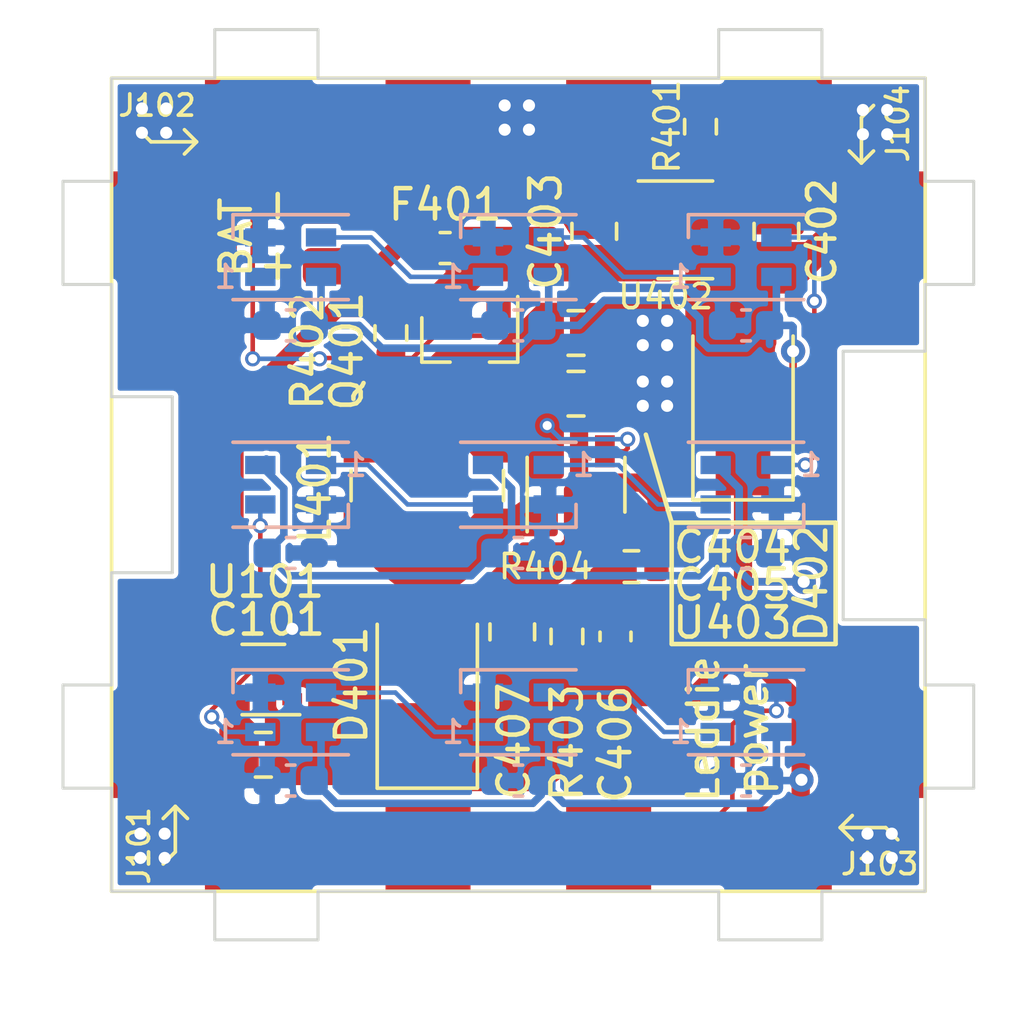
<source format=kicad_pcb>
(kicad_pcb (version 20171130) (host pcbnew 5.1.10)

  (general
    (thickness 1.6)
    (drawings 61)
    (tracks 256)
    (zones 0)
    (modules 42)
    (nets 26)
  )

  (page A4)
  (layers
    (0 F.Cu signal)
    (31 B.Cu signal hide)
    (32 B.Adhes user hide)
    (33 F.Adhes user hide)
    (34 B.Paste user hide)
    (35 F.Paste user hide)
    (36 B.SilkS user hide)
    (37 F.SilkS user)
    (38 B.Mask user hide)
    (39 F.Mask user hide)
    (40 Dwgs.User user)
    (41 Cmts.User user hide)
    (42 Eco1.User user hide)
    (43 Eco2.User user hide)
    (44 Edge.Cuts user)
    (45 Margin user hide)
    (46 B.CrtYd user hide)
    (47 F.CrtYd user hide)
    (48 B.Fab user hide)
    (49 F.Fab user hide)
  )

  (setup
    (last_trace_width 0.15)
    (user_trace_width 0.15)
    (user_trace_width 0.25)
    (user_trace_width 0.6)
    (trace_clearance 0.15)
    (zone_clearance 0.15)
    (zone_45_only no)
    (trace_min 0.15)
    (via_size 0.5)
    (via_drill 0.3)
    (via_min_size 0.4)
    (via_min_drill 0.3)
    (user_via 0.5 0.3)
    (uvia_size 0.3)
    (uvia_drill 0.1)
    (uvias_allowed no)
    (uvia_min_size 0.2)
    (uvia_min_drill 0.1)
    (edge_width 0.1)
    (segment_width 0.2)
    (pcb_text_width 0.3)
    (pcb_text_size 1.5 1.5)
    (mod_edge_width 0.15)
    (mod_text_size 1 1)
    (mod_text_width 0.15)
    (pad_size 1.524 1.524)
    (pad_drill 0.762)
    (pad_to_mask_clearance 0)
    (aux_axis_origin 0 0)
    (grid_origin 167.2 94.45)
    (visible_elements FFFFFF7F)
    (pcbplotparams
      (layerselection 0x010fc_ffffffff)
      (usegerberextensions false)
      (usegerberattributes true)
      (usegerberadvancedattributes true)
      (creategerberjobfile true)
      (excludeedgelayer true)
      (linewidth 0.100000)
      (plotframeref false)
      (viasonmask false)
      (mode 1)
      (useauxorigin false)
      (hpglpennumber 1)
      (hpglpenspeed 20)
      (hpglpendiameter 15.000000)
      (psnegative false)
      (psa4output false)
      (plotreference true)
      (plotvalue true)
      (plotinvisibletext false)
      (padsonsilk false)
      (subtractmaskfromsilk false)
      (outputformat 1)
      (mirror false)
      (drillshape 1)
      (scaleselection 1)
      (outputdirectory ""))
  )

  (net 0 "")
  (net 1 GND)
  (net 2 VCPU)
  (net 3 VBUS)
  (net 4 +BATT)
  (net 5 "Net-(C406-Pad2)")
  (net 6 VLED)
  (net 7 /LED_DIN)
  (net 8 /led_substring_power/DOUT)
  (net 9 /~VLED_EN)
  (net 10 /~CHG_ACTIVE)
  (net 11 "Net-(R401-Pad1)")
  (net 12 /smps_vin)
  (net 13 /smps_sw)
  (net 14 /BP)
  (net 15 "Net-(D201-Pad1)")
  (net 16 "Net-(D202-Pad1)")
  (net 17 "Net-(D202-Pad3)")
  (net 18 "Net-(D203-Pad1)")
  (net 19 "Net-(D203-Pad3)")
  (net 20 "Net-(D204-Pad1)")
  (net 21 "Net-(D205-Pad1)")
  (net 22 "Net-(D206-Pad1)")
  (net 23 "Net-(J103-Pad3)")
  (net 24 "Net-(U101-Pad3)")
  (net 25 "Net-(U101-Pad1)")

  (net_class Default "This is the default net class."
    (clearance 0.15)
    (trace_width 0.15)
    (via_dia 0.5)
    (via_drill 0.3)
    (uvia_dia 0.3)
    (uvia_drill 0.1)
    (add_net /LED_DIN)
    (add_net /led_substring_power/DOUT)
    (add_net /~CHG_ACTIVE)
    (add_net /~VLED_EN)
    (add_net "Net-(C406-Pad2)")
    (add_net "Net-(D201-Pad1)")
    (add_net "Net-(D202-Pad1)")
    (add_net "Net-(D202-Pad3)")
    (add_net "Net-(D203-Pad1)")
    (add_net "Net-(D203-Pad3)")
    (add_net "Net-(D204-Pad1)")
    (add_net "Net-(D205-Pad1)")
    (add_net "Net-(D206-Pad1)")
    (add_net "Net-(J103-Pad3)")
    (add_net "Net-(R401-Pad1)")
    (add_net "Net-(U101-Pad1)")
    (add_net "Net-(U101-Pad3)")
  )

  (net_class Power ""
    (clearance 0.15)
    (trace_width 0.25)
    (via_dia 0.8)
    (via_drill 0.4)
    (uvia_dia 0.3)
    (uvia_drill 0.1)
    (add_net +BATT)
    (add_net /BP)
    (add_net /smps_sw)
    (add_net /smps_vin)
    (add_net GND)
    (add_net VBUS)
    (add_net VCPU)
    (add_net VLED)
  )

  (module leddie_parts:battery_connector (layer F.Cu) (tedit 60BCAF8B) (tstamp 60FC56A2)
    (at 152.2 91.6 90)
    (descr "JST PH series connector, S2B-PH-K (http://www.jst-mfg.com/product/pdf/eng/ePH.pdf), generated with kicad-footprint-generator")
    (tags "connector JST PH top entry")
    (path /60435FAB)
    (fp_text reference J405 (at 0.95 -3.15 90) (layer F.SilkS) hide
      (effects (font (size 1 1) (thickness 0.15)))
    )
    (fp_text value Battery (at 1.5 2.9 90) (layer F.Fab)
      (effects (font (size 1 1) (thickness 0.15)))
    )
    (fp_text user - (at 2 -2 90) (layer F.SilkS)
      (effects (font (size 1 1) (thickness 0.15)))
    )
    (fp_text user + (at 0 -2 90) (layer F.SilkS)
      (effects (font (size 1 1) (thickness 0.15)))
    )
    (pad 2 smd roundrect (at 2 0 90) (size 1.2 2.2) (layers F.Cu F.Paste F.Mask) (roundrect_rratio 0.208)
      (net 1 GND))
    (pad 1 smd roundrect (at 0 0 90) (size 1.2 2.2) (layers F.Cu F.Paste F.Mask) (roundrect_rratio 0.208)
      (net 14 /BP))
  )

  (module Package_TO_SOT_SMD:SOT-23-5 (layer F.Cu) (tedit 5A02FF57) (tstamp 60BCAE37)
    (at 160.1 98.8 90)
    (descr "5-pin SOT23 package")
    (tags SOT-23-5)
    (path /60465C0F)
    (attr smd)
    (fp_text reference U403 (at -4.55 5.15 180) (layer F.SilkS)
      (effects (font (size 1 1) (thickness 0.15)))
    )
    (fp_text value LM2735 (at 0 2.9 90) (layer F.Fab)
      (effects (font (size 1 1) (thickness 0.15)))
    )
    (fp_line (start -0.9 1.61) (end 0.9 1.61) (layer F.SilkS) (width 0.12))
    (fp_line (start 0.9 -1.61) (end -1.55 -1.61) (layer F.SilkS) (width 0.12))
    (fp_line (start -1.9 -1.8) (end 1.9 -1.8) (layer F.CrtYd) (width 0.05))
    (fp_line (start 1.9 -1.8) (end 1.9 1.8) (layer F.CrtYd) (width 0.05))
    (fp_line (start 1.9 1.8) (end -1.9 1.8) (layer F.CrtYd) (width 0.05))
    (fp_line (start -1.9 1.8) (end -1.9 -1.8) (layer F.CrtYd) (width 0.05))
    (fp_line (start -0.9 -0.9) (end -0.25 -1.55) (layer F.Fab) (width 0.1))
    (fp_line (start 0.9 -1.55) (end -0.25 -1.55) (layer F.Fab) (width 0.1))
    (fp_line (start -0.9 -0.9) (end -0.9 1.55) (layer F.Fab) (width 0.1))
    (fp_line (start 0.9 1.55) (end -0.9 1.55) (layer F.Fab) (width 0.1))
    (fp_line (start 0.9 -1.55) (end 0.9 1.55) (layer F.Fab) (width 0.1))
    (fp_text user %R (at 0 0) (layer F.Fab)
      (effects (font (size 0.5 0.5) (thickness 0.075)))
    )
    (pad 5 smd rect (at 1.1 -0.95 90) (size 1.06 0.65) (layers F.Cu F.Paste F.Mask)
      (net 12 /smps_vin))
    (pad 4 smd rect (at 1.1 0.95 90) (size 1.06 0.65) (layers F.Cu F.Paste F.Mask)
      (net 12 /smps_vin))
    (pad 3 smd rect (at -1.1 0.95 90) (size 1.06 0.65) (layers F.Cu F.Paste F.Mask)
      (net 5 "Net-(C406-Pad2)"))
    (pad 2 smd rect (at -1.1 0 90) (size 1.06 0.65) (layers F.Cu F.Paste F.Mask)
      (net 1 GND))
    (pad 1 smd rect (at -1.1 -0.95 90) (size 1.06 0.65) (layers F.Cu F.Paste F.Mask)
      (net 13 /smps_sw))
    (model ${KISYS3DMOD}/Package_TO_SOT_SMD.3dshapes/SOT-23-5.wrl
      (at (xyz 0 0 0))
      (scale (xyz 1 1 1))
      (rotate (xyz 0 0 0))
    )
  )

  (module Package_TO_SOT_SMD:SOT-23-5 (layer F.Cu) (tedit 5A02FF57) (tstamp 60BCAE22)
    (at 163.7 90.4)
    (descr "5-pin SOT23 package")
    (tags SOT-23-5)
    (path /604354DC)
    (attr smd)
    (fp_text reference U402 (at -0.65 2.2) (layer F.SilkS)
      (effects (font (size 0.8 0.8) (thickness 0.12)))
    )
    (fp_text value MCP73832-2 (at 0 2.9) (layer F.Fab)
      (effects (font (size 1 1) (thickness 0.15)))
    )
    (fp_line (start -0.9 1.61) (end 0.9 1.61) (layer F.SilkS) (width 0.12))
    (fp_line (start 0.9 -1.61) (end -1.55 -1.61) (layer F.SilkS) (width 0.12))
    (fp_line (start -1.9 -1.8) (end 1.9 -1.8) (layer F.CrtYd) (width 0.05))
    (fp_line (start 1.9 -1.8) (end 1.9 1.8) (layer F.CrtYd) (width 0.05))
    (fp_line (start 1.9 1.8) (end -1.9 1.8) (layer F.CrtYd) (width 0.05))
    (fp_line (start -1.9 1.8) (end -1.9 -1.8) (layer F.CrtYd) (width 0.05))
    (fp_line (start -0.9 -0.9) (end -0.25 -1.55) (layer F.Fab) (width 0.1))
    (fp_line (start 0.9 -1.55) (end -0.25 -1.55) (layer F.Fab) (width 0.1))
    (fp_line (start -0.9 -0.9) (end -0.9 1.55) (layer F.Fab) (width 0.1))
    (fp_line (start 0.9 1.55) (end -0.9 1.55) (layer F.Fab) (width 0.1))
    (fp_line (start 0.9 -1.55) (end 0.9 1.55) (layer F.Fab) (width 0.1))
    (fp_text user %R (at 0 0 90) (layer F.Fab)
      (effects (font (size 0.5 0.5) (thickness 0.075)))
    )
    (pad 5 smd rect (at 1.1 -0.95) (size 1.06 0.65) (layers F.Cu F.Paste F.Mask)
      (net 11 "Net-(R401-Pad1)"))
    (pad 4 smd rect (at 1.1 0.95) (size 1.06 0.65) (layers F.Cu F.Paste F.Mask)
      (net 3 VBUS))
    (pad 3 smd rect (at -1.1 0.95) (size 1.06 0.65) (layers F.Cu F.Paste F.Mask)
      (net 4 +BATT))
    (pad 2 smd rect (at -1.1 0) (size 1.06 0.65) (layers F.Cu F.Paste F.Mask)
      (net 1 GND))
    (pad 1 smd rect (at -1.1 -0.95) (size 1.06 0.65) (layers F.Cu F.Paste F.Mask)
      (net 10 /~CHG_ACTIVE))
    (model ${KISYS3DMOD}/Package_TO_SOT_SMD.3dshapes/SOT-23-5.wrl
      (at (xyz 0 0 0))
      (scale (xyz 1 1 1))
      (rotate (xyz 0 0 0))
    )
  )

  (module Package_TO_SOT_SMD:SOT-353_SC-70-5 (layer F.Cu) (tedit 5A02FF57) (tstamp 60BCAE0D)
    (at 149.8 105.22 180)
    (descr "SOT-353, SC-70-5")
    (tags "SOT-353 SC-70-5")
    (path /605A11F4)
    (attr smd)
    (fp_text reference U101 (at -0.05 3.22) (layer F.SilkS)
      (effects (font (size 1 1) (thickness 0.15)))
    )
    (fp_text value TPS71533__SC70 (at 0 2 180) (layer F.Fab)
      (effects (font (size 1 1) (thickness 0.15)))
    )
    (fp_line (start 0.7 -1.16) (end -1.2 -1.16) (layer F.SilkS) (width 0.12))
    (fp_line (start -0.7 1.16) (end 0.7 1.16) (layer F.SilkS) (width 0.12))
    (fp_line (start 1.6 1.4) (end 1.6 -1.4) (layer F.CrtYd) (width 0.05))
    (fp_line (start -1.6 -1.4) (end -1.6 1.4) (layer F.CrtYd) (width 0.05))
    (fp_line (start -1.6 -1.4) (end 1.6 -1.4) (layer F.CrtYd) (width 0.05))
    (fp_line (start 0.675 -1.1) (end -0.175 -1.1) (layer F.Fab) (width 0.1))
    (fp_line (start -0.675 -0.6) (end -0.675 1.1) (layer F.Fab) (width 0.1))
    (fp_line (start -1.6 1.4) (end 1.6 1.4) (layer F.CrtYd) (width 0.05))
    (fp_line (start 0.675 -1.1) (end 0.675 1.1) (layer F.Fab) (width 0.1))
    (fp_line (start 0.675 1.1) (end -0.675 1.1) (layer F.Fab) (width 0.1))
    (fp_line (start -0.175 -1.1) (end -0.675 -0.6) (layer F.Fab) (width 0.1))
    (fp_text user %R (at 0 0 90) (layer F.Fab)
      (effects (font (size 0.5 0.5) (thickness 0.075)))
    )
    (pad 5 smd rect (at 0.95 -0.65 180) (size 0.65 0.4) (layers F.Cu F.Paste F.Mask)
      (net 2 VCPU))
    (pad 4 smd rect (at 0.95 0.65 180) (size 0.65 0.4) (layers F.Cu F.Paste F.Mask)
      (net 4 +BATT))
    (pad 2 smd rect (at -0.95 0 180) (size 0.65 0.4) (layers F.Cu F.Paste F.Mask)
      (net 1 GND))
    (pad 3 smd rect (at -0.95 0.65 180) (size 0.65 0.4) (layers F.Cu F.Paste F.Mask)
      (net 24 "Net-(U101-Pad3)"))
    (pad 1 smd rect (at -0.95 -0.65 180) (size 0.65 0.4) (layers F.Cu F.Paste F.Mask)
      (net 25 "Net-(U101-Pad1)"))
    (model ${KISYS3DMOD}/Package_TO_SOT_SMD.3dshapes/SOT-353_SC-70-5.wrl
      (at (xyz 0 0 0))
      (scale (xyz 1 1 1))
      (rotate (xyz 0 0 0))
    )
  )

  (module Resistor_SMD:R_0603_1608Metric (layer F.Cu) (tedit 5F68FEEE) (tstamp 60BD22EB)
    (at 161.925 101.5)
    (descr "Resistor SMD 0603 (1608 Metric), square (rectangular) end terminal, IPC_7351 nominal, (Body size source: IPC-SM-782 page 72, https://www.pcb-3d.com/wordpress/wp-content/uploads/ipc-sm-782a_amendment_1_and_2.pdf), generated with kicad-footprint-generator")
    (tags resistor)
    (path /6046A4BC)
    (attr smd)
    (fp_text reference R404 (at -2.825 0) (layer F.SilkS)
      (effects (font (size 0.8 0.8) (thickness 0.12)))
    )
    (fp_text value 10k (at 0 1.43) (layer F.Fab)
      (effects (font (size 1 1) (thickness 0.15)))
    )
    (fp_line (start -0.8 0.4125) (end -0.8 -0.4125) (layer F.Fab) (width 0.1))
    (fp_line (start -0.8 -0.4125) (end 0.8 -0.4125) (layer F.Fab) (width 0.1))
    (fp_line (start 0.8 -0.4125) (end 0.8 0.4125) (layer F.Fab) (width 0.1))
    (fp_line (start 0.8 0.4125) (end -0.8 0.4125) (layer F.Fab) (width 0.1))
    (fp_line (start -0.237258 -0.5225) (end 0.237258 -0.5225) (layer F.SilkS) (width 0.12))
    (fp_line (start -0.237258 0.5225) (end 0.237258 0.5225) (layer F.SilkS) (width 0.12))
    (fp_line (start -1.48 0.73) (end -1.48 -0.73) (layer F.CrtYd) (width 0.05))
    (fp_line (start -1.48 -0.73) (end 1.48 -0.73) (layer F.CrtYd) (width 0.05))
    (fp_line (start 1.48 -0.73) (end 1.48 0.73) (layer F.CrtYd) (width 0.05))
    (fp_line (start 1.48 0.73) (end -1.48 0.73) (layer F.CrtYd) (width 0.05))
    (fp_text user %R (at 0 0) (layer F.Fab)
      (effects (font (size 0.4 0.4) (thickness 0.06)))
    )
    (pad 2 smd roundrect (at 0.825 0) (size 0.8 0.95) (layers F.Cu F.Paste F.Mask) (roundrect_rratio 0.25)
      (net 1 GND))
    (pad 1 smd roundrect (at -0.825 0) (size 0.8 0.95) (layers F.Cu F.Paste F.Mask) (roundrect_rratio 0.25)
      (net 5 "Net-(C406-Pad2)"))
    (model ${KISYS3DMOD}/Resistor_SMD.3dshapes/R_0603_1608Metric.wrl
      (at (xyz 0 0 0))
      (scale (xyz 1 1 1))
      (rotate (xyz 0 0 0))
    )
  )

  (module Resistor_SMD:R_0603_1608Metric (layer F.Cu) (tedit 5F68FEEE) (tstamp 60BCADE7)
    (at 159.8 103.8 90)
    (descr "Resistor SMD 0603 (1608 Metric), square (rectangular) end terminal, IPC_7351 nominal, (Body size source: IPC-SM-782 page 72, https://www.pcb-3d.com/wordpress/wp-content/uploads/ipc-sm-782a_amendment_1_and_2.pdf), generated with kicad-footprint-generator")
    (tags resistor)
    (path /6046A01E)
    (attr smd)
    (fp_text reference R403 (at -3.5 0 90) (layer F.SilkS)
      (effects (font (size 1 1) (thickness 0.15)))
    )
    (fp_text value 26k (at 0 1.43 90) (layer F.Fab)
      (effects (font (size 1 1) (thickness 0.15)))
    )
    (fp_line (start -0.8 0.4125) (end -0.8 -0.4125) (layer F.Fab) (width 0.1))
    (fp_line (start -0.8 -0.4125) (end 0.8 -0.4125) (layer F.Fab) (width 0.1))
    (fp_line (start 0.8 -0.4125) (end 0.8 0.4125) (layer F.Fab) (width 0.1))
    (fp_line (start 0.8 0.4125) (end -0.8 0.4125) (layer F.Fab) (width 0.1))
    (fp_line (start -0.237258 -0.5225) (end 0.237258 -0.5225) (layer F.SilkS) (width 0.12))
    (fp_line (start -0.237258 0.5225) (end 0.237258 0.5225) (layer F.SilkS) (width 0.12))
    (fp_line (start -1.48 0.73) (end -1.48 -0.73) (layer F.CrtYd) (width 0.05))
    (fp_line (start -1.48 -0.73) (end 1.48 -0.73) (layer F.CrtYd) (width 0.05))
    (fp_line (start 1.48 -0.73) (end 1.48 0.73) (layer F.CrtYd) (width 0.05))
    (fp_line (start 1.48 0.73) (end -1.48 0.73) (layer F.CrtYd) (width 0.05))
    (fp_text user %R (at 0 0 90) (layer F.Fab)
      (effects (font (size 0.4 0.4) (thickness 0.06)))
    )
    (pad 2 smd roundrect (at 0.825 0 90) (size 0.8 0.95) (layers F.Cu F.Paste F.Mask) (roundrect_rratio 0.25)
      (net 5 "Net-(C406-Pad2)"))
    (pad 1 smd roundrect (at -0.825 0 90) (size 0.8 0.95) (layers F.Cu F.Paste F.Mask) (roundrect_rratio 0.25)
      (net 6 VLED))
    (model ${KISYS3DMOD}/Resistor_SMD.3dshapes/R_0603_1608Metric.wrl
      (at (xyz 0 0 0))
      (scale (xyz 1 1 1))
      (rotate (xyz 0 0 0))
    )
  )

  (module Resistor_SMD:R_0603_1608Metric (layer F.Cu) (tedit 5F68FEEE) (tstamp 60BCADD6)
    (at 154 93.8 90)
    (descr "Resistor SMD 0603 (1608 Metric), square (rectangular) end terminal, IPC_7351 nominal, (Body size source: IPC-SM-782 page 72, https://www.pcb-3d.com/wordpress/wp-content/uploads/ipc-sm-782a_amendment_1_and_2.pdf), generated with kicad-footprint-generator")
    (tags resistor)
    (path /604F2B02)
    (attr smd)
    (fp_text reference R402 (at -0.6 -2.75 90) (layer F.SilkS)
      (effects (font (size 1 1) (thickness 0.15)))
    )
    (fp_text value 10k (at 0 1.43 90) (layer F.Fab)
      (effects (font (size 1 1) (thickness 0.15)))
    )
    (fp_line (start -0.8 0.4125) (end -0.8 -0.4125) (layer F.Fab) (width 0.1))
    (fp_line (start -0.8 -0.4125) (end 0.8 -0.4125) (layer F.Fab) (width 0.1))
    (fp_line (start 0.8 -0.4125) (end 0.8 0.4125) (layer F.Fab) (width 0.1))
    (fp_line (start 0.8 0.4125) (end -0.8 0.4125) (layer F.Fab) (width 0.1))
    (fp_line (start -0.237258 -0.5225) (end 0.237258 -0.5225) (layer F.SilkS) (width 0.12))
    (fp_line (start -0.237258 0.5225) (end 0.237258 0.5225) (layer F.SilkS) (width 0.12))
    (fp_line (start -1.48 0.73) (end -1.48 -0.73) (layer F.CrtYd) (width 0.05))
    (fp_line (start -1.48 -0.73) (end 1.48 -0.73) (layer F.CrtYd) (width 0.05))
    (fp_line (start 1.48 -0.73) (end 1.48 0.73) (layer F.CrtYd) (width 0.05))
    (fp_line (start 1.48 0.73) (end -1.48 0.73) (layer F.CrtYd) (width 0.05))
    (fp_text user %R (at 0 0 90) (layer F.Fab)
      (effects (font (size 0.4 0.4) (thickness 0.06)))
    )
    (pad 2 smd roundrect (at 0.825 0 90) (size 0.8 0.95) (layers F.Cu F.Paste F.Mask) (roundrect_rratio 0.25)
      (net 4 +BATT))
    (pad 1 smd roundrect (at -0.825 0 90) (size 0.8 0.95) (layers F.Cu F.Paste F.Mask) (roundrect_rratio 0.25)
      (net 9 /~VLED_EN))
    (model ${KISYS3DMOD}/Resistor_SMD.3dshapes/R_0603_1608Metric.wrl
      (at (xyz 0 0 0))
      (scale (xyz 1 1 1))
      (rotate (xyz 0 0 0))
    )
  )

  (module Resistor_SMD:R_0603_1608Metric (layer F.Cu) (tedit 5F68FEEE) (tstamp 60BCD1DF)
    (at 164.2 87 90)
    (descr "Resistor SMD 0603 (1608 Metric), square (rectangular) end terminal, IPC_7351 nominal, (Body size source: IPC-SM-782 page 72, https://www.pcb-3d.com/wordpress/wp-content/uploads/ipc-sm-782a_amendment_1_and_2.pdf), generated with kicad-footprint-generator")
    (tags resistor)
    (path /6043E48C)
    (attr smd)
    (fp_text reference R401 (at 0 -1.1 90) (layer F.SilkS)
      (effects (font (size 0.8 0.8) (thickness 0.12)))
    )
    (fp_text value 4k7 (at 0 1.43 90) (layer F.Fab)
      (effects (font (size 1 1) (thickness 0.15)))
    )
    (fp_line (start -0.8 0.4125) (end -0.8 -0.4125) (layer F.Fab) (width 0.1))
    (fp_line (start -0.8 -0.4125) (end 0.8 -0.4125) (layer F.Fab) (width 0.1))
    (fp_line (start 0.8 -0.4125) (end 0.8 0.4125) (layer F.Fab) (width 0.1))
    (fp_line (start 0.8 0.4125) (end -0.8 0.4125) (layer F.Fab) (width 0.1))
    (fp_line (start -0.237258 -0.5225) (end 0.237258 -0.5225) (layer F.SilkS) (width 0.12))
    (fp_line (start -0.237258 0.5225) (end 0.237258 0.5225) (layer F.SilkS) (width 0.12))
    (fp_line (start -1.48 0.73) (end -1.48 -0.73) (layer F.CrtYd) (width 0.05))
    (fp_line (start -1.48 -0.73) (end 1.48 -0.73) (layer F.CrtYd) (width 0.05))
    (fp_line (start 1.48 -0.73) (end 1.48 0.73) (layer F.CrtYd) (width 0.05))
    (fp_line (start 1.48 0.73) (end -1.48 0.73) (layer F.CrtYd) (width 0.05))
    (fp_text user %R (at 0 0 90) (layer F.Fab)
      (effects (font (size 0.4 0.4) (thickness 0.06)))
    )
    (pad 2 smd roundrect (at 0.825 0 90) (size 0.8 0.95) (layers F.Cu F.Paste F.Mask) (roundrect_rratio 0.25)
      (net 1 GND))
    (pad 1 smd roundrect (at -0.825 0 90) (size 0.8 0.95) (layers F.Cu F.Paste F.Mask) (roundrect_rratio 0.25)
      (net 11 "Net-(R401-Pad1)"))
    (model ${KISYS3DMOD}/Resistor_SMD.3dshapes/R_0603_1608Metric.wrl
      (at (xyz 0 0 0))
      (scale (xyz 1 1 1))
      (rotate (xyz 0 0 0))
    )
  )

  (module Package_TO_SOT_SMD:SOT-23 (layer F.Cu) (tedit 5A02FF57) (tstamp 60BCADB4)
    (at 156.6 94 270)
    (descr "SOT-23, Standard")
    (tags SOT-23)
    (path /6050E25F)
    (attr smd)
    (fp_text reference Q401 (at 0.4 4.05 90) (layer F.SilkS)
      (effects (font (size 1 1) (thickness 0.15)))
    )
    (fp_text value NTR4171P (at 0 2.5 90) (layer F.Fab)
      (effects (font (size 1 1) (thickness 0.15)))
    )
    (fp_line (start -0.7 -0.95) (end -0.7 1.5) (layer F.Fab) (width 0.1))
    (fp_line (start -0.15 -1.52) (end 0.7 -1.52) (layer F.Fab) (width 0.1))
    (fp_line (start -0.7 -0.95) (end -0.15 -1.52) (layer F.Fab) (width 0.1))
    (fp_line (start 0.7 -1.52) (end 0.7 1.52) (layer F.Fab) (width 0.1))
    (fp_line (start -0.7 1.52) (end 0.7 1.52) (layer F.Fab) (width 0.1))
    (fp_line (start 0.76 1.58) (end 0.76 0.65) (layer F.SilkS) (width 0.12))
    (fp_line (start 0.76 -1.58) (end 0.76 -0.65) (layer F.SilkS) (width 0.12))
    (fp_line (start -1.7 -1.75) (end 1.7 -1.75) (layer F.CrtYd) (width 0.05))
    (fp_line (start 1.7 -1.75) (end 1.7 1.75) (layer F.CrtYd) (width 0.05))
    (fp_line (start 1.7 1.75) (end -1.7 1.75) (layer F.CrtYd) (width 0.05))
    (fp_line (start -1.7 1.75) (end -1.7 -1.75) (layer F.CrtYd) (width 0.05))
    (fp_line (start 0.76 -1.58) (end -1.4 -1.58) (layer F.SilkS) (width 0.12))
    (fp_line (start 0.76 1.58) (end -0.7 1.58) (layer F.SilkS) (width 0.12))
    (fp_text user %R (at 0 0) (layer F.Fab)
      (effects (font (size 0.5 0.5) (thickness 0.075)))
    )
    (pad 3 smd rect (at 1 0 270) (size 0.9 0.8) (layers F.Cu F.Paste F.Mask)
      (net 12 /smps_vin))
    (pad 2 smd rect (at -1 0.95 270) (size 0.9 0.8) (layers F.Cu F.Paste F.Mask)
      (net 4 +BATT))
    (pad 1 smd rect (at -1 -0.95 270) (size 0.9 0.8) (layers F.Cu F.Paste F.Mask)
      (net 9 /~VLED_EN))
    (model ${KISYS3DMOD}/Package_TO_SOT_SMD.3dshapes/SOT-23.wrl
      (at (xyz 0 0 0))
      (scale (xyz 1 1 1))
      (rotate (xyz 0 0 0))
    )
  )

  (module Inductor_SMD:L_Coilcraft_LPS5030 (layer F.Cu) (tedit 5C4CB0C4) (tstamp 60BCAD9F)
    (at 155.2 98.8275 270)
    (descr "Shielded Power Inductor SMD, Coilcraft LPS5030, https://www.coilcraft.com/pdfs/lps5030.pdf, StepUp generated footprint")
    (tags inductor)
    (path /60467AC9)
    (attr smd)
    (fp_text reference L401 (at 0.0725 3.7 90) (layer F.SilkS)
      (effects (font (size 1 1) (thickness 0.15)))
    )
    (fp_text value 33u (at 0 3.8 90) (layer F.Fab)
      (effects (font (size 0.8 0.8) (thickness 0.12)))
    )
    (fp_line (start -0.5 -2.51) (end 0.5 -2.51) (layer F.SilkS) (width 0.12))
    (fp_line (start -0.5 2.51) (end 0.5 2.51) (layer F.SilkS) (width 0.12))
    (fp_line (start -1.4 -2.4) (end 1.4 -2.4) (layer F.Fab) (width 0.1))
    (fp_line (start 2.4 -1.4) (end 2.4 1.4) (layer F.Fab) (width 0.1))
    (fp_line (start 1.4 2.4) (end -1.4 2.4) (layer F.Fab) (width 0.1))
    (fp_line (start -2.4 1.4) (end -2.4 -1.4) (layer F.Fab) (width 0.1))
    (fp_line (start -2.4 -1.4) (end -1.4 -2.4) (layer F.Fab) (width 0.1))
    (fp_line (start 1.4 -2.4) (end 2.4 -1.4) (layer F.Fab) (width 0.1))
    (fp_line (start 2.4 1.4) (end 1.4 2.4) (layer F.Fab) (width 0.1))
    (fp_line (start -2.4 1.4) (end -1.4 2.4) (layer F.Fab) (width 0.1))
    (fp_line (start -3.01 -1.8) (end -1.8 -3.01) (layer F.CrtYd) (width 0.05))
    (fp_line (start -1.8 -3.01) (end 1.8 -3.01) (layer F.CrtYd) (width 0.05))
    (fp_line (start 1.8 -3.01) (end 3.01 -1.8) (layer F.CrtYd) (width 0.05))
    (fp_line (start 3.01 -1.8) (end 3.01 1.8) (layer F.CrtYd) (width 0.05))
    (fp_line (start 3.01 1.8) (end 1.8 3.01) (layer F.CrtYd) (width 0.05))
    (fp_line (start 1.8 3.01) (end -1.8 3.01) (layer F.CrtYd) (width 0.05))
    (fp_line (start -1.8 3.01) (end -3.01 1.8) (layer F.CrtYd) (width 0.05))
    (fp_line (start -3.01 1.8) (end -3.01 -1.8) (layer F.CrtYd) (width 0.05))
    (fp_text user %R (at 0 0 90) (layer F.Fab)
      (effects (font (size 1 1) (thickness 0.15)))
    )
    (pad 2 smd custom (at 2.2275 0 270) (size 1.055 3.4) (layers F.Cu F.Paste F.Mask)
      (net 13 /smps_sw) (zone_connect 2)
      (options (clearance outline) (anchor rect))
      (primitives
        (gr_poly (pts
           (xy -1.4675 -1.7) (xy -0.5275 -0.8445) (xy -0.5275 0.8445) (xy -1.4675 1.7) (xy -1.4675 2.755)
           (xy -0.5275 2.755) (xy 0.5275 1.7) (xy 0.5275 -1.7) (xy -0.5275 -2.755) (xy -1.4675 -2.755)
) (width 0))
      ))
    (pad 1 smd custom (at -2.2275 0 270) (size 1.055 3.4) (layers F.Cu F.Paste F.Mask)
      (net 12 /smps_vin) (zone_connect 2)
      (options (clearance outline) (anchor rect))
      (primitives
        (gr_poly (pts
           (xy 1.4675 -1.7) (xy 0.5275 -0.8445) (xy 0.5275 0.8445) (xy 1.4675 1.7) (xy 1.4675 2.755)
           (xy 0.5275 2.755) (xy -0.5275 1.7) (xy -0.5275 -1.7) (xy 0.5275 -2.755) (xy 1.4675 -2.755)
) (width 0))
      ))
    (model ${KISYS3DMOD}/Inductor_SMD.3dshapes/L_Coilcraft_LPS5030.wrl
      (at (xyz 0 0 0))
      (scale (xyz 1 1 1))
      (rotate (xyz 0 0 0))
    )
  )

  (module leddie_parts:leddie_edgecon_lim (layer F.Cu) (tedit 604DDF45) (tstamp 60BCB5F8)
    (at 170.1 98.8)
    (path /60674455)
    (fp_text reference J104 (at 0.6 -11.9 90) (layer F.SilkS)
      (effects (font (size 0.7 0.7) (thickness 0.12)))
    )
    (fp_text value edgecon_right (at 2.5 6.3 90) (layer F.Fab)
      (effects (font (size 1 1) (thickness 0.15)))
    )
    (fp_line (start 1.3 -7.45) (end 1.3 -4.45) (layer Cmts.User) (width 0.12))
    (fp_line (start 1.2 -10.4) (end 1.2 -7.45) (layer Cmts.User) (width 0.12))
    (fp_line (start 1.3 -13.4) (end 1.3 -10.4) (layer Cmts.User) (width 0.12))
    (fp_line (start 1.5 -13.4) (end 1.5 13.4) (layer F.SilkS) (width 0.12))
    (fp_line (start -0.2 -12.5) (end -0.6 -12.1) (layer F.SilkS) (width 0.12))
    (fp_line (start -0.6 -12.1) (end -0.6 -10.6) (layer F.SilkS) (width 0.12))
    (fp_line (start -0.6 -10.6) (end -1 -11) (layer F.SilkS) (width 0.12))
    (fp_line (start -0.6 -10.6) (end -0.2 -11) (layer F.SilkS) (width 0.12))
    (fp_text user "2.95 mm pad, 3 mm spacing" (at 4.3 2.1 90) (layer Cmts.User) hide
      (effects (font (size 1 1) (thickness 0.15)))
    )
    (pad 4 smd rect (at 0.1 8.925) (size 2.8 2.8) (layers F.Cu F.Paste F.Mask)
      (net 1 GND))
    (pad 1 smd rect (at 0.1 -8.925) (size 2.8 2.8) (layers F.Cu F.Paste F.Mask)
      (net 3 VBUS))
  )

  (module leddie_parts:leddie_edgecon (layer F.Cu) (tedit 604DCD87) (tstamp 60BCAD48)
    (at 158.2 110.7 270)
    (path /60674467)
    (fp_text reference J103 (at 0.6 -11.9) (layer F.SilkS)
      (effects (font (size 0.7 0.7) (thickness 0.12)))
    )
    (fp_text value edgecon_bottom (at 2.5 7.6) (layer F.Fab)
      (effects (font (size 1 1) (thickness 0.15)))
    )
    (fp_line (start 1.3 -7.45) (end 1.3 -4.45) (layer Cmts.User) (width 0.12))
    (fp_line (start 1.2 -10.4) (end 1.2 -7.45) (layer Cmts.User) (width 0.12))
    (fp_line (start 1.3 -13.4) (end 1.3 -10.4) (layer Cmts.User) (width 0.12))
    (fp_line (start 1.5 -13.4) (end 1.5 13.4) (layer F.SilkS) (width 0.12))
    (fp_line (start -0.2 -12.5) (end -0.6 -12.1) (layer F.SilkS) (width 0.12))
    (fp_line (start -0.6 -12.1) (end -0.6 -10.6) (layer F.SilkS) (width 0.12))
    (fp_line (start -0.6 -10.6) (end -1 -11) (layer F.SilkS) (width 0.12))
    (fp_line (start -0.6 -10.6) (end -0.2 -11) (layer F.SilkS) (width 0.12))
    (fp_text user "2.95 mm pad, 3 mm spacing" (at 4.3 2.1) (layer Cmts.User) hide
      (effects (font (size 1 1) (thickness 0.15)))
    )
    (pad 3 smd rect (at 0.1 2.975 270) (size 2.8 2.8) (layers F.Cu F.Paste F.Mask)
      (net 23 "Net-(J103-Pad3)"))
    (pad 4 smd rect (at 0.1 8.925 270) (size 2.8 2.8) (layers F.Cu F.Paste F.Mask)
      (net 1 GND))
    (pad 2 smd rect (at 0.1 -2.975 270) (size 2.8 2.8) (layers F.Cu F.Paste F.Mask)
      (net 7 /LED_DIN))
    (pad 1 smd rect (at 0.1 -8.925 270) (size 2.8 2.8) (layers F.Cu F.Paste F.Mask)
      (net 6 VLED))
  )

  (module leddie_parts:leddie_edgecon (layer F.Cu) (tedit 604DCD87) (tstamp 60BCAD37)
    (at 158.2 86.9 90)
    (path /6067445B)
    (fp_text reference J102 (at 0.6 -11.9) (layer F.SilkS)
      (effects (font (size 0.7 0.7) (thickness 0.12)))
    )
    (fp_text value edgecon_top (at 2.5 7.6) (layer F.Fab)
      (effects (font (size 1 1) (thickness 0.15)))
    )
    (fp_line (start 1.3 -7.45) (end 1.3 -4.45) (layer Cmts.User) (width 0.12))
    (fp_line (start 1.2 -10.4) (end 1.2 -7.45) (layer Cmts.User) (width 0.12))
    (fp_line (start 1.3 -13.4) (end 1.3 -10.4) (layer Cmts.User) (width 0.12))
    (fp_line (start 1.5 -13.4) (end 1.5 13.4) (layer F.SilkS) (width 0.12))
    (fp_line (start -0.2 -12.5) (end -0.6 -12.1) (layer F.SilkS) (width 0.12))
    (fp_line (start -0.6 -12.1) (end -0.6 -10.6) (layer F.SilkS) (width 0.12))
    (fp_line (start -0.6 -10.6) (end -1 -11) (layer F.SilkS) (width 0.12))
    (fp_line (start -0.6 -10.6) (end -0.2 -11) (layer F.SilkS) (width 0.12))
    (fp_text user "2.95 mm pad, 3 mm spacing" (at 4.3 2.1) (layer Cmts.User) hide
      (effects (font (size 1 1) (thickness 0.15)))
    )
    (pad 3 smd rect (at 0.1 2.975 90) (size 2.8 2.8) (layers F.Cu F.Paste F.Mask)
      (net 10 /~CHG_ACTIVE))
    (pad 4 smd rect (at 0.1 8.925 90) (size 2.8 2.8) (layers F.Cu F.Paste F.Mask)
      (net 1 GND))
    (pad 2 smd rect (at 0.1 -2.975 90) (size 2.8 2.8) (layers F.Cu F.Paste F.Mask)
      (net 9 /~VLED_EN))
    (pad 1 smd rect (at 0.1 -8.925 90) (size 2.8 2.8) (layers F.Cu F.Paste F.Mask)
      (net 4 +BATT))
  )

  (module leddie_parts:leddie_edgecon_lim (layer F.Cu) (tedit 604DDF45) (tstamp 60BCAD26)
    (at 146.3 98.8 180)
    (path /60674461)
    (fp_text reference J101 (at 0.6 -11.9 90) (layer F.SilkS)
      (effects (font (size 0.7 0.7) (thickness 0.12)))
    )
    (fp_text value edgecon_left (at 2.5 6.3 90) (layer F.Fab)
      (effects (font (size 1 1) (thickness 0.15)))
    )
    (fp_line (start 1.3 -7.45) (end 1.3 -4.45) (layer Cmts.User) (width 0.12))
    (fp_line (start 1.2 -10.4) (end 1.2 -7.45) (layer Cmts.User) (width 0.12))
    (fp_line (start 1.3 -13.4) (end 1.3 -10.4) (layer Cmts.User) (width 0.12))
    (fp_line (start 1.5 -13.4) (end 1.5 13.4) (layer F.SilkS) (width 0.12))
    (fp_line (start -0.2 -12.5) (end -0.6 -12.1) (layer F.SilkS) (width 0.12))
    (fp_line (start -0.6 -12.1) (end -0.6 -10.6) (layer F.SilkS) (width 0.12))
    (fp_line (start -0.6 -10.6) (end -1 -11) (layer F.SilkS) (width 0.12))
    (fp_line (start -0.6 -10.6) (end -0.2 -11) (layer F.SilkS) (width 0.12))
    (fp_text user "2.95 mm pad, 3 mm spacing" (at 4.3 2.1 90) (layer Cmts.User) hide
      (effects (font (size 1 1) (thickness 0.15)))
    )
    (pad 4 smd rect (at 0.1 8.925 180) (size 2.8 2.8) (layers F.Cu F.Paste F.Mask)
      (net 1 GND))
    (pad 1 smd rect (at 0.1 -8.925 180) (size 2.8 2.8) (layers F.Cu F.Paste F.Mask)
      (net 2 VCPU))
  )

  (module Fuse:Fuse_0603_1608Metric (layer F.Cu) (tedit 5F68FEF1) (tstamp 60BD2912)
    (at 155.7875 91)
    (descr "Fuse SMD 0603 (1608 Metric), square (rectangular) end terminal, IPC_7351 nominal, (Body size source: http://www.tortai-tech.com/upload/download/2011102023233369053.pdf), generated with kicad-footprint-generator")
    (tags fuse)
    (path /6045FD58)
    (attr smd)
    (fp_text reference F401 (at 0 -1.43) (layer F.SilkS)
      (effects (font (size 1 1) (thickness 0.15)))
    )
    (fp_text value 2.5A (at 0 1.43) (layer F.Fab)
      (effects (font (size 1 1) (thickness 0.15)))
    )
    (fp_line (start -0.8 0.4) (end -0.8 -0.4) (layer F.Fab) (width 0.1))
    (fp_line (start -0.8 -0.4) (end 0.8 -0.4) (layer F.Fab) (width 0.1))
    (fp_line (start 0.8 -0.4) (end 0.8 0.4) (layer F.Fab) (width 0.1))
    (fp_line (start 0.8 0.4) (end -0.8 0.4) (layer F.Fab) (width 0.1))
    (fp_line (start -0.162779 -0.51) (end 0.162779 -0.51) (layer F.SilkS) (width 0.12))
    (fp_line (start -0.162779 0.51) (end 0.162779 0.51) (layer F.SilkS) (width 0.12))
    (fp_line (start -1.48 0.73) (end -1.48 -0.73) (layer F.CrtYd) (width 0.05))
    (fp_line (start -1.48 -0.73) (end 1.48 -0.73) (layer F.CrtYd) (width 0.05))
    (fp_line (start 1.48 -0.73) (end 1.48 0.73) (layer F.CrtYd) (width 0.05))
    (fp_line (start 1.48 0.73) (end -1.48 0.73) (layer F.CrtYd) (width 0.05))
    (fp_text user %R (at 0 0) (layer F.Fab)
      (effects (font (size 0.4 0.4) (thickness 0.06)))
    )
    (pad 2 smd roundrect (at 0.7875 0) (size 0.875 0.95) (layers F.Cu F.Paste F.Mask) (roundrect_rratio 0.25)
      (net 4 +BATT))
    (pad 1 smd roundrect (at -0.7875 0) (size 0.875 0.95) (layers F.Cu F.Paste F.Mask) (roundrect_rratio 0.25)
      (net 14 /BP))
    (model ${KISYS3DMOD}/Fuse.3dshapes/Fuse_0603_1608Metric.wrl
      (at (xyz 0 0 0))
      (scale (xyz 1 1 1))
      (rotate (xyz 0 0 0))
    )
  )

  (module LED_SMD:LED_SK6805_PLCC4_2.4x2.7mm_P1.3mm (layer B.Cu) (tedit 5AA4B1EE) (tstamp 60C50F92)
    (at 150.7 91.3)
    (descr https://cdn-shop.adafruit.com/product-files/3484/3484_Datasheet.pdf)
    (tags "LED RGB NeoPixel Nano")
    (path /6058E11E/605D0E99)
    (attr smd)
    (fp_text reference D209 (at 0 2.2) (layer B.SilkS) hide
      (effects (font (size 1 1) (thickness 0.15)) (justify mirror))
    )
    (fp_text value SK6805 (at 0 -2.7) (layer B.Fab)
      (effects (font (size 1 1) (thickness 0.15)) (justify mirror))
    )
    (fp_line (start 1.75 1.45) (end -1.75 1.45) (layer B.CrtYd) (width 0.05))
    (fp_line (start 1.75 -1.45) (end 1.75 1.45) (layer B.CrtYd) (width 0.05))
    (fp_line (start -1.75 -1.45) (end 1.75 -1.45) (layer B.CrtYd) (width 0.05))
    (fp_line (start -1.75 1.45) (end -1.75 -1.45) (layer B.CrtYd) (width 0.05))
    (fp_line (start -1.35 -0.6) (end -0.75 -1.2) (layer B.Fab) (width 0.1))
    (fp_line (start -1.35 1.2) (end -1.35 -1.2) (layer B.Fab) (width 0.1))
    (fp_line (start -1.35 -1.2) (end 1.35 -1.2) (layer B.Fab) (width 0.1))
    (fp_line (start 1.35 -1.2) (end 1.35 1.2) (layer B.Fab) (width 0.1))
    (fp_line (start 1.35 1.2) (end -1.35 1.2) (layer B.Fab) (width 0.1))
    (fp_line (start -1.9 1.4) (end 1.9 1.4) (layer B.SilkS) (width 0.12))
    (fp_line (start -1.9 -1.4) (end 1.9 -1.4) (layer B.SilkS) (width 0.12))
    (fp_line (start -1.9 -1.4) (end -1.9 -0.65) (layer B.SilkS) (width 0.12))
    (fp_circle (center 0 0) (end 0 1) (layer B.Fab) (width 0.1))
    (fp_text user %R (at 0 0) (layer B.Fab)
      (effects (font (size 0.4 0.4) (thickness 0.08)) (justify mirror))
    )
    (fp_text user 1 (at -2.15 0.65) (layer B.SilkS)
      (effects (font (size 0.75 0.75) (thickness 0.12)) (justify mirror))
    )
    (pad 1 smd rect (at -1 0.65) (size 1 0.6) (layers B.Cu B.Paste B.Mask)
      (net 8 /led_substring_power/DOUT))
    (pad 2 smd rect (at -1 -0.65) (size 1 0.6) (layers B.Cu B.Paste B.Mask)
      (net 1 GND))
    (pad 4 smd rect (at 1 0.65) (size 1 0.6) (layers B.Cu B.Paste B.Mask)
      (net 6 VLED))
    (pad 3 smd rect (at 1 -0.65) (size 1 0.6) (layers B.Cu B.Paste B.Mask)
      (net 22 "Net-(D206-Pad1)"))
    (model ${KISYS3DMOD}/LED_SMD.3dshapes/LED_SK6805_PLCC4_2.4x2.7mm_P1.3mm.wrl
      (at (xyz 0 0 0))
      (scale (xyz 1 1 1))
      (rotate (xyz 0 0 0))
    )
  )

  (module LED_SMD:LED_SK6805_PLCC4_2.4x2.7mm_P1.3mm (layer B.Cu) (tedit 5AA4B1EE) (tstamp 60FD2DB3)
    (at 165.7 98.8 180)
    (descr https://cdn-shop.adafruit.com/product-files/3484/3484_Datasheet.pdf)
    (tags "LED RGB NeoPixel Nano")
    (path /6058E11E/605BB090)
    (attr smd)
    (fp_text reference D208 (at 0 2.2) (layer B.SilkS) hide
      (effects (font (size 1 1) (thickness 0.15)) (justify mirror))
    )
    (fp_text value SK6805 (at 0 -2.7) (layer B.Fab)
      (effects (font (size 1 1) (thickness 0.15)) (justify mirror))
    )
    (fp_circle (center 0 0) (end 0 1) (layer B.Fab) (width 0.1))
    (fp_line (start -1.9 -1.4) (end -1.9 -0.65) (layer B.SilkS) (width 0.12))
    (fp_line (start -1.9 -1.4) (end 1.9 -1.4) (layer B.SilkS) (width 0.12))
    (fp_line (start -1.9 1.4) (end 1.9 1.4) (layer B.SilkS) (width 0.12))
    (fp_line (start 1.35 1.2) (end -1.35 1.2) (layer B.Fab) (width 0.1))
    (fp_line (start 1.35 -1.2) (end 1.35 1.2) (layer B.Fab) (width 0.1))
    (fp_line (start -1.35 -1.2) (end 1.35 -1.2) (layer B.Fab) (width 0.1))
    (fp_line (start -1.35 1.2) (end -1.35 -1.2) (layer B.Fab) (width 0.1))
    (fp_line (start -1.35 -0.6) (end -0.75 -1.2) (layer B.Fab) (width 0.1))
    (fp_line (start -1.75 1.45) (end -1.75 -1.45) (layer B.CrtYd) (width 0.05))
    (fp_line (start -1.75 -1.45) (end 1.75 -1.45) (layer B.CrtYd) (width 0.05))
    (fp_line (start 1.75 -1.45) (end 1.75 1.45) (layer B.CrtYd) (width 0.05))
    (fp_line (start 1.75 1.45) (end -1.75 1.45) (layer B.CrtYd) (width 0.05))
    (fp_text user 1 (at -2.15 0.65) (layer B.SilkS)
      (effects (font (size 0.75 0.75) (thickness 0.12)) (justify mirror))
    )
    (fp_text user %R (at 0 0) (layer B.Fab)
      (effects (font (size 0.4 0.4) (thickness 0.08)) (justify mirror))
    )
    (pad 3 smd rect (at 1 -0.65 180) (size 1 0.6) (layers B.Cu B.Paste B.Mask)
      (net 21 "Net-(D205-Pad1)"))
    (pad 4 smd rect (at 1 0.65 180) (size 1 0.6) (layers B.Cu B.Paste B.Mask)
      (net 6 VLED))
    (pad 2 smd rect (at -1 -0.65 180) (size 1 0.6) (layers B.Cu B.Paste B.Mask)
      (net 1 GND))
    (pad 1 smd rect (at -1 0.65 180) (size 1 0.6) (layers B.Cu B.Paste B.Mask)
      (net 19 "Net-(D203-Pad3)"))
    (model ${KISYS3DMOD}/LED_SMD.3dshapes/LED_SK6805_PLCC4_2.4x2.7mm_P1.3mm.wrl
      (at (xyz 0 0 0))
      (scale (xyz 1 1 1))
      (rotate (xyz 0 0 0))
    )
  )

  (module LED_SMD:LED_SK6805_PLCC4_2.4x2.7mm_P1.3mm (layer B.Cu) (tedit 5AA4B1EE) (tstamp 60FD4BCD)
    (at 150.7 106.3)
    (descr https://cdn-shop.adafruit.com/product-files/3484/3484_Datasheet.pdf)
    (tags "LED RGB NeoPixel Nano")
    (path /6058E11E/6059DA5A)
    (attr smd)
    (fp_text reference D207 (at 0 2.2) (layer B.SilkS) hide
      (effects (font (size 1 1) (thickness 0.15)) (justify mirror))
    )
    (fp_text value SK6805 (at 0 -2.7) (layer B.Fab)
      (effects (font (size 1 1) (thickness 0.15)) (justify mirror))
    )
    (fp_line (start 1.75 1.45) (end -1.75 1.45) (layer B.CrtYd) (width 0.05))
    (fp_line (start 1.75 -1.45) (end 1.75 1.45) (layer B.CrtYd) (width 0.05))
    (fp_line (start -1.75 -1.45) (end 1.75 -1.45) (layer B.CrtYd) (width 0.05))
    (fp_line (start -1.75 1.45) (end -1.75 -1.45) (layer B.CrtYd) (width 0.05))
    (fp_line (start -1.35 -0.6) (end -0.75 -1.2) (layer B.Fab) (width 0.1))
    (fp_line (start -1.35 1.2) (end -1.35 -1.2) (layer B.Fab) (width 0.1))
    (fp_line (start -1.35 -1.2) (end 1.35 -1.2) (layer B.Fab) (width 0.1))
    (fp_line (start 1.35 -1.2) (end 1.35 1.2) (layer B.Fab) (width 0.1))
    (fp_line (start 1.35 1.2) (end -1.35 1.2) (layer B.Fab) (width 0.1))
    (fp_line (start -1.9 1.4) (end 1.9 1.4) (layer B.SilkS) (width 0.12))
    (fp_line (start -1.9 -1.4) (end 1.9 -1.4) (layer B.SilkS) (width 0.12))
    (fp_line (start -1.9 -1.4) (end -1.9 -0.65) (layer B.SilkS) (width 0.12))
    (fp_circle (center 0 0) (end 0 1) (layer B.Fab) (width 0.1))
    (fp_text user %R (at 0 0) (layer B.Fab)
      (effects (font (size 0.4 0.4) (thickness 0.08)) (justify mirror))
    )
    (fp_text user 1 (at -2.15 0.65) (layer B.SilkS)
      (effects (font (size 0.75 0.75) (thickness 0.12)) (justify mirror))
    )
    (pad 1 smd rect (at -1 0.65) (size 1 0.6) (layers B.Cu B.Paste B.Mask)
      (net 17 "Net-(D202-Pad3)"))
    (pad 2 smd rect (at -1 -0.65) (size 1 0.6) (layers B.Cu B.Paste B.Mask)
      (net 1 GND))
    (pad 4 smd rect (at 1 0.65) (size 1 0.6) (layers B.Cu B.Paste B.Mask)
      (net 6 VLED))
    (pad 3 smd rect (at 1 -0.65) (size 1 0.6) (layers B.Cu B.Paste B.Mask)
      (net 20 "Net-(D204-Pad1)"))
    (model ${KISYS3DMOD}/LED_SMD.3dshapes/LED_SK6805_PLCC4_2.4x2.7mm_P1.3mm.wrl
      (at (xyz 0 0 0))
      (scale (xyz 1 1 1))
      (rotate (xyz 0 0 0))
    )
  )

  (module LED_SMD:LED_SK6805_PLCC4_2.4x2.7mm_P1.3mm (layer B.Cu) (tedit 5AA4B1EE) (tstamp 60FD2C02)
    (at 158.2 91.3)
    (descr https://cdn-shop.adafruit.com/product-files/3484/3484_Datasheet.pdf)
    (tags "LED RGB NeoPixel Nano")
    (path /6058E11E/605D0E75)
    (attr smd)
    (fp_text reference D206 (at 0 2.2) (layer B.SilkS) hide
      (effects (font (size 1 1) (thickness 0.15)) (justify mirror))
    )
    (fp_text value SK6805 (at 0 -2.7) (layer B.Fab)
      (effects (font (size 1 1) (thickness 0.15)) (justify mirror))
    )
    (fp_line (start 1.75 1.45) (end -1.75 1.45) (layer B.CrtYd) (width 0.05))
    (fp_line (start 1.75 -1.45) (end 1.75 1.45) (layer B.CrtYd) (width 0.05))
    (fp_line (start -1.75 -1.45) (end 1.75 -1.45) (layer B.CrtYd) (width 0.05))
    (fp_line (start -1.75 1.45) (end -1.75 -1.45) (layer B.CrtYd) (width 0.05))
    (fp_line (start -1.35 -0.6) (end -0.75 -1.2) (layer B.Fab) (width 0.1))
    (fp_line (start -1.35 1.2) (end -1.35 -1.2) (layer B.Fab) (width 0.1))
    (fp_line (start -1.35 -1.2) (end 1.35 -1.2) (layer B.Fab) (width 0.1))
    (fp_line (start 1.35 -1.2) (end 1.35 1.2) (layer B.Fab) (width 0.1))
    (fp_line (start 1.35 1.2) (end -1.35 1.2) (layer B.Fab) (width 0.1))
    (fp_line (start -1.9 1.4) (end 1.9 1.4) (layer B.SilkS) (width 0.12))
    (fp_line (start -1.9 -1.4) (end 1.9 -1.4) (layer B.SilkS) (width 0.12))
    (fp_line (start -1.9 -1.4) (end -1.9 -0.65) (layer B.SilkS) (width 0.12))
    (fp_circle (center 0 0) (end 0 1) (layer B.Fab) (width 0.1))
    (fp_text user %R (at 0 0) (layer B.Fab)
      (effects (font (size 0.4 0.4) (thickness 0.08)) (justify mirror))
    )
    (fp_text user 1 (at -2.15 0.65) (layer B.SilkS)
      (effects (font (size 0.75 0.75) (thickness 0.12)) (justify mirror))
    )
    (pad 1 smd rect (at -1 0.65) (size 1 0.6) (layers B.Cu B.Paste B.Mask)
      (net 22 "Net-(D206-Pad1)"))
    (pad 2 smd rect (at -1 -0.65) (size 1 0.6) (layers B.Cu B.Paste B.Mask)
      (net 1 GND))
    (pad 4 smd rect (at 1 0.65) (size 1 0.6) (layers B.Cu B.Paste B.Mask)
      (net 6 VLED))
    (pad 3 smd rect (at 1 -0.65) (size 1 0.6) (layers B.Cu B.Paste B.Mask)
      (net 18 "Net-(D203-Pad1)"))
    (model ${KISYS3DMOD}/LED_SMD.3dshapes/LED_SK6805_PLCC4_2.4x2.7mm_P1.3mm.wrl
      (at (xyz 0 0 0))
      (scale (xyz 1 1 1))
      (rotate (xyz 0 0 0))
    )
  )

  (module LED_SMD:LED_SK6805_PLCC4_2.4x2.7mm_P1.3mm (layer B.Cu) (tedit 5AA4B1EE) (tstamp 60C5129E)
    (at 158.2 98.8 180)
    (descr https://cdn-shop.adafruit.com/product-files/3484/3484_Datasheet.pdf)
    (tags "LED RGB NeoPixel Nano")
    (path /6058E11E/605BB06C)
    (attr smd)
    (fp_text reference D205 (at 0 2.2) (layer B.SilkS) hide
      (effects (font (size 1 1) (thickness 0.15)) (justify mirror))
    )
    (fp_text value SK6805 (at 0 -2.7) (layer B.Fab)
      (effects (font (size 1 1) (thickness 0.15)) (justify mirror))
    )
    (fp_circle (center 0 0) (end 0 1) (layer B.Fab) (width 0.1))
    (fp_line (start -1.9 -1.4) (end -1.9 -0.65) (layer B.SilkS) (width 0.12))
    (fp_line (start -1.9 -1.4) (end 1.9 -1.4) (layer B.SilkS) (width 0.12))
    (fp_line (start -1.9 1.4) (end 1.9 1.4) (layer B.SilkS) (width 0.12))
    (fp_line (start 1.35 1.2) (end -1.35 1.2) (layer B.Fab) (width 0.1))
    (fp_line (start 1.35 -1.2) (end 1.35 1.2) (layer B.Fab) (width 0.1))
    (fp_line (start -1.35 -1.2) (end 1.35 -1.2) (layer B.Fab) (width 0.1))
    (fp_line (start -1.35 1.2) (end -1.35 -1.2) (layer B.Fab) (width 0.1))
    (fp_line (start -1.35 -0.6) (end -0.75 -1.2) (layer B.Fab) (width 0.1))
    (fp_line (start -1.75 1.45) (end -1.75 -1.45) (layer B.CrtYd) (width 0.05))
    (fp_line (start -1.75 -1.45) (end 1.75 -1.45) (layer B.CrtYd) (width 0.05))
    (fp_line (start 1.75 -1.45) (end 1.75 1.45) (layer B.CrtYd) (width 0.05))
    (fp_line (start 1.75 1.45) (end -1.75 1.45) (layer B.CrtYd) (width 0.05))
    (fp_text user 1 (at -2.15 0.65) (layer B.SilkS)
      (effects (font (size 0.75 0.75) (thickness 0.12)) (justify mirror))
    )
    (fp_text user %R (at 0 0) (layer B.Fab)
      (effects (font (size 0.4 0.4) (thickness 0.08)) (justify mirror))
    )
    (pad 3 smd rect (at 1 -0.65 180) (size 1 0.6) (layers B.Cu B.Paste B.Mask)
      (net 16 "Net-(D202-Pad1)"))
    (pad 4 smd rect (at 1 0.65 180) (size 1 0.6) (layers B.Cu B.Paste B.Mask)
      (net 6 VLED))
    (pad 2 smd rect (at -1 -0.65 180) (size 1 0.6) (layers B.Cu B.Paste B.Mask)
      (net 1 GND))
    (pad 1 smd rect (at -1 0.65 180) (size 1 0.6) (layers B.Cu B.Paste B.Mask)
      (net 21 "Net-(D205-Pad1)"))
    (model ${KISYS3DMOD}/LED_SMD.3dshapes/LED_SK6805_PLCC4_2.4x2.7mm_P1.3mm.wrl
      (at (xyz 0 0 0))
      (scale (xyz 1 1 1))
      (rotate (xyz 0 0 0))
    )
  )

  (module LED_SMD:LED_SK6805_PLCC4_2.4x2.7mm_P1.3mm (layer B.Cu) (tedit 5AA4B1EE) (tstamp 60C5122C)
    (at 158.2 106.3)
    (descr https://cdn-shop.adafruit.com/product-files/3484/3484_Datasheet.pdf)
    (tags "LED RGB NeoPixel Nano")
    (path /6058E11E/6059476D)
    (attr smd)
    (fp_text reference D204 (at 0 2.2) (layer B.SilkS) hide
      (effects (font (size 1 1) (thickness 0.15)) (justify mirror))
    )
    (fp_text value SK6805 (at 0 -2.7) (layer B.Fab)
      (effects (font (size 1 1) (thickness 0.15)) (justify mirror))
    )
    (fp_circle (center 0 0) (end 0 1) (layer B.Fab) (width 0.1))
    (fp_line (start -1.9 -1.4) (end -1.9 -0.65) (layer B.SilkS) (width 0.12))
    (fp_line (start -1.9 -1.4) (end 1.9 -1.4) (layer B.SilkS) (width 0.12))
    (fp_line (start -1.9 1.4) (end 1.9 1.4) (layer B.SilkS) (width 0.12))
    (fp_line (start 1.35 1.2) (end -1.35 1.2) (layer B.Fab) (width 0.1))
    (fp_line (start 1.35 -1.2) (end 1.35 1.2) (layer B.Fab) (width 0.1))
    (fp_line (start -1.35 -1.2) (end 1.35 -1.2) (layer B.Fab) (width 0.1))
    (fp_line (start -1.35 1.2) (end -1.35 -1.2) (layer B.Fab) (width 0.1))
    (fp_line (start -1.35 -0.6) (end -0.75 -1.2) (layer B.Fab) (width 0.1))
    (fp_line (start -1.75 1.45) (end -1.75 -1.45) (layer B.CrtYd) (width 0.05))
    (fp_line (start -1.75 -1.45) (end 1.75 -1.45) (layer B.CrtYd) (width 0.05))
    (fp_line (start 1.75 -1.45) (end 1.75 1.45) (layer B.CrtYd) (width 0.05))
    (fp_line (start 1.75 1.45) (end -1.75 1.45) (layer B.CrtYd) (width 0.05))
    (fp_text user 1 (at -2.15 0.65) (layer B.SilkS)
      (effects (font (size 0.75 0.75) (thickness 0.12)) (justify mirror))
    )
    (fp_text user %R (at 0 0) (layer B.Fab)
      (effects (font (size 0.4 0.4) (thickness 0.08)) (justify mirror))
    )
    (pad 3 smd rect (at 1 -0.65) (size 1 0.6) (layers B.Cu B.Paste B.Mask)
      (net 15 "Net-(D201-Pad1)"))
    (pad 4 smd rect (at 1 0.65) (size 1 0.6) (layers B.Cu B.Paste B.Mask)
      (net 6 VLED))
    (pad 2 smd rect (at -1 -0.65) (size 1 0.6) (layers B.Cu B.Paste B.Mask)
      (net 1 GND))
    (pad 1 smd rect (at -1 0.65) (size 1 0.6) (layers B.Cu B.Paste B.Mask)
      (net 20 "Net-(D204-Pad1)"))
    (model ${KISYS3DMOD}/LED_SMD.3dshapes/LED_SK6805_PLCC4_2.4x2.7mm_P1.3mm.wrl
      (at (xyz 0 0 0))
      (scale (xyz 1 1 1))
      (rotate (xyz 0 0 0))
    )
  )

  (module LED_SMD:LED_SK6805_PLCC4_2.4x2.7mm_P1.3mm (layer B.Cu) (tedit 5AA4B1EE) (tstamp 60C5193A)
    (at 165.7 91.3)
    (descr https://cdn-shop.adafruit.com/product-files/3484/3484_Datasheet.pdf)
    (tags "LED RGB NeoPixel Nano")
    (path /6058E11E/605D0D05)
    (attr smd)
    (fp_text reference D203 (at 0 2.2) (layer B.SilkS) hide
      (effects (font (size 1 1) (thickness 0.15)) (justify mirror))
    )
    (fp_text value SK6805 (at 0 -2.7) (layer B.Fab)
      (effects (font (size 1 1) (thickness 0.15)) (justify mirror))
    )
    (fp_circle (center 0 0) (end 0 1) (layer B.Fab) (width 0.1))
    (fp_line (start -1.9 -1.4) (end -1.9 -0.65) (layer B.SilkS) (width 0.12))
    (fp_line (start -1.9 -1.4) (end 1.9 -1.4) (layer B.SilkS) (width 0.12))
    (fp_line (start -1.9 1.4) (end 1.9 1.4) (layer B.SilkS) (width 0.12))
    (fp_line (start 1.35 1.2) (end -1.35 1.2) (layer B.Fab) (width 0.1))
    (fp_line (start 1.35 -1.2) (end 1.35 1.2) (layer B.Fab) (width 0.1))
    (fp_line (start -1.35 -1.2) (end 1.35 -1.2) (layer B.Fab) (width 0.1))
    (fp_line (start -1.35 1.2) (end -1.35 -1.2) (layer B.Fab) (width 0.1))
    (fp_line (start -1.35 -0.6) (end -0.75 -1.2) (layer B.Fab) (width 0.1))
    (fp_line (start -1.75 1.45) (end -1.75 -1.45) (layer B.CrtYd) (width 0.05))
    (fp_line (start -1.75 -1.45) (end 1.75 -1.45) (layer B.CrtYd) (width 0.05))
    (fp_line (start 1.75 -1.45) (end 1.75 1.45) (layer B.CrtYd) (width 0.05))
    (fp_line (start 1.75 1.45) (end -1.75 1.45) (layer B.CrtYd) (width 0.05))
    (fp_text user 1 (at -2.15 0.65) (layer B.SilkS)
      (effects (font (size 0.75 0.75) (thickness 0.12)) (justify mirror))
    )
    (fp_text user %R (at 0 0) (layer B.Fab)
      (effects (font (size 0.4 0.4) (thickness 0.08)) (justify mirror))
    )
    (pad 3 smd rect (at 1 -0.65) (size 1 0.6) (layers B.Cu B.Paste B.Mask)
      (net 19 "Net-(D203-Pad3)"))
    (pad 4 smd rect (at 1 0.65) (size 1 0.6) (layers B.Cu B.Paste B.Mask)
      (net 6 VLED))
    (pad 2 smd rect (at -1 -0.65) (size 1 0.6) (layers B.Cu B.Paste B.Mask)
      (net 1 GND))
    (pad 1 smd rect (at -1 0.65) (size 1 0.6) (layers B.Cu B.Paste B.Mask)
      (net 18 "Net-(D203-Pad1)"))
    (model ${KISYS3DMOD}/LED_SMD.3dshapes/LED_SK6805_PLCC4_2.4x2.7mm_P1.3mm.wrl
      (at (xyz 0 0 0))
      (scale (xyz 1 1 1))
      (rotate (xyz 0 0 0))
    )
  )

  (module LED_SMD:LED_SK6805_PLCC4_2.4x2.7mm_P1.3mm (layer B.Cu) (tedit 5AA4B1EE) (tstamp 60C510E8)
    (at 150.7 98.8 180)
    (descr https://cdn-shop.adafruit.com/product-files/3484/3484_Datasheet.pdf)
    (tags "LED RGB NeoPixel Nano")
    (path /6058E11E/605BAFB0)
    (attr smd)
    (fp_text reference D202 (at 0 2.2) (layer B.SilkS) hide
      (effects (font (size 1 1) (thickness 0.15)) (justify mirror))
    )
    (fp_text value SK6805 (at 0 -2.7) (layer B.Fab)
      (effects (font (size 1 1) (thickness 0.15)) (justify mirror))
    )
    (fp_line (start 1.75 1.45) (end -1.75 1.45) (layer B.CrtYd) (width 0.05))
    (fp_line (start 1.75 -1.45) (end 1.75 1.45) (layer B.CrtYd) (width 0.05))
    (fp_line (start -1.75 -1.45) (end 1.75 -1.45) (layer B.CrtYd) (width 0.05))
    (fp_line (start -1.75 1.45) (end -1.75 -1.45) (layer B.CrtYd) (width 0.05))
    (fp_line (start -1.35 -0.6) (end -0.75 -1.2) (layer B.Fab) (width 0.1))
    (fp_line (start -1.35 1.2) (end -1.35 -1.2) (layer B.Fab) (width 0.1))
    (fp_line (start -1.35 -1.2) (end 1.35 -1.2) (layer B.Fab) (width 0.1))
    (fp_line (start 1.35 -1.2) (end 1.35 1.2) (layer B.Fab) (width 0.1))
    (fp_line (start 1.35 1.2) (end -1.35 1.2) (layer B.Fab) (width 0.1))
    (fp_line (start -1.9 1.4) (end 1.9 1.4) (layer B.SilkS) (width 0.12))
    (fp_line (start -1.9 -1.4) (end 1.9 -1.4) (layer B.SilkS) (width 0.12))
    (fp_line (start -1.9 -1.4) (end -1.9 -0.65) (layer B.SilkS) (width 0.12))
    (fp_circle (center 0 0) (end 0 1) (layer B.Fab) (width 0.1))
    (fp_text user %R (at 0 0) (layer B.Fab)
      (effects (font (size 0.4 0.4) (thickness 0.08)) (justify mirror))
    )
    (fp_text user 1 (at -2.15 0.65) (layer B.SilkS)
      (effects (font (size 0.75 0.75) (thickness 0.12)) (justify mirror))
    )
    (pad 1 smd rect (at -1 0.65 180) (size 1 0.6) (layers B.Cu B.Paste B.Mask)
      (net 16 "Net-(D202-Pad1)"))
    (pad 2 smd rect (at -1 -0.65 180) (size 1 0.6) (layers B.Cu B.Paste B.Mask)
      (net 1 GND))
    (pad 4 smd rect (at 1 0.65 180) (size 1 0.6) (layers B.Cu B.Paste B.Mask)
      (net 6 VLED))
    (pad 3 smd rect (at 1 -0.65 180) (size 1 0.6) (layers B.Cu B.Paste B.Mask)
      (net 17 "Net-(D202-Pad3)"))
    (model ${KISYS3DMOD}/LED_SMD.3dshapes/LED_SK6805_PLCC4_2.4x2.7mm_P1.3mm.wrl
      (at (xyz 0 0 0))
      (scale (xyz 1 1 1))
      (rotate (xyz 0 0 0))
    )
  )

  (module LED_SMD:LED_SK6805_PLCC4_2.4x2.7mm_P1.3mm (layer B.Cu) (tedit 5AA4B1EE) (tstamp 60C523EB)
    (at 165.7 106.3)
    (descr https://cdn-shop.adafruit.com/product-files/3484/3484_Datasheet.pdf)
    (tags "LED RGB NeoPixel Nano")
    (path /6058E11E/6058F359)
    (attr smd)
    (fp_text reference D201 (at 0 2.2) (layer B.SilkS) hide
      (effects (font (size 1 1) (thickness 0.15)) (justify mirror))
    )
    (fp_text value SK6805 (at 0 -2.7) (layer B.Fab)
      (effects (font (size 1 1) (thickness 0.15)) (justify mirror))
    )
    (fp_circle (center 0 0) (end 0 1) (layer B.Fab) (width 0.1))
    (fp_line (start -1.9 -1.4) (end -1.9 -0.65) (layer B.SilkS) (width 0.12))
    (fp_line (start -1.9 -1.4) (end 1.9 -1.4) (layer B.SilkS) (width 0.12))
    (fp_line (start -1.9 1.4) (end 1.9 1.4) (layer B.SilkS) (width 0.12))
    (fp_line (start 1.35 1.2) (end -1.35 1.2) (layer B.Fab) (width 0.1))
    (fp_line (start 1.35 -1.2) (end 1.35 1.2) (layer B.Fab) (width 0.1))
    (fp_line (start -1.35 -1.2) (end 1.35 -1.2) (layer B.Fab) (width 0.1))
    (fp_line (start -1.35 1.2) (end -1.35 -1.2) (layer B.Fab) (width 0.1))
    (fp_line (start -1.35 -0.6) (end -0.75 -1.2) (layer B.Fab) (width 0.1))
    (fp_line (start -1.75 1.45) (end -1.75 -1.45) (layer B.CrtYd) (width 0.05))
    (fp_line (start -1.75 -1.45) (end 1.75 -1.45) (layer B.CrtYd) (width 0.05))
    (fp_line (start 1.75 -1.45) (end 1.75 1.45) (layer B.CrtYd) (width 0.05))
    (fp_line (start 1.75 1.45) (end -1.75 1.45) (layer B.CrtYd) (width 0.05))
    (fp_text user 1 (at -2.15 0.65) (layer B.SilkS)
      (effects (font (size 0.75 0.75) (thickness 0.12)) (justify mirror))
    )
    (fp_text user %R (at 0 0) (layer B.Fab)
      (effects (font (size 0.4 0.4) (thickness 0.08)) (justify mirror))
    )
    (pad 3 smd rect (at 1 -0.65) (size 1 0.6) (layers B.Cu B.Paste B.Mask)
      (net 7 /LED_DIN))
    (pad 4 smd rect (at 1 0.65) (size 1 0.6) (layers B.Cu B.Paste B.Mask)
      (net 6 VLED))
    (pad 2 smd rect (at -1 -0.65) (size 1 0.6) (layers B.Cu B.Paste B.Mask)
      (net 1 GND))
    (pad 1 smd rect (at -1 0.65) (size 1 0.6) (layers B.Cu B.Paste B.Mask)
      (net 15 "Net-(D201-Pad1)"))
    (model ${KISYS3DMOD}/LED_SMD.3dshapes/LED_SK6805_PLCC4_2.4x2.7mm_P1.3mm.wrl
      (at (xyz 0 0 0))
      (scale (xyz 1 1 1))
      (rotate (xyz 0 0 0))
    )
  )

  (module Diode_SMD:D_SMA (layer F.Cu) (tedit 586432E5) (tstamp 60BCAC37)
    (at 165.6 95.9 90)
    (descr "Diode SMA (DO-214AC)")
    (tags "Diode SMA (DO-214AC)")
    (path /60539B27)
    (attr smd)
    (fp_text reference D402 (at -6.15 2.25 90) (layer F.SilkS)
      (effects (font (size 1 1) (thickness 0.15)))
    )
    (fp_text value D_Schottky (at 0 2.6 90) (layer F.Fab)
      (effects (font (size 1 1) (thickness 0.15)))
    )
    (fp_line (start -3.4 -1.65) (end -3.4 1.65) (layer F.SilkS) (width 0.12))
    (fp_line (start 2.3 1.5) (end -2.3 1.5) (layer F.Fab) (width 0.1))
    (fp_line (start -2.3 1.5) (end -2.3 -1.5) (layer F.Fab) (width 0.1))
    (fp_line (start 2.3 -1.5) (end 2.3 1.5) (layer F.Fab) (width 0.1))
    (fp_line (start 2.3 -1.5) (end -2.3 -1.5) (layer F.Fab) (width 0.1))
    (fp_line (start -3.5 -1.75) (end 3.5 -1.75) (layer F.CrtYd) (width 0.05))
    (fp_line (start 3.5 -1.75) (end 3.5 1.75) (layer F.CrtYd) (width 0.05))
    (fp_line (start 3.5 1.75) (end -3.5 1.75) (layer F.CrtYd) (width 0.05))
    (fp_line (start -3.5 1.75) (end -3.5 -1.75) (layer F.CrtYd) (width 0.05))
    (fp_line (start -0.64944 0.00102) (end -1.55114 0.00102) (layer F.Fab) (width 0.1))
    (fp_line (start 0.50118 0.00102) (end 1.4994 0.00102) (layer F.Fab) (width 0.1))
    (fp_line (start -0.64944 -0.79908) (end -0.64944 0.80112) (layer F.Fab) (width 0.1))
    (fp_line (start 0.50118 0.75032) (end 0.50118 -0.79908) (layer F.Fab) (width 0.1))
    (fp_line (start -0.64944 0.00102) (end 0.50118 0.75032) (layer F.Fab) (width 0.1))
    (fp_line (start -0.64944 0.00102) (end 0.50118 -0.79908) (layer F.Fab) (width 0.1))
    (fp_line (start -3.4 1.65) (end 2 1.65) (layer F.SilkS) (width 0.12))
    (fp_line (start -3.4 -1.65) (end 2 -1.65) (layer F.SilkS) (width 0.12))
    (fp_text user %R (at 0 -2.5 90) (layer F.Fab)
      (effects (font (size 1 1) (thickness 0.15)))
    )
    (pad 2 smd rect (at 2 0 90) (size 2.5 1.8) (layers F.Cu F.Paste F.Mask)
      (net 3 VBUS))
    (pad 1 smd rect (at -2 0 90) (size 2.5 1.8) (layers F.Cu F.Paste F.Mask)
      (net 6 VLED))
    (model ${KISYS3DMOD}/Diode_SMD.3dshapes/D_SMA.wrl
      (at (xyz 0 0 0))
      (scale (xyz 1 1 1))
      (rotate (xyz 0 0 0))
    )
  )

  (module Diode_SMD:D_SMA (layer F.Cu) (tedit 586432E5) (tstamp 60BCAC1F)
    (at 155.2 105.4 90)
    (descr "Diode SMA (DO-214AC)")
    (tags "Diode SMA (DO-214AC)")
    (path /6046955A)
    (attr smd)
    (fp_text reference D401 (at 0 -2.5 90) (layer F.SilkS)
      (effects (font (size 1 1) (thickness 0.15)))
    )
    (fp_text value D_Schottky (at 0 2.6 90) (layer F.Fab)
      (effects (font (size 1 1) (thickness 0.15)))
    )
    (fp_line (start -3.4 -1.65) (end -3.4 1.65) (layer F.SilkS) (width 0.12))
    (fp_line (start 2.3 1.5) (end -2.3 1.5) (layer F.Fab) (width 0.1))
    (fp_line (start -2.3 1.5) (end -2.3 -1.5) (layer F.Fab) (width 0.1))
    (fp_line (start 2.3 -1.5) (end 2.3 1.5) (layer F.Fab) (width 0.1))
    (fp_line (start 2.3 -1.5) (end -2.3 -1.5) (layer F.Fab) (width 0.1))
    (fp_line (start -3.5 -1.75) (end 3.5 -1.75) (layer F.CrtYd) (width 0.05))
    (fp_line (start 3.5 -1.75) (end 3.5 1.75) (layer F.CrtYd) (width 0.05))
    (fp_line (start 3.5 1.75) (end -3.5 1.75) (layer F.CrtYd) (width 0.05))
    (fp_line (start -3.5 1.75) (end -3.5 -1.75) (layer F.CrtYd) (width 0.05))
    (fp_line (start -0.64944 0.00102) (end -1.55114 0.00102) (layer F.Fab) (width 0.1))
    (fp_line (start 0.50118 0.00102) (end 1.4994 0.00102) (layer F.Fab) (width 0.1))
    (fp_line (start -0.64944 -0.79908) (end -0.64944 0.80112) (layer F.Fab) (width 0.1))
    (fp_line (start 0.50118 0.75032) (end 0.50118 -0.79908) (layer F.Fab) (width 0.1))
    (fp_line (start -0.64944 0.00102) (end 0.50118 0.75032) (layer F.Fab) (width 0.1))
    (fp_line (start -0.64944 0.00102) (end 0.50118 -0.79908) (layer F.Fab) (width 0.1))
    (fp_line (start -3.4 1.65) (end 2 1.65) (layer F.SilkS) (width 0.12))
    (fp_line (start -3.4 -1.65) (end 2 -1.65) (layer F.SilkS) (width 0.12))
    (fp_text user %R (at 0 -2.5 90) (layer F.Fab)
      (effects (font (size 1 1) (thickness 0.15)))
    )
    (pad 2 smd rect (at 2 0 90) (size 2.5 1.8) (layers F.Cu F.Paste F.Mask)
      (net 13 /smps_sw))
    (pad 1 smd rect (at -2 0 90) (size 2.5 1.8) (layers F.Cu F.Paste F.Mask)
      (net 6 VLED))
    (model ${KISYS3DMOD}/Diode_SMD.3dshapes/D_SMA.wrl
      (at (xyz 0 0 0))
      (scale (xyz 1 1 1))
      (rotate (xyz 0 0 0))
    )
  )

  (module Capacitor_SMD:C_0603_1608Metric (layer B.Cu) (tedit 5F68FEEE) (tstamp 60C51196)
    (at 150.7 93.55 180)
    (descr "Capacitor SMD 0603 (1608 Metric), square (rectangular) end terminal, IPC_7351 nominal, (Body size source: IPC-SM-782 page 76, https://www.pcb-3d.com/wordpress/wp-content/uploads/ipc-sm-782a_amendment_1_and_2.pdf), generated with kicad-footprint-generator")
    (tags capacitor)
    (path /6058E11E/605D0EA3)
    (attr smd)
    (fp_text reference C209 (at 0 1.43) (layer B.SilkS) hide
      (effects (font (size 1 1) (thickness 0.15)) (justify mirror))
    )
    (fp_text value 100n (at 0 -1.43) (layer B.Fab)
      (effects (font (size 1 1) (thickness 0.15)) (justify mirror))
    )
    (fp_line (start -0.8 -0.4) (end -0.8 0.4) (layer B.Fab) (width 0.1))
    (fp_line (start -0.8 0.4) (end 0.8 0.4) (layer B.Fab) (width 0.1))
    (fp_line (start 0.8 0.4) (end 0.8 -0.4) (layer B.Fab) (width 0.1))
    (fp_line (start 0.8 -0.4) (end -0.8 -0.4) (layer B.Fab) (width 0.1))
    (fp_line (start -0.14058 0.51) (end 0.14058 0.51) (layer B.SilkS) (width 0.12))
    (fp_line (start -0.14058 -0.51) (end 0.14058 -0.51) (layer B.SilkS) (width 0.12))
    (fp_line (start -1.48 -0.73) (end -1.48 0.73) (layer B.CrtYd) (width 0.05))
    (fp_line (start -1.48 0.73) (end 1.48 0.73) (layer B.CrtYd) (width 0.05))
    (fp_line (start 1.48 0.73) (end 1.48 -0.73) (layer B.CrtYd) (width 0.05))
    (fp_line (start 1.48 -0.73) (end -1.48 -0.73) (layer B.CrtYd) (width 0.05))
    (fp_text user %R (at 0 0) (layer B.Fab)
      (effects (font (size 0.4 0.4) (thickness 0.06)) (justify mirror))
    )
    (pad 2 smd roundrect (at 0.775 0 180) (size 0.9 0.95) (layers B.Cu B.Paste B.Mask) (roundrect_rratio 0.25)
      (net 1 GND))
    (pad 1 smd roundrect (at -0.775 0 180) (size 0.9 0.95) (layers B.Cu B.Paste B.Mask) (roundrect_rratio 0.25)
      (net 6 VLED))
    (model ${KISYS3DMOD}/Capacitor_SMD.3dshapes/C_0603_1608Metric.wrl
      (at (xyz 0 0 0))
      (scale (xyz 1 1 1))
      (rotate (xyz 0 0 0))
    )
  )

  (module Capacitor_SMD:C_0603_1608Metric (layer B.Cu) (tedit 5F68FEEE) (tstamp 60C5140A)
    (at 165.7 101.05)
    (descr "Capacitor SMD 0603 (1608 Metric), square (rectangular) end terminal, IPC_7351 nominal, (Body size source: IPC-SM-782 page 76, https://www.pcb-3d.com/wordpress/wp-content/uploads/ipc-sm-782a_amendment_1_and_2.pdf), generated with kicad-footprint-generator")
    (tags capacitor)
    (path /6058E11E/605BB09A)
    (attr smd)
    (fp_text reference C208 (at 0 1.43) (layer B.SilkS) hide
      (effects (font (size 1 1) (thickness 0.15)) (justify mirror))
    )
    (fp_text value 100n (at 0 -1.43) (layer B.Fab)
      (effects (font (size 1 1) (thickness 0.15)) (justify mirror))
    )
    (fp_line (start -0.8 -0.4) (end -0.8 0.4) (layer B.Fab) (width 0.1))
    (fp_line (start -0.8 0.4) (end 0.8 0.4) (layer B.Fab) (width 0.1))
    (fp_line (start 0.8 0.4) (end 0.8 -0.4) (layer B.Fab) (width 0.1))
    (fp_line (start 0.8 -0.4) (end -0.8 -0.4) (layer B.Fab) (width 0.1))
    (fp_line (start -0.14058 0.51) (end 0.14058 0.51) (layer B.SilkS) (width 0.12))
    (fp_line (start -0.14058 -0.51) (end 0.14058 -0.51) (layer B.SilkS) (width 0.12))
    (fp_line (start -1.48 -0.73) (end -1.48 0.73) (layer B.CrtYd) (width 0.05))
    (fp_line (start -1.48 0.73) (end 1.48 0.73) (layer B.CrtYd) (width 0.05))
    (fp_line (start 1.48 0.73) (end 1.48 -0.73) (layer B.CrtYd) (width 0.05))
    (fp_line (start 1.48 -0.73) (end -1.48 -0.73) (layer B.CrtYd) (width 0.05))
    (fp_text user %R (at 0 0) (layer B.Fab)
      (effects (font (size 0.4 0.4) (thickness 0.06)) (justify mirror))
    )
    (pad 2 smd roundrect (at 0.775 0) (size 0.9 0.95) (layers B.Cu B.Paste B.Mask) (roundrect_rratio 0.25)
      (net 1 GND))
    (pad 1 smd roundrect (at -0.775 0) (size 0.9 0.95) (layers B.Cu B.Paste B.Mask) (roundrect_rratio 0.25)
      (net 6 VLED))
    (model ${KISYS3DMOD}/Capacitor_SMD.3dshapes/C_0603_1608Metric.wrl
      (at (xyz 0 0 0))
      (scale (xyz 1 1 1))
      (rotate (xyz 0 0 0))
    )
  )

  (module Capacitor_SMD:C_0603_1608Metric (layer B.Cu) (tedit 5F68FEEE) (tstamp 60C51040)
    (at 150.7 108.55 180)
    (descr "Capacitor SMD 0603 (1608 Metric), square (rectangular) end terminal, IPC_7351 nominal, (Body size source: IPC-SM-782 page 76, https://www.pcb-3d.com/wordpress/wp-content/uploads/ipc-sm-782a_amendment_1_and_2.pdf), generated with kicad-footprint-generator")
    (tags capacitor)
    (path /6058E11E/6059DAEA)
    (attr smd)
    (fp_text reference C207 (at 0 1.43) (layer B.SilkS) hide
      (effects (font (size 1 1) (thickness 0.15)) (justify mirror))
    )
    (fp_text value 100n (at 0 -1.43) (layer B.Fab)
      (effects (font (size 1 1) (thickness 0.15)) (justify mirror))
    )
    (fp_line (start -0.8 -0.4) (end -0.8 0.4) (layer B.Fab) (width 0.1))
    (fp_line (start -0.8 0.4) (end 0.8 0.4) (layer B.Fab) (width 0.1))
    (fp_line (start 0.8 0.4) (end 0.8 -0.4) (layer B.Fab) (width 0.1))
    (fp_line (start 0.8 -0.4) (end -0.8 -0.4) (layer B.Fab) (width 0.1))
    (fp_line (start -0.14058 0.51) (end 0.14058 0.51) (layer B.SilkS) (width 0.12))
    (fp_line (start -0.14058 -0.51) (end 0.14058 -0.51) (layer B.SilkS) (width 0.12))
    (fp_line (start -1.48 -0.73) (end -1.48 0.73) (layer B.CrtYd) (width 0.05))
    (fp_line (start -1.48 0.73) (end 1.48 0.73) (layer B.CrtYd) (width 0.05))
    (fp_line (start 1.48 0.73) (end 1.48 -0.73) (layer B.CrtYd) (width 0.05))
    (fp_line (start 1.48 -0.73) (end -1.48 -0.73) (layer B.CrtYd) (width 0.05))
    (fp_text user %R (at 0 0) (layer B.Fab)
      (effects (font (size 0.4 0.4) (thickness 0.06)) (justify mirror))
    )
    (pad 2 smd roundrect (at 0.775 0 180) (size 0.9 0.95) (layers B.Cu B.Paste B.Mask) (roundrect_rratio 0.25)
      (net 1 GND))
    (pad 1 smd roundrect (at -0.775 0 180) (size 0.9 0.95) (layers B.Cu B.Paste B.Mask) (roundrect_rratio 0.25)
      (net 6 VLED))
    (model ${KISYS3DMOD}/Capacitor_SMD.3dshapes/C_0603_1608Metric.wrl
      (at (xyz 0 0 0))
      (scale (xyz 1 1 1))
      (rotate (xyz 0 0 0))
    )
  )

  (module Capacitor_SMD:C_0603_1608Metric (layer B.Cu) (tedit 5F68FEEE) (tstamp 60FD2623)
    (at 158.2 93.55 180)
    (descr "Capacitor SMD 0603 (1608 Metric), square (rectangular) end terminal, IPC_7351 nominal, (Body size source: IPC-SM-782 page 76, https://www.pcb-3d.com/wordpress/wp-content/uploads/ipc-sm-782a_amendment_1_and_2.pdf), generated with kicad-footprint-generator")
    (tags capacitor)
    (path /6058E11E/605D0E7F)
    (attr smd)
    (fp_text reference C206 (at 0 1.43) (layer B.SilkS) hide
      (effects (font (size 1 1) (thickness 0.15)) (justify mirror))
    )
    (fp_text value 100n (at 0 -1.43) (layer B.Fab)
      (effects (font (size 1 1) (thickness 0.15)) (justify mirror))
    )
    (fp_line (start -0.8 -0.4) (end -0.8 0.4) (layer B.Fab) (width 0.1))
    (fp_line (start -0.8 0.4) (end 0.8 0.4) (layer B.Fab) (width 0.1))
    (fp_line (start 0.8 0.4) (end 0.8 -0.4) (layer B.Fab) (width 0.1))
    (fp_line (start 0.8 -0.4) (end -0.8 -0.4) (layer B.Fab) (width 0.1))
    (fp_line (start -0.14058 0.51) (end 0.14058 0.51) (layer B.SilkS) (width 0.12))
    (fp_line (start -0.14058 -0.51) (end 0.14058 -0.51) (layer B.SilkS) (width 0.12))
    (fp_line (start -1.48 -0.73) (end -1.48 0.73) (layer B.CrtYd) (width 0.05))
    (fp_line (start -1.48 0.73) (end 1.48 0.73) (layer B.CrtYd) (width 0.05))
    (fp_line (start 1.48 0.73) (end 1.48 -0.73) (layer B.CrtYd) (width 0.05))
    (fp_line (start 1.48 -0.73) (end -1.48 -0.73) (layer B.CrtYd) (width 0.05))
    (fp_text user %R (at 0 0) (layer B.Fab)
      (effects (font (size 0.4 0.4) (thickness 0.06)) (justify mirror))
    )
    (pad 2 smd roundrect (at 0.775 0 180) (size 0.9 0.95) (layers B.Cu B.Paste B.Mask) (roundrect_rratio 0.25)
      (net 1 GND))
    (pad 1 smd roundrect (at -0.775 0 180) (size 0.9 0.95) (layers B.Cu B.Paste B.Mask) (roundrect_rratio 0.25)
      (net 6 VLED))
    (model ${KISYS3DMOD}/Capacitor_SMD.3dshapes/C_0603_1608Metric.wrl
      (at (xyz 0 0 0))
      (scale (xyz 1 1 1))
      (rotate (xyz 0 0 0))
    )
  )

  (module Capacitor_SMD:C_0603_1608Metric (layer B.Cu) (tedit 5F68FEEE) (tstamp 60C51070)
    (at 158.2 101.05)
    (descr "Capacitor SMD 0603 (1608 Metric), square (rectangular) end terminal, IPC_7351 nominal, (Body size source: IPC-SM-782 page 76, https://www.pcb-3d.com/wordpress/wp-content/uploads/ipc-sm-782a_amendment_1_and_2.pdf), generated with kicad-footprint-generator")
    (tags capacitor)
    (path /6058E11E/605BB076)
    (attr smd)
    (fp_text reference C205 (at 0 1.43) (layer B.SilkS) hide
      (effects (font (size 1 1) (thickness 0.15)) (justify mirror))
    )
    (fp_text value 100n (at 0 -1.43) (layer B.Fab)
      (effects (font (size 1 1) (thickness 0.15)) (justify mirror))
    )
    (fp_line (start -0.8 -0.4) (end -0.8 0.4) (layer B.Fab) (width 0.1))
    (fp_line (start -0.8 0.4) (end 0.8 0.4) (layer B.Fab) (width 0.1))
    (fp_line (start 0.8 0.4) (end 0.8 -0.4) (layer B.Fab) (width 0.1))
    (fp_line (start 0.8 -0.4) (end -0.8 -0.4) (layer B.Fab) (width 0.1))
    (fp_line (start -0.14058 0.51) (end 0.14058 0.51) (layer B.SilkS) (width 0.12))
    (fp_line (start -0.14058 -0.51) (end 0.14058 -0.51) (layer B.SilkS) (width 0.12))
    (fp_line (start -1.48 -0.73) (end -1.48 0.73) (layer B.CrtYd) (width 0.05))
    (fp_line (start -1.48 0.73) (end 1.48 0.73) (layer B.CrtYd) (width 0.05))
    (fp_line (start 1.48 0.73) (end 1.48 -0.73) (layer B.CrtYd) (width 0.05))
    (fp_line (start 1.48 -0.73) (end -1.48 -0.73) (layer B.CrtYd) (width 0.05))
    (fp_text user %R (at 0 0) (layer B.Fab)
      (effects (font (size 0.4 0.4) (thickness 0.06)) (justify mirror))
    )
    (pad 2 smd roundrect (at 0.775 0) (size 0.9 0.95) (layers B.Cu B.Paste B.Mask) (roundrect_rratio 0.25)
      (net 1 GND))
    (pad 1 smd roundrect (at -0.775 0) (size 0.9 0.95) (layers B.Cu B.Paste B.Mask) (roundrect_rratio 0.25)
      (net 6 VLED))
    (model ${KISYS3DMOD}/Capacitor_SMD.3dshapes/C_0603_1608Metric.wrl
      (at (xyz 0 0 0))
      (scale (xyz 1 1 1))
      (rotate (xyz 0 0 0))
    )
  )

  (module Capacitor_SMD:C_0603_1608Metric (layer B.Cu) (tedit 5F68FEEE) (tstamp 60C511F6)
    (at 158.2 108.55 180)
    (descr "Capacitor SMD 0603 (1608 Metric), square (rectangular) end terminal, IPC_7351 nominal, (Body size source: IPC-SM-782 page 76, https://www.pcb-3d.com/wordpress/wp-content/uploads/ipc-sm-782a_amendment_1_and_2.pdf), generated with kicad-footprint-generator")
    (tags capacitor)
    (path /6058E11E/605947C1)
    (attr smd)
    (fp_text reference C204 (at 0 1.43) (layer B.SilkS) hide
      (effects (font (size 1 1) (thickness 0.15)) (justify mirror))
    )
    (fp_text value 100n (at 0 -1.43) (layer B.Fab)
      (effects (font (size 1 1) (thickness 0.15)) (justify mirror))
    )
    (fp_line (start -0.8 -0.4) (end -0.8 0.4) (layer B.Fab) (width 0.1))
    (fp_line (start -0.8 0.4) (end 0.8 0.4) (layer B.Fab) (width 0.1))
    (fp_line (start 0.8 0.4) (end 0.8 -0.4) (layer B.Fab) (width 0.1))
    (fp_line (start 0.8 -0.4) (end -0.8 -0.4) (layer B.Fab) (width 0.1))
    (fp_line (start -0.14058 0.51) (end 0.14058 0.51) (layer B.SilkS) (width 0.12))
    (fp_line (start -0.14058 -0.51) (end 0.14058 -0.51) (layer B.SilkS) (width 0.12))
    (fp_line (start -1.48 -0.73) (end -1.48 0.73) (layer B.CrtYd) (width 0.05))
    (fp_line (start -1.48 0.73) (end 1.48 0.73) (layer B.CrtYd) (width 0.05))
    (fp_line (start 1.48 0.73) (end 1.48 -0.73) (layer B.CrtYd) (width 0.05))
    (fp_line (start 1.48 -0.73) (end -1.48 -0.73) (layer B.CrtYd) (width 0.05))
    (fp_text user %R (at 0 0) (layer B.Fab)
      (effects (font (size 0.4 0.4) (thickness 0.06)) (justify mirror))
    )
    (pad 2 smd roundrect (at 0.775 0 180) (size 0.9 0.95) (layers B.Cu B.Paste B.Mask) (roundrect_rratio 0.25)
      (net 1 GND))
    (pad 1 smd roundrect (at -0.775 0 180) (size 0.9 0.95) (layers B.Cu B.Paste B.Mask) (roundrect_rratio 0.25)
      (net 6 VLED))
    (model ${KISYS3DMOD}/Capacitor_SMD.3dshapes/C_0603_1608Metric.wrl
      (at (xyz 0 0 0))
      (scale (xyz 1 1 1))
      (rotate (xyz 0 0 0))
    )
  )

  (module Capacitor_SMD:C_0603_1608Metric (layer B.Cu) (tedit 5F68FEEE) (tstamp 60C51976)
    (at 165.7 93.55 180)
    (descr "Capacitor SMD 0603 (1608 Metric), square (rectangular) end terminal, IPC_7351 nominal, (Body size source: IPC-SM-782 page 76, https://www.pcb-3d.com/wordpress/wp-content/uploads/ipc-sm-782a_amendment_1_and_2.pdf), generated with kicad-footprint-generator")
    (tags capacitor)
    (path /6058E11E/605D0E65)
    (attr smd)
    (fp_text reference C203 (at 0 1.43) (layer B.SilkS) hide
      (effects (font (size 1 1) (thickness 0.15)) (justify mirror))
    )
    (fp_text value 100n (at 0 -1.43) (layer B.Fab)
      (effects (font (size 1 1) (thickness 0.15)) (justify mirror))
    )
    (fp_line (start -0.8 -0.4) (end -0.8 0.4) (layer B.Fab) (width 0.1))
    (fp_line (start -0.8 0.4) (end 0.8 0.4) (layer B.Fab) (width 0.1))
    (fp_line (start 0.8 0.4) (end 0.8 -0.4) (layer B.Fab) (width 0.1))
    (fp_line (start 0.8 -0.4) (end -0.8 -0.4) (layer B.Fab) (width 0.1))
    (fp_line (start -0.14058 0.51) (end 0.14058 0.51) (layer B.SilkS) (width 0.12))
    (fp_line (start -0.14058 -0.51) (end 0.14058 -0.51) (layer B.SilkS) (width 0.12))
    (fp_line (start -1.48 -0.73) (end -1.48 0.73) (layer B.CrtYd) (width 0.05))
    (fp_line (start -1.48 0.73) (end 1.48 0.73) (layer B.CrtYd) (width 0.05))
    (fp_line (start 1.48 0.73) (end 1.48 -0.73) (layer B.CrtYd) (width 0.05))
    (fp_line (start 1.48 -0.73) (end -1.48 -0.73) (layer B.CrtYd) (width 0.05))
    (fp_text user %R (at 0 0) (layer B.Fab)
      (effects (font (size 0.4 0.4) (thickness 0.06)) (justify mirror))
    )
    (pad 2 smd roundrect (at 0.775 0 180) (size 0.9 0.95) (layers B.Cu B.Paste B.Mask) (roundrect_rratio 0.25)
      (net 1 GND))
    (pad 1 smd roundrect (at -0.775 0 180) (size 0.9 0.95) (layers B.Cu B.Paste B.Mask) (roundrect_rratio 0.25)
      (net 6 VLED))
    (model ${KISYS3DMOD}/Capacitor_SMD.3dshapes/C_0603_1608Metric.wrl
      (at (xyz 0 0 0))
      (scale (xyz 1 1 1))
      (rotate (xyz 0 0 0))
    )
  )

  (module Capacitor_SMD:C_0603_1608Metric (layer B.Cu) (tedit 5F68FEEE) (tstamp 60C51010)
    (at 150.7 101.05)
    (descr "Capacitor SMD 0603 (1608 Metric), square (rectangular) end terminal, IPC_7351 nominal, (Body size source: IPC-SM-782 page 76, https://www.pcb-3d.com/wordpress/wp-content/uploads/ipc-sm-782a_amendment_1_and_2.pdf), generated with kicad-footprint-generator")
    (tags capacitor)
    (path /6058E11E/605BB05C)
    (attr smd)
    (fp_text reference C202 (at 0 1.43) (layer B.SilkS) hide
      (effects (font (size 1 1) (thickness 0.15)) (justify mirror))
    )
    (fp_text value 100n (at 0 -1.43) (layer B.Fab)
      (effects (font (size 1 1) (thickness 0.15)) (justify mirror))
    )
    (fp_line (start -0.8 -0.4) (end -0.8 0.4) (layer B.Fab) (width 0.1))
    (fp_line (start -0.8 0.4) (end 0.8 0.4) (layer B.Fab) (width 0.1))
    (fp_line (start 0.8 0.4) (end 0.8 -0.4) (layer B.Fab) (width 0.1))
    (fp_line (start 0.8 -0.4) (end -0.8 -0.4) (layer B.Fab) (width 0.1))
    (fp_line (start -0.14058 0.51) (end 0.14058 0.51) (layer B.SilkS) (width 0.12))
    (fp_line (start -0.14058 -0.51) (end 0.14058 -0.51) (layer B.SilkS) (width 0.12))
    (fp_line (start -1.48 -0.73) (end -1.48 0.73) (layer B.CrtYd) (width 0.05))
    (fp_line (start -1.48 0.73) (end 1.48 0.73) (layer B.CrtYd) (width 0.05))
    (fp_line (start 1.48 0.73) (end 1.48 -0.73) (layer B.CrtYd) (width 0.05))
    (fp_line (start 1.48 -0.73) (end -1.48 -0.73) (layer B.CrtYd) (width 0.05))
    (fp_text user %R (at 0 0) (layer B.Fab)
      (effects (font (size 0.4 0.4) (thickness 0.06)) (justify mirror))
    )
    (pad 2 smd roundrect (at 0.775 0) (size 0.9 0.95) (layers B.Cu B.Paste B.Mask) (roundrect_rratio 0.25)
      (net 1 GND))
    (pad 1 smd roundrect (at -0.775 0) (size 0.9 0.95) (layers B.Cu B.Paste B.Mask) (roundrect_rratio 0.25)
      (net 6 VLED))
    (model ${KISYS3DMOD}/Capacitor_SMD.3dshapes/C_0603_1608Metric.wrl
      (at (xyz 0 0 0))
      (scale (xyz 1 1 1))
      (rotate (xyz 0 0 0))
    )
  )

  (module Capacitor_SMD:C_0603_1608Metric (layer B.Cu) (tedit 5F68FEEE) (tstamp 60C51268)
    (at 165.7 108.55 180)
    (descr "Capacitor SMD 0603 (1608 Metric), square (rectangular) end terminal, IPC_7351 nominal, (Body size source: IPC-SM-782 page 76, https://www.pcb-3d.com/wordpress/wp-content/uploads/ipc-sm-782a_amendment_1_and_2.pdf), generated with kicad-footprint-generator")
    (tags capacitor)
    (path /6058E11E/6058FC95)
    (attr smd)
    (fp_text reference C201 (at 0 1.43) (layer B.SilkS) hide
      (effects (font (size 1 1) (thickness 0.15)) (justify mirror))
    )
    (fp_text value 100n (at 0 -1.43) (layer B.Fab)
      (effects (font (size 1 1) (thickness 0.15)) (justify mirror))
    )
    (fp_line (start -0.8 -0.4) (end -0.8 0.4) (layer B.Fab) (width 0.1))
    (fp_line (start -0.8 0.4) (end 0.8 0.4) (layer B.Fab) (width 0.1))
    (fp_line (start 0.8 0.4) (end 0.8 -0.4) (layer B.Fab) (width 0.1))
    (fp_line (start 0.8 -0.4) (end -0.8 -0.4) (layer B.Fab) (width 0.1))
    (fp_line (start -0.14058 0.51) (end 0.14058 0.51) (layer B.SilkS) (width 0.12))
    (fp_line (start -0.14058 -0.51) (end 0.14058 -0.51) (layer B.SilkS) (width 0.12))
    (fp_line (start -1.48 -0.73) (end -1.48 0.73) (layer B.CrtYd) (width 0.05))
    (fp_line (start -1.48 0.73) (end 1.48 0.73) (layer B.CrtYd) (width 0.05))
    (fp_line (start 1.48 0.73) (end 1.48 -0.73) (layer B.CrtYd) (width 0.05))
    (fp_line (start 1.48 -0.73) (end -1.48 -0.73) (layer B.CrtYd) (width 0.05))
    (fp_text user %R (at 0 0) (layer B.Fab)
      (effects (font (size 0.4 0.4) (thickness 0.06)) (justify mirror))
    )
    (pad 2 smd roundrect (at 0.775 0 180) (size 0.9 0.95) (layers B.Cu B.Paste B.Mask) (roundrect_rratio 0.25)
      (net 1 GND))
    (pad 1 smd roundrect (at -0.775 0 180) (size 0.9 0.95) (layers B.Cu B.Paste B.Mask) (roundrect_rratio 0.25)
      (net 6 VLED))
    (model ${KISYS3DMOD}/Capacitor_SMD.3dshapes/C_0603_1608Metric.wrl
      (at (xyz 0 0 0))
      (scale (xyz 1 1 1))
      (rotate (xyz 0 0 0))
    )
  )

  (module Capacitor_SMD:C_0805_2012Metric (layer F.Cu) (tedit 5F68FEEE) (tstamp 60BD2C75)
    (at 158 103.65 90)
    (descr "Capacitor SMD 0805 (2012 Metric), square (rectangular) end terminal, IPC_7351 nominal, (Body size source: IPC-SM-782 page 76, https://www.pcb-3d.com/wordpress/wp-content/uploads/ipc-sm-782a_amendment_1_and_2.pdf, https://docs.google.com/spreadsheets/d/1BsfQQcO9C6DZCsRaXUlFlo91Tg2WpOkGARC1WS5S8t0/edit?usp=sharing), generated with kicad-footprint-generator")
    (tags capacitor)
    (path /6047212E)
    (attr smd)
    (fp_text reference C407 (at -3.6 0.05 90) (layer F.SilkS)
      (effects (font (size 1 1) (thickness 0.15)))
    )
    (fp_text value 4u7 (at 0 1.68 90) (layer F.Fab)
      (effects (font (size 1 1) (thickness 0.15)))
    )
    (fp_line (start -1 0.625) (end -1 -0.625) (layer F.Fab) (width 0.1))
    (fp_line (start -1 -0.625) (end 1 -0.625) (layer F.Fab) (width 0.1))
    (fp_line (start 1 -0.625) (end 1 0.625) (layer F.Fab) (width 0.1))
    (fp_line (start 1 0.625) (end -1 0.625) (layer F.Fab) (width 0.1))
    (fp_line (start -0.261252 -0.735) (end 0.261252 -0.735) (layer F.SilkS) (width 0.12))
    (fp_line (start -0.261252 0.735) (end 0.261252 0.735) (layer F.SilkS) (width 0.12))
    (fp_line (start -1.7 0.98) (end -1.7 -0.98) (layer F.CrtYd) (width 0.05))
    (fp_line (start -1.7 -0.98) (end 1.7 -0.98) (layer F.CrtYd) (width 0.05))
    (fp_line (start 1.7 -0.98) (end 1.7 0.98) (layer F.CrtYd) (width 0.05))
    (fp_line (start 1.7 0.98) (end -1.7 0.98) (layer F.CrtYd) (width 0.05))
    (fp_text user %R (at 0 0 90) (layer F.Fab)
      (effects (font (size 0.5 0.5) (thickness 0.08)))
    )
    (pad 2 smd roundrect (at 0.95 0 90) (size 1 1.45) (layers F.Cu F.Paste F.Mask) (roundrect_rratio 0.25)
      (net 1 GND))
    (pad 1 smd roundrect (at -0.95 0 90) (size 1 1.45) (layers F.Cu F.Paste F.Mask) (roundrect_rratio 0.25)
      (net 6 VLED))
    (model ${KISYS3DMOD}/Capacitor_SMD.3dshapes/C_0805_2012Metric.wrl
      (at (xyz 0 0 0))
      (scale (xyz 1 1 1))
      (rotate (xyz 0 0 0))
    )
  )

  (module Capacitor_SMD:C_0603_1608Metric (layer F.Cu) (tedit 5F68FEEE) (tstamp 60BCAB5D)
    (at 161.4 103.8 90)
    (descr "Capacitor SMD 0603 (1608 Metric), square (rectangular) end terminal, IPC_7351 nominal, (Body size source: IPC-SM-782 page 76, https://www.pcb-3d.com/wordpress/wp-content/uploads/ipc-sm-782a_amendment_1_and_2.pdf), generated with kicad-footprint-generator")
    (tags capacitor)
    (path /60470922)
    (attr smd)
    (fp_text reference C406 (at -3.55 0 90) (layer F.SilkS)
      (effects (font (size 1 1) (thickness 0.15)))
    )
    (fp_text value 330p (at 0 1.43 90) (layer F.Fab)
      (effects (font (size 1 1) (thickness 0.15)))
    )
    (fp_line (start -0.8 0.4) (end -0.8 -0.4) (layer F.Fab) (width 0.1))
    (fp_line (start -0.8 -0.4) (end 0.8 -0.4) (layer F.Fab) (width 0.1))
    (fp_line (start 0.8 -0.4) (end 0.8 0.4) (layer F.Fab) (width 0.1))
    (fp_line (start 0.8 0.4) (end -0.8 0.4) (layer F.Fab) (width 0.1))
    (fp_line (start -0.14058 -0.51) (end 0.14058 -0.51) (layer F.SilkS) (width 0.12))
    (fp_line (start -0.14058 0.51) (end 0.14058 0.51) (layer F.SilkS) (width 0.12))
    (fp_line (start -1.48 0.73) (end -1.48 -0.73) (layer F.CrtYd) (width 0.05))
    (fp_line (start -1.48 -0.73) (end 1.48 -0.73) (layer F.CrtYd) (width 0.05))
    (fp_line (start 1.48 -0.73) (end 1.48 0.73) (layer F.CrtYd) (width 0.05))
    (fp_line (start 1.48 0.73) (end -1.48 0.73) (layer F.CrtYd) (width 0.05))
    (fp_text user %R (at 0 0 90) (layer F.Fab)
      (effects (font (size 0.4 0.4) (thickness 0.06)))
    )
    (pad 2 smd roundrect (at 0.775 0 90) (size 0.9 0.95) (layers F.Cu F.Paste F.Mask) (roundrect_rratio 0.25)
      (net 5 "Net-(C406-Pad2)"))
    (pad 1 smd roundrect (at -0.775 0 90) (size 0.9 0.95) (layers F.Cu F.Paste F.Mask) (roundrect_rratio 0.25)
      (net 6 VLED))
    (model ${KISYS3DMOD}/Capacitor_SMD.3dshapes/C_0603_1608Metric.wrl
      (at (xyz 0 0 0))
      (scale (xyz 1 1 1))
      (rotate (xyz 0 0 0))
    )
  )

  (module Capacitor_SMD:C_0805_2012Metric (layer F.Cu) (tedit 5F68FEEE) (tstamp 60BCAB4C)
    (at 160.1 95.8)
    (descr "Capacitor SMD 0805 (2012 Metric), square (rectangular) end terminal, IPC_7351 nominal, (Body size source: IPC-SM-782 page 76, https://www.pcb-3d.com/wordpress/wp-content/uploads/ipc-sm-782a_amendment_1_and_2.pdf, https://docs.google.com/spreadsheets/d/1BsfQQcO9C6DZCsRaXUlFlo91Tg2WpOkGARC1WS5S8t0/edit?usp=sharing), generated with kicad-footprint-generator")
    (tags capacitor)
    (path /6047AD39)
    (attr smd)
    (fp_text reference C405 (at 5.15 6.3) (layer F.SilkS)
      (effects (font (size 1 1) (thickness 0.15)))
    )
    (fp_text value 4u7 (at 0 1.68) (layer F.Fab)
      (effects (font (size 1 1) (thickness 0.15)))
    )
    (fp_line (start -1 0.625) (end -1 -0.625) (layer F.Fab) (width 0.1))
    (fp_line (start -1 -0.625) (end 1 -0.625) (layer F.Fab) (width 0.1))
    (fp_line (start 1 -0.625) (end 1 0.625) (layer F.Fab) (width 0.1))
    (fp_line (start 1 0.625) (end -1 0.625) (layer F.Fab) (width 0.1))
    (fp_line (start -0.261252 -0.735) (end 0.261252 -0.735) (layer F.SilkS) (width 0.12))
    (fp_line (start -0.261252 0.735) (end 0.261252 0.735) (layer F.SilkS) (width 0.12))
    (fp_line (start -1.7 0.98) (end -1.7 -0.98) (layer F.CrtYd) (width 0.05))
    (fp_line (start -1.7 -0.98) (end 1.7 -0.98) (layer F.CrtYd) (width 0.05))
    (fp_line (start 1.7 -0.98) (end 1.7 0.98) (layer F.CrtYd) (width 0.05))
    (fp_line (start 1.7 0.98) (end -1.7 0.98) (layer F.CrtYd) (width 0.05))
    (fp_text user %R (at 0 0) (layer F.Fab)
      (effects (font (size 0.5 0.5) (thickness 0.08)))
    )
    (pad 2 smd roundrect (at 0.95 0) (size 1 1.45) (layers F.Cu F.Paste F.Mask) (roundrect_rratio 0.25)
      (net 1 GND))
    (pad 1 smd roundrect (at -0.95 0) (size 1 1.45) (layers F.Cu F.Paste F.Mask) (roundrect_rratio 0.25)
      (net 12 /smps_vin))
    (model ${KISYS3DMOD}/Capacitor_SMD.3dshapes/C_0805_2012Metric.wrl
      (at (xyz 0 0 0))
      (scale (xyz 1 1 1))
      (rotate (xyz 0 0 0))
    )
  )

  (module Capacitor_SMD:C_0805_2012Metric (layer F.Cu) (tedit 5F68FEEE) (tstamp 60BCAB3B)
    (at 160.1 93.8)
    (descr "Capacitor SMD 0805 (2012 Metric), square (rectangular) end terminal, IPC_7351 nominal, (Body size source: IPC-SM-782 page 76, https://www.pcb-3d.com/wordpress/wp-content/uploads/ipc-sm-782a_amendment_1_and_2.pdf, https://docs.google.com/spreadsheets/d/1BsfQQcO9C6DZCsRaXUlFlo91Tg2WpOkGARC1WS5S8t0/edit?usp=sharing), generated with kicad-footprint-generator")
    (tags capacitor)
    (path /606AE047)
    (attr smd)
    (fp_text reference C404 (at 5.15 7.05) (layer F.SilkS)
      (effects (font (size 1 1) (thickness 0.15)))
    )
    (fp_text value 4u7 (at 0 1.68) (layer F.Fab)
      (effects (font (size 1 1) (thickness 0.15)))
    )
    (fp_line (start -1 0.625) (end -1 -0.625) (layer F.Fab) (width 0.1))
    (fp_line (start -1 -0.625) (end 1 -0.625) (layer F.Fab) (width 0.1))
    (fp_line (start 1 -0.625) (end 1 0.625) (layer F.Fab) (width 0.1))
    (fp_line (start 1 0.625) (end -1 0.625) (layer F.Fab) (width 0.1))
    (fp_line (start -0.261252 -0.735) (end 0.261252 -0.735) (layer F.SilkS) (width 0.12))
    (fp_line (start -0.261252 0.735) (end 0.261252 0.735) (layer F.SilkS) (width 0.12))
    (fp_line (start -1.7 0.98) (end -1.7 -0.98) (layer F.CrtYd) (width 0.05))
    (fp_line (start -1.7 -0.98) (end 1.7 -0.98) (layer F.CrtYd) (width 0.05))
    (fp_line (start 1.7 -0.98) (end 1.7 0.98) (layer F.CrtYd) (width 0.05))
    (fp_line (start 1.7 0.98) (end -1.7 0.98) (layer F.CrtYd) (width 0.05))
    (fp_text user %R (at 0 0) (layer F.Fab)
      (effects (font (size 0.5 0.5) (thickness 0.08)))
    )
    (pad 2 smd roundrect (at 0.95 0) (size 1 1.45) (layers F.Cu F.Paste F.Mask) (roundrect_rratio 0.25)
      (net 1 GND))
    (pad 1 smd roundrect (at -0.95 0) (size 1 1.45) (layers F.Cu F.Paste F.Mask) (roundrect_rratio 0.25)
      (net 12 /smps_vin))
    (model ${KISYS3DMOD}/Capacitor_SMD.3dshapes/C_0805_2012Metric.wrl
      (at (xyz 0 0 0))
      (scale (xyz 1 1 1))
      (rotate (xyz 0 0 0))
    )
  )

  (module Capacitor_SMD:C_0805_2012Metric (layer F.Cu) (tedit 5F68FEEE) (tstamp 60BCAB2A)
    (at 160.7 90.45 90)
    (descr "Capacitor SMD 0805 (2012 Metric), square (rectangular) end terminal, IPC_7351 nominal, (Body size source: IPC-SM-782 page 76, https://www.pcb-3d.com/wordpress/wp-content/uploads/ipc-sm-782a_amendment_1_and_2.pdf, https://docs.google.com/spreadsheets/d/1BsfQQcO9C6DZCsRaXUlFlo91Tg2WpOkGARC1WS5S8t0/edit?usp=sharing), generated with kicad-footprint-generator")
    (tags capacitor)
    (path /6043944C)
    (attr smd)
    (fp_text reference C403 (at 0 -1.6 90) (layer F.SilkS)
      (effects (font (size 1 1) (thickness 0.15)))
    )
    (fp_text value 4u7 (at 0 1.68 90) (layer F.Fab)
      (effects (font (size 1 1) (thickness 0.15)))
    )
    (fp_line (start -1 0.625) (end -1 -0.625) (layer F.Fab) (width 0.1))
    (fp_line (start -1 -0.625) (end 1 -0.625) (layer F.Fab) (width 0.1))
    (fp_line (start 1 -0.625) (end 1 0.625) (layer F.Fab) (width 0.1))
    (fp_line (start 1 0.625) (end -1 0.625) (layer F.Fab) (width 0.1))
    (fp_line (start -0.261252 -0.735) (end 0.261252 -0.735) (layer F.SilkS) (width 0.12))
    (fp_line (start -0.261252 0.735) (end 0.261252 0.735) (layer F.SilkS) (width 0.12))
    (fp_line (start -1.7 0.98) (end -1.7 -0.98) (layer F.CrtYd) (width 0.05))
    (fp_line (start -1.7 -0.98) (end 1.7 -0.98) (layer F.CrtYd) (width 0.05))
    (fp_line (start 1.7 -0.98) (end 1.7 0.98) (layer F.CrtYd) (width 0.05))
    (fp_line (start 1.7 0.98) (end -1.7 0.98) (layer F.CrtYd) (width 0.05))
    (fp_text user %R (at 0 0 90) (layer F.Fab)
      (effects (font (size 0.5 0.5) (thickness 0.08)))
    )
    (pad 2 smd roundrect (at 0.95 0 90) (size 1 1.45) (layers F.Cu F.Paste F.Mask) (roundrect_rratio 0.25)
      (net 1 GND))
    (pad 1 smd roundrect (at -0.95 0 90) (size 1 1.45) (layers F.Cu F.Paste F.Mask) (roundrect_rratio 0.25)
      (net 4 +BATT))
    (model ${KISYS3DMOD}/Capacitor_SMD.3dshapes/C_0805_2012Metric.wrl
      (at (xyz 0 0 0))
      (scale (xyz 1 1 1))
      (rotate (xyz 0 0 0))
    )
  )

  (module Capacitor_SMD:C_0805_2012Metric (layer F.Cu) (tedit 5F68FEEE) (tstamp 60BCD283)
    (at 166.7 90.45 90)
    (descr "Capacitor SMD 0805 (2012 Metric), square (rectangular) end terminal, IPC_7351 nominal, (Body size source: IPC-SM-782 page 76, https://www.pcb-3d.com/wordpress/wp-content/uploads/ipc-sm-782a_amendment_1_and_2.pdf, https://docs.google.com/spreadsheets/d/1BsfQQcO9C6DZCsRaXUlFlo91Tg2WpOkGARC1WS5S8t0/edit?usp=sharing), generated with kicad-footprint-generator")
    (tags capacitor)
    (path /6045293C)
    (attr smd)
    (fp_text reference C402 (at 0 1.5 90) (layer F.SilkS)
      (effects (font (size 0.9 0.9) (thickness 0.152)))
    )
    (fp_text value 4u7 (at 0 1.68 90) (layer F.Fab)
      (effects (font (size 1 1) (thickness 0.15)))
    )
    (fp_line (start -1 0.625) (end -1 -0.625) (layer F.Fab) (width 0.1))
    (fp_line (start -1 -0.625) (end 1 -0.625) (layer F.Fab) (width 0.1))
    (fp_line (start 1 -0.625) (end 1 0.625) (layer F.Fab) (width 0.1))
    (fp_line (start 1 0.625) (end -1 0.625) (layer F.Fab) (width 0.1))
    (fp_line (start -0.261252 -0.735) (end 0.261252 -0.735) (layer F.SilkS) (width 0.12))
    (fp_line (start -0.261252 0.735) (end 0.261252 0.735) (layer F.SilkS) (width 0.12))
    (fp_line (start -1.7 0.98) (end -1.7 -0.98) (layer F.CrtYd) (width 0.05))
    (fp_line (start -1.7 -0.98) (end 1.7 -0.98) (layer F.CrtYd) (width 0.05))
    (fp_line (start 1.7 -0.98) (end 1.7 0.98) (layer F.CrtYd) (width 0.05))
    (fp_line (start 1.7 0.98) (end -1.7 0.98) (layer F.CrtYd) (width 0.05))
    (fp_text user %R (at 0 0 90) (layer F.Fab)
      (effects (font (size 0.5 0.5) (thickness 0.08)))
    )
    (pad 2 smd roundrect (at 0.95 0 90) (size 1 1.45) (layers F.Cu F.Paste F.Mask) (roundrect_rratio 0.25)
      (net 1 GND))
    (pad 1 smd roundrect (at -0.95 0 90) (size 1 1.45) (layers F.Cu F.Paste F.Mask) (roundrect_rratio 0.25)
      (net 3 VBUS))
    (model ${KISYS3DMOD}/Capacitor_SMD.3dshapes/C_0805_2012Metric.wrl
      (at (xyz 0 0 0))
      (scale (xyz 1 1 1))
      (rotate (xyz 0 0 0))
    )
  )

  (module Capacitor_SMD:C_0805_2012Metric (layer F.Cu) (tedit 5F68FEEE) (tstamp 60BCAB08)
    (at 149.8 107.7)
    (descr "Capacitor SMD 0805 (2012 Metric), square (rectangular) end terminal, IPC_7351 nominal, (Body size source: IPC-SM-782 page 76, https://www.pcb-3d.com/wordpress/wp-content/uploads/ipc-sm-782a_amendment_1_and_2.pdf, https://docs.google.com/spreadsheets/d/1BsfQQcO9C6DZCsRaXUlFlo91Tg2WpOkGARC1WS5S8t0/edit?usp=sharing), generated with kicad-footprint-generator")
    (tags capacitor)
    (path /605A1211)
    (attr smd)
    (fp_text reference C101 (at 0.1 -4.45) (layer F.SilkS)
      (effects (font (size 1 1) (thickness 0.15)))
    )
    (fp_text value 4u7 (at 0 1.68) (layer F.Fab)
      (effects (font (size 1 1) (thickness 0.15)))
    )
    (fp_line (start -1 0.625) (end -1 -0.625) (layer F.Fab) (width 0.1))
    (fp_line (start -1 -0.625) (end 1 -0.625) (layer F.Fab) (width 0.1))
    (fp_line (start 1 -0.625) (end 1 0.625) (layer F.Fab) (width 0.1))
    (fp_line (start 1 0.625) (end -1 0.625) (layer F.Fab) (width 0.1))
    (fp_line (start -0.261252 -0.735) (end 0.261252 -0.735) (layer F.SilkS) (width 0.12))
    (fp_line (start -0.261252 0.735) (end 0.261252 0.735) (layer F.SilkS) (width 0.12))
    (fp_line (start -1.7 0.98) (end -1.7 -0.98) (layer F.CrtYd) (width 0.05))
    (fp_line (start -1.7 -0.98) (end 1.7 -0.98) (layer F.CrtYd) (width 0.05))
    (fp_line (start 1.7 -0.98) (end 1.7 0.98) (layer F.CrtYd) (width 0.05))
    (fp_line (start 1.7 0.98) (end -1.7 0.98) (layer F.CrtYd) (width 0.05))
    (fp_text user %R (at 0 0) (layer F.Fab)
      (effects (font (size 0.5 0.5) (thickness 0.08)))
    )
    (pad 2 smd roundrect (at 0.95 0) (size 1 1.45) (layers F.Cu F.Paste F.Mask) (roundrect_rratio 0.25)
      (net 1 GND))
    (pad 1 smd roundrect (at -0.95 0) (size 1 1.45) (layers F.Cu F.Paste F.Mask) (roundrect_rratio 0.25)
      (net 2 VCPU))
    (model ${KISYS3DMOD}/Capacitor_SMD.3dshapes/C_0805_2012Metric.wrl
      (at (xyz 0 0 0))
      (scale (xyz 1 1 1))
      (rotate (xyz 0 0 0))
    )
  )

  (gr_line (start 163.25 100.05) (end 162.4 97.15) (layer F.SilkS) (width 0.15))
  (gr_line (start 168.65 104.05) (end 163.25 104.05) (layer F.SilkS) (width 0.15) (tstamp 60FDDC58))
  (gr_line (start 168.65 100.05) (end 168.65 104.05) (layer F.SilkS) (width 0.15))
  (gr_line (start 163.25 100.05) (end 168.65 100.05) (layer F.SilkS) (width 0.15))
  (gr_line (start 163.25 104.05) (end 163.25 100.05) (layer F.SilkS) (width 0.15))
  (gr_line (start 144.8 101.7) (end 144.8 105.4) (layer Edge.Cuts) (width 0.1) (tstamp 60FDD84C))
  (gr_line (start 146.8 101.7) (end 146.8 95.9) (layer Edge.Cuts) (width 0.1))
  (gr_line (start 144.8 101.7) (end 146.8 101.7) (layer Edge.Cuts) (width 0.1))
  (gr_line (start 146.8 95.9) (end 144.8 95.9) (layer Edge.Cuts) (width 0.1))
  (gr_line (start 144.8 95.9) (end 144.8 92.2) (layer Edge.Cuts) (width 0.1) (tstamp 60FDD843))
  (gr_line (start 171.6 103.25) (end 171.6 105.4) (layer Edge.Cuts) (width 0.1) (tstamp 60FDD0AA))
  (gr_line (start 168.9 103.25) (end 171.6 103.25) (layer Edge.Cuts) (width 0.1))
  (gr_line (start 168.9 94.4) (end 168.9 103.25) (layer Edge.Cuts) (width 0.1))
  (gr_line (start 171.6 94.4) (end 168.9 94.4) (layer Edge.Cuts) (width 0.1))
  (gr_line (start 171.6 92.2) (end 171.6 94.4) (layer Edge.Cuts) (width 0.1))
  (gr_text BAT (at 148.9 90.65 90) (layer F.SilkS)
    (effects (font (size 1 1) (thickness 0.15)))
  )
  (gr_line (start 168.2 112.2) (end 171.6 112.2) (layer Edge.Cuts) (width 0.1) (tstamp 60E189FF))
  (gr_line (start 173.2 108.8) (end 173.2 105.4) (layer Edge.Cuts) (width 0.1) (tstamp 60E189FE))
  (gr_line (start 173.2 92.2) (end 173.2 88.8) (layer Edge.Cuts) (width 0.1) (tstamp 60E189FD))
  (gr_line (start 148.2 112.2) (end 148.2 113.8) (layer Edge.Cuts) (width 0.1) (tstamp 60E189FC))
  (gr_line (start 164.8 113.8) (end 164.8 112.2) (layer Edge.Cuts) (width 0.1) (tstamp 60E189FB))
  (gr_line (start 171.6 108.8) (end 171.6 112.2) (layer Edge.Cuts) (width 0.1) (tstamp 60E189F9))
  (gr_line (start 173.2 92.2) (end 171.6 92.2) (layer Edge.Cuts) (width 0.1) (tstamp 60E189F8))
  (gr_line (start 164.8 113.8) (end 168.2 113.8) (layer Edge.Cuts) (width 0.1) (tstamp 60E189F7))
  (gr_line (start 168.2 113.8) (end 168.2 112.2) (layer Edge.Cuts) (width 0.1) (tstamp 60E189F6))
  (gr_line (start 173.2 105.4) (end 171.6 105.4) (layer Edge.Cuts) (width 0.1) (tstamp 60E189F5))
  (gr_line (start 171.6 88.8) (end 171.6 85.4) (layer Edge.Cuts) (width 0.1) (tstamp 60E189F4))
  (gr_line (start 148.2 112.2) (end 144.8 112.2) (layer Edge.Cuts) (width 0.1) (tstamp 60E189F3))
  (gr_line (start 173.2 88.8) (end 171.6 88.8) (layer Edge.Cuts) (width 0.1) (tstamp 60E189F2))
  (gr_line (start 171.6 85.4) (end 171.6 112.2) (layer Dwgs.User) (width 0.15) (tstamp 60E189F1))
  (gr_line (start 171.6 112.2) (end 144.8 112.2) (layer Dwgs.User) (width 0.15) (tstamp 60E189F0))
  (gr_line (start 164.8 112.2) (end 151.6 112.2) (layer Edge.Cuts) (width 0.1) (tstamp 60E189EF))
  (gr_line (start 148.2 113.8) (end 151.6 113.8) (layer Edge.Cuts) (width 0.1) (tstamp 60E189EE))
  (gr_line (start 151.6 113.8) (end 151.6 112.2) (layer Edge.Cuts) (width 0.1) (tstamp 60E189ED))
  (gr_line (start 171.6 108.8) (end 173.2 108.8) (layer Edge.Cuts) (width 0.1) (tstamp 60E189EC))
  (gr_line (start 148.2 85.4) (end 144.8 85.4) (layer Edge.Cuts) (width 0.1) (tstamp 60E189B0))
  (gr_line (start 168.2 83.8) (end 164.8 83.8) (layer Edge.Cuts) (width 0.1) (tstamp 60E189E3))
  (gr_line (start 164.8 83.8) (end 164.8 85.4) (layer Edge.Cuts) (width 0.1) (tstamp 60E189E6))
  (gr_line (start 151.6 85.4) (end 164.8 85.4) (layer Edge.Cuts) (width 0.1) (tstamp 60E189E0))
  (gr_line (start 168.2 85.4) (end 171.6 85.4) (layer Edge.Cuts) (width 0.1) (tstamp 60E189D4))
  (gr_line (start 151.6 83.8) (end 148.2 83.8) (layer Edge.Cuts) (width 0.1) (tstamp 60E189C8))
  (gr_line (start 148.2 83.8) (end 148.2 85.4) (layer Edge.Cuts) (width 0.1) (tstamp 60E189CB))
  (gr_line (start 144.8 85.4) (end 171.6 85.4) (layer Dwgs.User) (width 0.15) (tstamp 60E189DD))
  (gr_line (start 151.6 83.8) (end 151.6 85.4) (layer Edge.Cuts) (width 0.1) (tstamp 60E189BC))
  (gr_line (start 168.2 85.4) (end 168.2 83.8) (layer Edge.Cuts) (width 0.1) (tstamp 60E189B9))
  (gr_line (start 143.2 88.8) (end 143.2 92.2) (layer Edge.Cuts) (width 0.1) (tstamp 60E189B3))
  (gr_line (start 143.2 92.2) (end 144.8 92.2) (layer Edge.Cuts) (width 0.1) (tstamp 60E189CE))
  (gr_line (start 144.8 88.8) (end 144.8 85.4) (layer Edge.Cuts) (width 0.1) (tstamp 60E189C2))
  (gr_line (start 143.2 105.4) (end 143.2 108.8) (layer Edge.Cuts) (width 0.1) (tstamp 60E189B6))
  (gr_line (start 143.2 108.8) (end 144.8 108.8) (layer Edge.Cuts) (width 0.1) (tstamp 60E189D7))
  (gr_line (start 144.8 108.8) (end 144.8 112.2) (layer Edge.Cuts) (width 0.1) (tstamp 60E189D1))
  (gr_line (start 144.8 112.2) (end 144.8 85.4) (layer Dwgs.User) (width 0.15) (tstamp 60E189DA))
  (gr_line (start 143.2 105.4) (end 144.8 105.4) (layer Edge.Cuts) (width 0.1) (tstamp 60E189C5))
  (gr_line (start 144.8 88.8) (end 143.2 88.8) (layer Edge.Cuts) (width 0.1) (tstamp 60E189E9))
  (gr_line (start 165.7 82.9) (end 165.7 116.1) (layer Dwgs.User) (width 0.15) (tstamp 60C4EEC2))
  (gr_line (start 150.7 82.9) (end 150.7 116.1) (layer Dwgs.User) (width 0.15) (tstamp 60C4EE3B))
  (gr_line (start 158.2 82.9) (end 158.2 116.1) (layer Dwgs.User) (width 0.15) (tstamp 60FD25C3))
  (gr_line (start 141.6 106.3) (end 174.8 106.3) (layer Dwgs.User) (width 0.15) (tstamp 60E1AC18))
  (gr_line (start 141.2 98.8) (end 174.4 98.8) (layer Dwgs.User) (width 0.15) (tstamp 60E1AC15))
  (gr_line (start 141.2 91.3) (end 174.4 91.3) (layer Dwgs.User) (width 0.15) (tstamp 60FD2BD3))
  (gr_text "Leddie\npower" (at 165.1 106.85 90) (layer F.SilkS) (tstamp 60449E76)
    (effects (font (size 1 1) (thickness 0.15)))
  )

  (via (at 162.3 96.2) (size 0.8) (drill 0.4) (layers F.Cu B.Cu) (net 1) (tstamp 60C4D650))
  (via (at 163.1 96.2) (size 0.8) (drill 0.4) (layers F.Cu B.Cu) (net 1) (tstamp 60C4D653))
  (via (at 163.1 95.4) (size 0.8) (drill 0.4) (layers F.Cu B.Cu) (net 1) (tstamp 60C4D656))
  (via (at 162.3 95.4) (size 0.8) (drill 0.4) (layers F.Cu B.Cu) (net 1) (tstamp 60C4D659))
  (via (at 162.3 94.2) (size 0.8) (drill 0.4) (layers F.Cu B.Cu) (net 1) (tstamp 60C4D65C))
  (via (at 163.1 94.2) (size 0.8) (drill 0.4) (layers F.Cu B.Cu) (net 1) (tstamp 60C4D65F))
  (via (at 163.1 93.4) (size 0.8) (drill 0.4) (layers F.Cu B.Cu) (net 1) (tstamp 60C4D3AA))
  (via (at 162.3 93.4) (size 0.8) (drill 0.4) (layers F.Cu B.Cu) (net 1) (tstamp 60C4D5AB))
  (segment (start 160.1 98.955) (end 160.1 99.9) (width 0.6) (layer F.Cu) (net 1))
  (segment (start 162.280001 98.730001) (end 160.324999 98.730001) (width 0.6) (layer F.Cu) (net 1))
  (segment (start 160.324999 98.730001) (end 160.1 98.955) (width 0.6) (layer F.Cu) (net 1))
  (segment (start 162.75 99.2) (end 162.280001 98.730001) (width 0.6) (layer F.Cu) (net 1))
  (segment (start 162.75 101.5) (end 162.75 99.2) (width 0.6) (layer F.Cu) (net 1))
  (segment (start 164.2 86.175) (end 164.975 86.175) (width 0.15) (layer F.Cu) (net 1))
  (segment (start 164.975 86.175) (end 165.2 86.4) (width 0.15) (layer F.Cu) (net 1))
  (segment (start 165.2 86.4) (end 165.2 88.4) (width 0.15) (layer F.Cu) (net 1))
  (segment (start 165.2 88.4) (end 165.35 88.55) (width 0.15) (layer F.Cu) (net 1))
  (segment (start 166.7 89.5) (end 166.7 88.75) (width 0.15) (layer F.Cu) (net 1))
  (segment (start 166.5 88.55) (end 165.35 88.55) (width 0.15) (layer F.Cu) (net 1))
  (segment (start 166.7 88.75) (end 166.5 88.55) (width 0.15) (layer F.Cu) (net 1))
  (segment (start 161.6 93.8) (end 162 93.4) (width 0.25) (layer F.Cu) (net 1))
  (segment (start 161.05 93.8) (end 161.6 93.8) (width 0.25) (layer F.Cu) (net 1))
  (segment (start 162.8 93.4) (end 162.8 94.2) (width 0.25) (layer F.Cu) (net 1))
  (segment (start 161.6 95.8) (end 162 95.4) (width 0.25) (layer F.Cu) (net 1))
  (segment (start 161.05 95.8) (end 161.6 95.8) (width 0.25) (layer F.Cu) (net 1))
  (segment (start 162.8 95.4) (end 162.8 96.2) (width 0.25) (layer F.Cu) (net 1))
  (via (at 169.55 86.45) (size 0.8) (drill 0.4) (layers F.Cu B.Cu) (net 1))
  (via (at 170.35 86.45) (size 0.8) (drill 0.4) (layers F.Cu B.Cu) (net 1))
  (segment (start 169.55 86.45) (end 170.35 86.45) (width 0.25) (layer B.Cu) (net 1))
  (via (at 169.55 87.25) (size 0.8) (drill 0.4) (layers F.Cu B.Cu) (net 1))
  (via (at 170.35 87.25) (size 0.8) (drill 0.4) (layers F.Cu B.Cu) (net 1))
  (segment (start 170.35 87.25) (end 169.55 87.25) (width 0.25) (layer B.Cu) (net 1))
  (segment (start 170.35 86.45) (end 170.35 87.25) (width 0.25) (layer F.Cu) (net 1))
  (via (at 145.8 87.2) (size 0.8) (drill 0.4) (layers F.Cu B.Cu) (net 1))
  (segment (start 146.2 87.6) (end 145.8 87.2) (width 0.25) (layer F.Cu) (net 1))
  (segment (start 146.2 89.875) (end 146.2 87.6) (width 0.25) (layer F.Cu) (net 1))
  (via (at 145.8 86.4) (size 0.8) (drill 0.4) (layers F.Cu B.Cu) (net 1))
  (segment (start 145.8 87.2) (end 145.8 86.4) (width 0.25) (layer B.Cu) (net 1))
  (via (at 146.6 86.4) (size 0.8) (drill 0.4) (layers F.Cu B.Cu) (net 1))
  (segment (start 145.8 86.4) (end 146.6 86.4) (width 0.25) (layer F.Cu) (net 1))
  (via (at 146.6 87.2) (size 0.8) (drill 0.4) (layers F.Cu B.Cu) (net 1))
  (segment (start 146.6 86.4) (end 146.6 87.2) (width 0.25) (layer B.Cu) (net 1))
  (via (at 146.55 111.1) (size 0.8) (drill 0.4) (layers F.Cu B.Cu) (net 1))
  (via (at 145.75 111.1) (size 0.8) (drill 0.4) (layers F.Cu B.Cu) (net 1))
  (segment (start 146.55 111.1) (end 145.75 111.1) (width 0.25) (layer F.Cu) (net 1))
  (via (at 145.75 110.3) (size 0.8) (drill 0.4) (layers F.Cu B.Cu) (net 1))
  (segment (start 145.75 111.1) (end 145.75 110.3) (width 0.25) (layer B.Cu) (net 1))
  (via (at 146.55 110.3) (size 0.8) (drill 0.4) (layers F.Cu B.Cu) (net 1))
  (segment (start 145.75 110.3) (end 146.55 110.3) (width 0.25) (layer F.Cu) (net 1))
  (via (at 170.5 110.3) (size 0.8) (drill 0.4) (layers F.Cu B.Cu) (net 1))
  (via (at 170.5 111.1) (size 0.8) (drill 0.4) (layers F.Cu B.Cu) (net 1))
  (segment (start 170.5 110.3) (end 170.5 111.1) (width 0.25) (layer B.Cu) (net 1))
  (via (at 169.7 111.1) (size 0.8) (drill 0.4) (layers F.Cu B.Cu) (net 1))
  (segment (start 169.75 111.05) (end 169.7 111.1) (width 0.25) (layer F.Cu) (net 1))
  (via (at 169.7 110.3) (size 0.8) (drill 0.4) (layers F.Cu B.Cu) (net 1))
  (segment (start 170.5 111.1) (end 169.7 111.1) (width 0.25) (layer F.Cu) (net 1))
  (segment (start 160.7 89.5) (end 158.95 89.5) (width 0.25) (layer F.Cu) (net 1))
  (segment (start 158.95 89.5) (end 158.15 88.7) (width 0.25) (layer F.Cu) (net 1))
  (via (at 157.75 87.1) (size 0.8) (drill 0.4) (layers F.Cu B.Cu) (net 1))
  (segment (start 158.15 87.5) (end 157.75 87.1) (width 0.25) (layer F.Cu) (net 1))
  (segment (start 158.15 88.7) (end 158.15 87.5) (width 0.25) (layer F.Cu) (net 1))
  (via (at 157.75 86.3) (size 0.8) (drill 0.4) (layers F.Cu B.Cu) (net 1))
  (segment (start 157.75 87.1) (end 157.75 86.3) (width 0.25) (layer B.Cu) (net 1))
  (via (at 158.55 86.3) (size 0.8) (drill 0.4) (layers F.Cu B.Cu) (net 1))
  (segment (start 157.75 86.3) (end 158.55 86.3) (width 0.25) (layer F.Cu) (net 1))
  (via (at 158.55 87.1) (size 0.8) (drill 0.4) (layers F.Cu B.Cu) (net 1))
  (segment (start 158.55 86.3) (end 158.55 87.1) (width 0.25) (layer B.Cu) (net 1))
  (via (at 150.750002 103.55) (size 0.8) (drill 0.4) (layers F.Cu B.Cu) (net 1))
  (segment (start 151.699999 104.499997) (end 150.750002 103.55) (width 0.25) (layer F.Cu) (net 1))
  (segment (start 150.75 105.22) (end 151.325 105.22) (width 0.25) (layer F.Cu) (net 1))
  (segment (start 151.325 105.22) (end 151.699999 104.845001) (width 0.25) (layer F.Cu) (net 1))
  (segment (start 151.699999 104.845001) (end 151.699999 104.499997) (width 0.25) (layer F.Cu) (net 1))
  (segment (start 146.65 110.65) (end 146.65 111) (width 0.25) (layer F.Cu) (net 1))
  (segment (start 146.65 111) (end 146.55 111.1) (width 0.25) (layer F.Cu) (net 1))
  (segment (start 149.125 110.65) (end 146.65 110.65) (width 0.25) (layer F.Cu) (net 1))
  (segment (start 149.275 110.8) (end 149.125 110.65) (width 0.25) (layer F.Cu) (net 1))
  (segment (start 170.1 109.9) (end 170.5 110.3) (width 0.25) (layer F.Cu) (net 1))
  (segment (start 169.95 109.9) (end 170.1 109.9) (width 0.25) (layer F.Cu) (net 1))
  (segment (start 169.95 107.975) (end 169.95 109.9) (width 0.25) (layer F.Cu) (net 1))
  (segment (start 170.2 107.725) (end 169.95 107.975) (width 0.25) (layer F.Cu) (net 1))
  (segment (start 169.15 86.85) (end 169.55 86.45) (width 0.25) (layer F.Cu) (net 1))
  (segment (start 169.15 87) (end 169.15 86.85) (width 0.25) (layer F.Cu) (net 1))
  (segment (start 167.325 87) (end 169.15 87) (width 0.25) (layer F.Cu) (net 1))
  (segment (start 167.125 86.8) (end 167.325 87) (width 0.25) (layer F.Cu) (net 1))
  (segment (start 146.225 107.7) (end 146.2 107.725) (width 0.15) (layer F.Cu) (net 2))
  (segment (start 148.85 107.7) (end 146.225 107.7) (width 0.25) (layer F.Cu) (net 2))
  (segment (start 148.85 105.87) (end 148.78 105.87) (width 0.25) (layer F.Cu) (net 2))
  (segment (start 148.650009 105.999991) (end 148.650009 106.599991) (width 0.25) (layer F.Cu) (net 2))
  (segment (start 148.78 105.87) (end 148.650009 105.999991) (width 0.25) (layer F.Cu) (net 2))
  (segment (start 148.85 104.57) (end 148.85 104.35) (width 0.15) (layer F.Cu) (net 4))
  (segment (start 152.225 92.975) (end 154 92.975) (width 0.6) (layer F.Cu) (net 4))
  (segment (start 148.85 96.35) (end 152.225 92.975) (width 0.6) (layer F.Cu) (net 4))
  (segment (start 149.275 88.875) (end 149.275 86.8) (width 0.15) (layer F.Cu) (net 4))
  (segment (start 148.85 89.3) (end 149.275 88.875) (width 0.15) (layer F.Cu) (net 4))
  (segment (start 148.85 96.35) (end 148.85 89.3) (width 0.15) (layer F.Cu) (net 4))
  (segment (start 148.85 96.35) (end 148.85 104.35) (width 0.6) (layer F.Cu) (net 4))
  (segment (start 159.25 105.85) (end 158 104.6) (width 0.6) (layer F.Cu) (net 6))
  (segment (start 159.25 106.8) (end 159.25 105.85) (width 0.6) (layer F.Cu) (net 6))
  (segment (start 159.85 107.4) (end 159.25 106.8) (width 0.6) (layer F.Cu) (net 6))
  (via (at 167.6 102) (size 0.8) (drill 0.4) (layers F.Cu B.Cu) (net 6))
  (segment (start 166.17499 109.30001) (end 159.70001 109.30001) (width 0.25) (layer B.Cu) (net 6))
  (segment (start 159.70001 109.30001) (end 158.95 108.55) (width 0.25) (layer B.Cu) (net 6))
  (segment (start 166.45 109.025) (end 166.17499 109.30001) (width 0.25) (layer B.Cu) (net 6))
  (segment (start 166.45 108.55) (end 166.45 109.025) (width 0.25) (layer B.Cu) (net 6))
  (segment (start 159.2 108.3) (end 158.95 108.55) (width 0.25) (layer B.Cu) (net 6))
  (segment (start 159.2 106.95) (end 159.2 108.3) (width 0.25) (layer B.Cu) (net 6))
  (segment (start 166.7 108.3) (end 166.45 108.55) (width 0.25) (layer B.Cu) (net 6))
  (segment (start 166.7 106.95) (end 166.7 108.3) (width 0.25) (layer B.Cu) (net 6))
  (segment (start 149.9 97.95) (end 149.7 98.15) (width 0.25) (layer B.Cu) (net 6))
  (segment (start 159.2 93.3) (end 158.95 93.55) (width 0.25) (layer B.Cu) (net 6) (tstamp 60FD264A))
  (segment (start 165.475001 100.474999) (end 164.9 101.05) (width 0.25) (layer B.Cu) (net 6))
  (segment (start 165.475001 98.925001) (end 165.475001 100.474999) (width 0.25) (layer B.Cu) (net 6))
  (segment (start 164.7 98.15) (end 165.475001 98.925001) (width 0.25) (layer B.Cu) (net 6))
  (segment (start 158.15001 101.80001) (end 164.14999 101.80001) (width 0.25) (layer B.Cu) (net 6))
  (segment (start 164.14999 101.80001) (end 164.9 101.05) (width 0.25) (layer B.Cu) (net 6))
  (segment (start 157.4 101.05) (end 158.15001 101.80001) (width 0.25) (layer B.Cu) (net 6))
  (segment (start 165.85 102) (end 167.6 102) (width 0.25) (layer B.Cu) (net 6))
  (segment (start 164.9 101.05) (end 165.85 102) (width 0.25) (layer B.Cu) (net 6))
  (segment (start 167.2 102) (end 165.6 102) (width 0.25) (layer F.Cu) (net 6))
  (segment (start 165.6 97.9) (end 165.6 102) (width 0.6) (layer F.Cu) (net 6))
  (segment (start 161.4 105.75) (end 161.4 104.575) (width 0.6) (layer F.Cu) (net 6))
  (segment (start 161.35 105.8) (end 161.4 105.75) (width 0.6) (layer F.Cu) (net 6))
  (segment (start 163.95 105.8) (end 161.35 105.8) (width 0.6) (layer F.Cu) (net 6))
  (segment (start 165.6 104.15) (end 163.95 105.8) (width 0.6) (layer F.Cu) (net 6))
  (segment (start 165.6 102) (end 165.6 104.15) (width 0.6) (layer F.Cu) (net 6))
  (via (at 167.525 108.525) (size 0.8) (drill 0.4) (layers F.Cu B.Cu) (net 6))
  (segment (start 167.5 108.55) (end 167.525 108.525) (width 0.25) (layer B.Cu) (net 6))
  (segment (start 166.45 108.55) (end 167.5 108.55) (width 0.25) (layer B.Cu) (net 6))
  (segment (start 160.2 93.55) (end 158.95 93.55) (width 0.25) (layer B.Cu) (net 6) (tstamp 60FD25C6))
  (segment (start 161.025001 92.724999) (end 160.2 93.55) (width 0.25) (layer B.Cu) (net 6))
  (segment (start 163.574999 92.724999) (end 161.025001 92.724999) (width 0.25) (layer B.Cu) (net 6))
  (segment (start 164.17499 93.32499) (end 163.574999 92.724999) (width 0.25) (layer B.Cu) (net 6))
  (segment (start 164.17499 94.007114) (end 164.17499 93.32499) (width 0.25) (layer B.Cu) (net 6))
  (segment (start 164.467886 94.30001) (end 164.17499 94.007114) (width 0.25) (layer B.Cu) (net 6))
  (segment (start 157.2 98.15) (end 157.975001 98.925001) (width 0.25) (layer B.Cu) (net 6))
  (segment (start 157.975001 98.925001) (end 157.975001 100.474999) (width 0.25) (layer B.Cu) (net 6))
  (segment (start 157.975001 100.474999) (end 157.4 101.05) (width 0.25) (layer B.Cu) (net 6))
  (segment (start 159.2 91.95) (end 159.2 93.3) (width 0.25) (layer B.Cu) (net 6) (tstamp 60FD2647))
  (segment (start 151.7 93.3) (end 151.7 91.95) (width 0.25) (layer B.Cu) (net 6))
  (segment (start 151.45 93.55) (end 151.7 93.3) (width 0.25) (layer B.Cu) (net 6))
  (segment (start 152.95 93.55) (end 151.45 93.55) (width 0.25) (layer B.Cu) (net 6))
  (segment (start 153.70001 94.30001) (end 152.95 93.55) (width 0.25) (layer B.Cu) (net 6))
  (segment (start 151.45 108.55) (end 151.7 108.3) (width 0.25) (layer B.Cu) (net 6))
  (segment (start 151.7 108.3) (end 151.7 106.95) (width 0.25) (layer B.Cu) (net 6))
  (segment (start 152.20001 109.30001) (end 151.45 108.55) (width 0.25) (layer B.Cu) (net 6))
  (segment (start 158.67499 109.30001) (end 152.20001 109.30001) (width 0.25) (layer B.Cu) (net 6))
  (segment (start 158.95 109.025) (end 158.67499 109.30001) (width 0.25) (layer B.Cu) (net 6))
  (segment (start 158.95 108.55) (end 158.95 109.025) (width 0.25) (layer B.Cu) (net 6))
  (segment (start 166.7 91.95) (end 166.7 93.3) (width 0.25) (layer B.Cu) (net 6))
  (segment (start 166.7 93.3) (end 166.45 93.55) (width 0.25) (layer B.Cu) (net 6))
  (segment (start 167.5 106.05) (end 165.6 104.15) (width 0.6) (layer F.Cu) (net 6))
  (segment (start 167.5 110.425) (end 167.5 106.05) (width 0.6) (layer F.Cu) (net 6))
  (segment (start 167.125 110.8) (end 167.5 110.425) (width 0.6) (layer F.Cu) (net 6))
  (segment (start 150.475001 98.925001) (end 149.7 98.15) (width 0.25) (layer B.Cu) (net 6))
  (segment (start 150.475001 100.474999) (end 150.475001 98.925001) (width 0.25) (layer B.Cu) (net 6))
  (segment (start 149.9 101.05) (end 150.475001 100.474999) (width 0.25) (layer B.Cu) (net 6))
  (segment (start 156.64999 101.80001) (end 150.65001 101.80001) (width 0.25) (layer B.Cu) (net 6))
  (segment (start 157.4 101.05) (end 156.64999 101.80001) (width 0.25) (layer B.Cu) (net 6))
  (via (at 167.25 94.4) (size 0.8) (drill 0.4) (layers F.Cu B.Cu) (net 6))
  (segment (start 165.6 97.9) (end 167.25 96.25) (width 0.25) (layer F.Cu) (net 6))
  (segment (start 167.25 96.25) (end 167.25 94.4) (width 0.25) (layer F.Cu) (net 6))
  (segment (start 166.475 93.55) (end 167.2 93.55) (width 0.25) (layer B.Cu) (net 6))
  (segment (start 167.25 93.6) (end 167.25 94.4) (width 0.25) (layer B.Cu) (net 6))
  (segment (start 167.2 93.55) (end 167.25 93.6) (width 0.25) (layer B.Cu) (net 6))
  (segment (start 166.475 93.55) (end 166.475 94.175) (width 0.25) (layer B.Cu) (net 6))
  (segment (start 150.65001 101.80001) (end 149.9 101.05) (width 0.25) (layer B.Cu) (net 6))
  (segment (start 158.95 93.55) (end 158.19999 94.30001) (width 0.25) (layer B.Cu) (net 6))
  (segment (start 158.19999 94.30001) (end 153.70001 94.30001) (width 0.25) (layer B.Cu) (net 6))
  (segment (start 166.45 93.55) (end 165.69999 94.30001) (width 0.25) (layer B.Cu) (net 6))
  (segment (start 165.69999 94.30001) (end 164.467886 94.30001) (width 0.25) (layer B.Cu) (net 6))
  (via (at 166.7 106.249998) (size 0.5) (drill 0.3) (layers F.Cu B.Cu) (net 7))
  (segment (start 166.7 106.249998) (end 166.7 105.65) (width 0.15) (layer B.Cu) (net 7))
  (segment (start 166.3 106.249998) (end 166.7 106.249998) (width 0.15) (layer F.Cu) (net 7))
  (segment (start 165.700002 106.249998) (end 166.3 106.249998) (width 0.15) (layer F.Cu) (net 7))
  (segment (start 165.25 106.7) (end 165.700002 106.249998) (width 0.15) (layer F.Cu) (net 7))
  (segment (start 165.25 109.25) (end 165.25 106.7) (width 0.15) (layer F.Cu) (net 7))
  (segment (start 163.7 110.8) (end 165.25 109.25) (width 0.15) (layer F.Cu) (net 7))
  (segment (start 161.175 110.8) (end 163.7 110.8) (width 0.15) (layer F.Cu) (net 7))
  (segment (start 154 94.625) (end 154.715 94.625) (width 0.15) (layer F.Cu) (net 9))
  (segment (start 155.45 93.89) (end 157.31 93.89) (width 0.15) (layer F.Cu) (net 9))
  (segment (start 154.715 94.625) (end 155.45 93.89) (width 0.15) (layer F.Cu) (net 9))
  (segment (start 157.55 93.65) (end 157.55 93) (width 0.15) (layer F.Cu) (net 9))
  (segment (start 157.31 93.89) (end 157.55 93.65) (width 0.15) (layer F.Cu) (net 9))
  (segment (start 152.480002 86.8) (end 155.225 86.8) (width 0.15) (layer F.Cu) (net 9))
  (via (at 151.65 94.65) (size 0.5) (drill 0.3) (layers F.Cu B.Cu) (net 9))
  (segment (start 151.675 94.625) (end 151.65 94.65) (width 0.15) (layer F.Cu) (net 9))
  (segment (start 154 94.625) (end 151.675 94.625) (width 0.15) (layer F.Cu) (net 9))
  (via (at 149.45 94.65) (size 0.5) (drill 0.3) (layers F.Cu B.Cu) (net 9))
  (segment (start 151.65 94.65) (end 149.45 94.65) (width 0.15) (layer B.Cu) (net 9))
  (segment (start 149.45 89.830002) (end 149.540001 89.740001) (width 0.15) (layer F.Cu) (net 9))
  (segment (start 149.45 94.65) (end 149.45 89.830002) (width 0.15) (layer F.Cu) (net 9))
  (segment (start 149.540001 89.740001) (end 152.480002 86.8) (width 0.15) (layer F.Cu) (net 9))
  (segment (start 149.5 89.780002) (end 149.540001 89.740001) (width 0.15) (layer F.Cu) (net 9))
  (segment (start 161.175 88.385) (end 161.175 86.8) (width 0.15) (layer F.Cu) (net 10))
  (segment (start 161.24 88.45) (end 161.175 88.385) (width 0.15) (layer F.Cu) (net 10))
  (segment (start 162.15 88.45) (end 161.24 88.45) (width 0.15) (layer F.Cu) (net 10))
  (segment (start 162.6 88.9) (end 162.15 88.45) (width 0.15) (layer F.Cu) (net 10))
  (segment (start 162.6 89.45) (end 162.6 88.9) (width 0.15) (layer F.Cu) (net 10))
  (segment (start 164.2 88.35) (end 164.2 87.825) (width 0.15) (layer F.Cu) (net 11))
  (segment (start 164.8 88.95) (end 164.2 88.35) (width 0.15) (layer F.Cu) (net 11))
  (segment (start 164.8 89.45) (end 164.8 88.95) (width 0.15) (layer F.Cu) (net 11))
  (via (at 159.149992 96.85) (size 0.5) (drill 0.3) (layers F.Cu B.Cu) (net 12))
  (segment (start 159.15 97.7) (end 159.15 96.850008) (width 0.15) (layer F.Cu) (net 12))
  (segment (start 159.15 96.850008) (end 159.149992 96.85) (width 0.15) (layer F.Cu) (net 12))
  (via (at 161.800008 97.299992) (size 0.5) (drill 0.3) (layers F.Cu B.Cu) (net 12))
  (segment (start 159.149992 96.85) (end 159.599984 97.299992) (width 0.15) (layer B.Cu) (net 12))
  (segment (start 159.599984 97.299992) (end 161.800008 97.299992) (width 0.15) (layer B.Cu) (net 12))
  (segment (start 161.800008 97.599992) (end 161.800008 97.299992) (width 0.15) (layer F.Cu) (net 12))
  (segment (start 161.7 97.7) (end 161.800008 97.599992) (width 0.15) (layer F.Cu) (net 12))
  (segment (start 161.05 97.7) (end 161.7 97.7) (width 0.15) (layer F.Cu) (net 12))
  (segment (start 152.2 91.6) (end 153.6 91.6) (width 0.6) (layer F.Cu) (net 14))
  (segment (start 154.2 91) (end 155 91) (width 0.6) (layer F.Cu) (net 14))
  (segment (start 153.6 91.6) (end 154.2 91) (width 0.6) (layer F.Cu) (net 14))
  (segment (start 164.7 106.95) (end 163 106.95) (width 0.15) (layer B.Cu) (net 15))
  (segment (start 161.7 105.65) (end 159.2 105.65) (width 0.15) (layer B.Cu) (net 15))
  (segment (start 163 106.95) (end 161.7 105.65) (width 0.15) (layer B.Cu) (net 15))
  (segment (start 153.25 98.15) (end 151.7 98.15) (width 0.15) (layer B.Cu) (net 16))
  (segment (start 154.55 99.45) (end 153.25 98.15) (width 0.15) (layer B.Cu) (net 16))
  (segment (start 157.2 99.45) (end 154.55 99.45) (width 0.15) (layer B.Cu) (net 16))
  (segment (start 149.575002 100.274998) (end 149.7 100.15) (width 0.15) (layer F.Cu) (net 17))
  (via (at 149.7 100.15) (size 0.5) (drill 0.3) (layers F.Cu B.Cu) (net 17))
  (segment (start 149.7 100.15) (end 149.7 99.45) (width 0.15) (layer B.Cu) (net 17))
  (segment (start 149.7 104.650002) (end 149.7 100.15) (width 0.15) (layer F.Cu) (net 17))
  (segment (start 148.905003 105.444999) (end 149.7 104.650002) (width 0.15) (layer F.Cu) (net 17))
  (segment (start 148.299999 105.489999) (end 148.344999 105.444999) (width 0.15) (layer F.Cu) (net 17))
  (segment (start 148.344999 105.444999) (end 148.905003 105.444999) (width 0.15) (layer F.Cu) (net 17))
  (segment (start 148.299999 106.018215) (end 148.299999 105.950001) (width 0.15) (layer F.Cu) (net 17))
  (segment (start 148.299999 106.018215) (end 148.299999 105.849999) (width 0.15) (layer F.Cu) (net 17))
  (segment (start 148.299999 105.950001) (end 148.299999 105.849999) (width 0.15) (layer F.Cu) (net 17))
  (segment (start 148.299999 105.849999) (end 148.299999 105.489999) (width 0.15) (layer F.Cu) (net 17))
  (via (at 148.100036 106.450016) (size 0.5) (drill 0.3) (layers F.Cu B.Cu) (net 17))
  (segment (start 148.099984 106.450016) (end 148.100036 106.450016) (width 0.15) (layer F.Cu) (net 17))
  (segment (start 149.7 106.95) (end 148.60002 106.95) (width 0.15) (layer B.Cu) (net 17))
  (segment (start 148.60002 106.95) (end 148.100036 106.450016) (width 0.15) (layer B.Cu) (net 17))
  (segment (start 148.100036 106.218178) (end 148.299999 106.018215) (width 0.15) (layer F.Cu) (net 17))
  (segment (start 148.100036 106.450016) (end 148.100036 106.218178) (width 0.15) (layer F.Cu) (net 17))
  (segment (start 164.7 91.95) (end 161.65 91.95) (width 0.15) (layer B.Cu) (net 18))
  (segment (start 160.35 90.65) (end 159.2 90.65) (width 0.15) (layer B.Cu) (net 18) (tstamp 60FD260B))
  (segment (start 161.65 91.95) (end 160.35 90.65) (width 0.15) (layer B.Cu) (net 18))
  (via (at 167.65 98.15) (size 0.5) (drill 0.3) (layers F.Cu B.Cu) (net 19))
  (segment (start 167.65 98.15) (end 166.7 98.15) (width 0.15) (layer B.Cu) (net 19))
  (via (at 167.95 92.75) (size 0.5) (drill 0.3) (layers F.Cu B.Cu) (net 19))
  (segment (start 166.7 90.65) (end 167.85 90.65) (width 0.15) (layer B.Cu) (net 19))
  (segment (start 167.85 90.65) (end 167.95 90.75) (width 0.15) (layer B.Cu) (net 19))
  (segment (start 167.95 90.75) (end 167.95 92.75) (width 0.15) (layer B.Cu) (net 19))
  (segment (start 167.65 98.15) (end 167.95 97.85) (width 0.15) (layer F.Cu) (net 19))
  (segment (start 167.95 97.85) (end 167.95 92.75) (width 0.15) (layer F.Cu) (net 19))
  (segment (start 154.15 105.65) (end 155.45 106.95) (width 0.15) (layer B.Cu) (net 20))
  (segment (start 155.45 106.95) (end 157.2 106.95) (width 0.15) (layer B.Cu) (net 20))
  (segment (start 151.7 105.65) (end 154.15 105.65) (width 0.15) (layer B.Cu) (net 20))
  (segment (start 159.2 98.15) (end 161.5 98.15) (width 0.15) (layer B.Cu) (net 21))
  (segment (start 162.8 99.45) (end 164.7 99.45) (width 0.15) (layer B.Cu) (net 21))
  (segment (start 161.5 98.15) (end 162.8 99.45) (width 0.15) (layer B.Cu) (net 21))
  (segment (start 153.35 90.65) (end 151.7 90.65) (width 0.15) (layer B.Cu) (net 22))
  (segment (start 154.65 91.95) (end 153.35 90.65) (width 0.15) (layer B.Cu) (net 22))
  (segment (start 157.2 91.95) (end 154.65 91.95) (width 0.15) (layer B.Cu) (net 22))

  (zone (net 0) (net_name "") (layer F.Cu) (tstamp 0) (hatch full 0.508)
    (connect_pads (clearance 0.508))
    (min_thickness 0.254)
    (keepout (tracks not_allowed) (vias not_allowed) (copperpour not_allowed))
    (fill (arc_segments 32) (thermal_gap 0.508) (thermal_bridge_width 0.508))
    (polygon
      (pts
        (xy 148 106) (xy 144.8 106) (xy 144.8 91.5) (xy 148 91.5)
      )
    )
  )
  (zone (net 0) (net_name "") (layer F.Cu) (tstamp 60BCC39F) (hatch full 0.508)
    (connect_pads (clearance 0.508))
    (min_thickness 0.254)
    (keepout (tracks not_allowed) (vias not_allowed) (copperpour not_allowed))
    (fill (arc_segments 32) (thermal_gap 0.508) (thermal_bridge_width 0.508))
    (polygon
      (pts
        (xy 171.6 106.053637) (xy 168.4 106.053637) (xy 168.4 91.553637) (xy 171.6 91.553637)
      )
    )
  )
  (zone (net 12) (net_name /smps_vin) (layer F.Cu) (tstamp 60FD37D1) (hatch edge 0.508)
    (connect_pads yes (clearance 0.2))
    (min_thickness 0.254)
    (fill yes (arc_segments 32) (thermal_gap 0.508) (thermal_bridge_width 0.508))
    (polygon
      (pts
        (xy 159.7 98.6) (xy 158.5 98.6) (xy 157.8 98) (xy 157.3 97.7) (xy 156.8 97.2)
        (xy 154.3 97) (xy 153.5 98) (xy 152.5 98) (xy 153.5 96.1) (xy 153.5 96)
        (xy 153.9 96) (xy 155.6 94.3) (xy 157.4 94.3) (xy 158.9 92.8) (xy 159.7 92.8)
      )
    )
    (filled_polygon
      (pts
        (xy 159.573 98.473) (xy 158.546981 98.473) (xy 157.882651 97.903574) (xy 157.865341 97.891098) (xy 157.378749 97.599142)
        (xy 156.889803 97.110197) (xy 156.870557 97.094403) (xy 156.848601 97.082667) (xy 156.824776 97.07544) (xy 156.810128 97.073404)
        (xy 154.310128 96.873404) (xy 154.285235 96.873861) (xy 154.260911 96.879165) (xy 154.238088 96.889113) (xy 154.217645 96.903322)
        (xy 154.20083 96.920664) (xy 153.438961 97.873) (xy 152.710359 97.873) (xy 153.612385 96.15915) (xy 153.621765 96.136088)
        (xy 153.623083 96.127) (xy 153.9 96.127) (xy 153.924776 96.12456) (xy 153.948601 96.117333) (xy 153.970557 96.105597)
        (xy 153.989803 96.089803) (xy 155.652606 94.427) (xy 157.4 94.427) (xy 157.424776 94.42456) (xy 157.448601 94.417333)
        (xy 157.470557 94.405597) (xy 157.489803 94.389803) (xy 158.952606 92.927) (xy 159.573 92.927)
      )
    )
  )
  (zone (net 13) (net_name /smps_sw) (layer F.Cu) (tstamp 60FD37CE) (hatch edge 0.508)
    (connect_pads yes (clearance 0.2))
    (min_thickness 0.254)
    (fill yes (arc_segments 32) (thermal_gap 0.508) (thermal_bridge_width 0.508))
    (polygon
      (pts
        (xy 159.2 99.2) (xy 159.5 99.2) (xy 159.5 100.5) (xy 158.05 100.5) (xy 157.95 100.55)
        (xy 157.8 100.65) (xy 156.95 101.45) (xy 156.95 101.55) (xy 156 102.3) (xy 156 104.6)
        (xy 154.4 104.6) (xy 154.4 102.3) (xy 153.45 101.55) (xy 153.45 100.7) (xy 156.6 100.7)
        (xy 157.4 99.6) (xy 157.9 99.6) (xy 158.5 99.2)
      )
    )
    (filled_polygon
      (pts
        (xy 159.373 100.373) (xy 158.05 100.373) (xy 158.025224 100.37544) (xy 157.993204 100.386408) (xy 157.893204 100.436408)
        (xy 157.879553 100.44433) (xy 157.729553 100.54433) (xy 157.712959 100.557519) (xy 156.862959 101.357519) (xy 156.846589 101.376277)
        (xy 156.834193 101.397868) (xy 156.826248 101.421462) (xy 156.823 101.45) (xy 156.823 101.488456) (xy 155.921305 102.20032)
        (xy 155.903371 102.217588) (xy 155.88915 102.238023) (xy 155.879188 102.26084) (xy 155.87387 102.285161) (xy 155.873 102.3)
        (xy 155.873 104.473) (xy 154.527 104.473) (xy 154.527 102.3) (xy 154.52456 102.275224) (xy 154.517333 102.251399)
        (xy 154.505597 102.229443) (xy 154.489803 102.210197) (xy 154.478695 102.20032) (xy 153.577 101.488456) (xy 153.577 100.827)
        (xy 156.6 100.827) (xy 156.624776 100.82456) (xy 156.648601 100.817333) (xy 156.670557 100.805597) (xy 156.689803 100.789803)
        (xy 156.702709 100.774698) (xy 157.464671 99.727) (xy 157.9 99.727) (xy 157.924776 99.72456) (xy 157.948601 99.717333)
        (xy 157.970447 99.70567) (xy 158.538452 99.327) (xy 159.373 99.327)
      )
    )
  )
  (zone (net 1) (net_name GND) (layer F.Cu) (tstamp 60FD37CB) (hatch edge 0.508)
    (connect_pads yes (clearance 0))
    (min_thickness 0.254)
    (fill yes (arc_segments 32) (thermal_gap 0.508) (thermal_bridge_width 0.508))
    (polygon
      (pts
        (xy 163.5 96.85) (xy 160.5 96.8) (xy 160.5 98.7) (xy 160.5 98.9) (xy 160.5 101.35)
        (xy 159 102.45) (xy 159 103.7) (xy 157 103.7) (xy 157 102) (xy 158.3 100.7)
        (xy 159.6 100.7) (xy 159.7 100.6) (xy 159.7 98.9) (xy 159.9 98.7) (xy 159.9 92.8)
        (xy 163.5 92.85)
      )
    )
    (filled_polygon
      (pts
        (xy 163.373 92.975249) (xy 163.373 96.720866) (xy 160.502116 96.673018) (xy 160.477303 96.675045) (xy 160.453361 96.681874)
        (xy 160.431212 96.693242) (xy 160.411706 96.708713) (xy 160.395594 96.727693) (xy 160.383493 96.749451) (xy 160.37587 96.773151)
        (xy 160.373 96.8) (xy 160.373 101.285645) (xy 158.924897 102.347587) (xy 158.90636 102.364206) (xy 158.891422 102.384123)
        (xy 158.880656 102.406571) (xy 158.874477 102.430689) (xy 158.873 102.45) (xy 158.873 103.573) (xy 157.127 103.573)
        (xy 157.127 102.052606) (xy 158.352606 100.827) (xy 159.6 100.827) (xy 159.624776 100.82456) (xy 159.648601 100.817333)
        (xy 159.670557 100.805597) (xy 159.689803 100.789803) (xy 159.789803 100.689803) (xy 159.805597 100.670557) (xy 159.817333 100.648601)
        (xy 159.82456 100.624776) (xy 159.827 100.6) (xy 159.827 98.952606) (xy 159.989803 98.789803) (xy 160.005597 98.770557)
        (xy 160.017333 98.748601) (xy 160.02456 98.724776) (xy 160.027 98.7) (xy 160.027 92.928776)
      )
    )
  )
  (zone (net 5) (net_name "Net-(C406-Pad2)") (layer F.Cu) (tstamp 60FD37C8) (hatch edge 0.508)
    (connect_pads yes (clearance 0.2))
    (min_thickness 0.254)
    (fill yes (arc_segments 32) (thermal_gap 0.508) (thermal_bridge_width 0.508))
    (polygon
      (pts
        (xy 162.1 103.7) (xy 159.2 103.7) (xy 159.2 102.6) (xy 160.7 101.5) (xy 160.7 99.1)
        (xy 162.1 99.1)
      )
    )
    (filled_polygon
      (pts
        (xy 161.973 103.573) (xy 159.327 103.573) (xy 159.327 102.664355) (xy 160.775103 101.602413) (xy 160.79364 101.585794)
        (xy 160.808578 101.565877) (xy 160.819344 101.543429) (xy 160.825523 101.519311) (xy 160.827 101.5) (xy 160.827 99.357001)
        (xy 161.973 99.357001)
      )
    )
  )
  (zone (net 6) (net_name VLED) (layer F.Cu) (tstamp 60FD37C5) (hatch edge 0.508)
    (connect_pads yes (clearance 0.2))
    (min_thickness 0.254)
    (fill yes (arc_segments 32) (thermal_gap 0.508) (thermal_bridge_width 0.508))
    (polygon
      (pts
        (xy 162.1 105.3) (xy 162.1 107.7) (xy 160.7 107.7) (xy 159 108.9) (xy 156.3 108.9)
        (xy 154.1 108.9) (xy 154.1 106) (xy 156.3 106) (xy 157 105.5) (xy 157 103.9)
        (xy 162.1 103.9)
      )
    )
    (filled_polygon
      (pts
        (xy 161.973 107.573) (xy 160.7 107.573) (xy 160.675224 107.57544) (xy 160.651399 107.582667) (xy 160.626761 107.596245)
        (xy 158.959691 108.773) (xy 154.227 108.773) (xy 154.227 106.127) (xy 156.3 106.127) (xy 156.324776 106.12456)
        (xy 156.348601 106.117333) (xy 156.373817 106.103344) (xy 157.073817 105.603344) (xy 157.09256 105.586957) (xy 157.107746 105.567229)
        (xy 157.118792 105.544917) (xy 157.125272 105.520879) (xy 157.127 105.5) (xy 157.127 104.027) (xy 161.973 104.027)
      )
    )
  )
  (zone (net 3) (net_name VBUS) (layer F.Cu) (tstamp 60FD37C2) (hatch edge 0.508)
    (connect_pads yes (clearance 0.2))
    (min_thickness 0.254)
    (fill yes (arc_segments 32) (thermal_gap 0.508) (thermal_bridge_width 0.508))
    (polygon
      (pts
        (xy 171.3 91.25) (xy 168.55 91.25) (xy 167.3 92.5) (xy 166.7 92.5) (xy 166.7 95.4)
        (xy 163.7 95.45) (xy 163.7 90.8) (xy 165.6 90.8) (xy 167.65 90.8) (xy 169.25 89.3)
        (xy 171.3 89.3)
      )
    )
    (filled_polygon
      (pts
        (xy 171.173 91.123) (xy 168.55 91.123) (xy 168.525224 91.12544) (xy 168.501399 91.132667) (xy 168.479443 91.144403)
        (xy 168.460197 91.160197) (xy 167.247394 92.373) (xy 166.7 92.373) (xy 166.675224 92.37544) (xy 166.651399 92.382667)
        (xy 166.629443 92.394403) (xy 166.610197 92.410197) (xy 166.594403 92.429443) (xy 166.582667 92.451399) (xy 166.57544 92.475224)
        (xy 166.573 92.5) (xy 166.573 94.13468) (xy 166.550938 94.187942) (xy 166.523 94.328397) (xy 166.523 94.471603)
        (xy 166.550938 94.612058) (xy 166.573 94.66532) (xy 166.573 95.275099) (xy 163.827 95.320866) (xy 163.827 90.927)
        (xy 167.65 90.927) (xy 167.674776 90.92456) (xy 167.698601 90.917333) (xy 167.720557 90.905597) (xy 167.736861 90.892651)
        (xy 169.300222 89.427) (xy 171.173 89.427)
      )
    )
  )
  (zone (net 4) (net_name +BATT) (layer F.Cu) (tstamp 60FD37BF) (hatch edge 0.508)
    (connect_pads yes (clearance 0.2))
    (min_thickness 0.254)
    (fill yes (arc_segments 32) (thermal_gap 0.508) (thermal_bridge_width 0.508))
    (polygon
      (pts
        (xy 159.4 90.3) (xy 159.8 90.9) (xy 161.7 90.9) (xy 161.8 91) (xy 163.3 91)
        (xy 163.3 92.1) (xy 157.1 92.1) (xy 156.3 92.9) (xy 156.3 93.6) (xy 153.3 93.6)
        (xy 153.3 92.3) (xy 155.3 92.3) (xy 155.8 91.8) (xy 155.8 90.3)
      )
    )
    (filled_polygon
      (pts
        (xy 159.69433 90.970447) (xy 159.710104 90.989709) (xy 159.729332 91.005523) (xy 159.751276 91.017282) (xy 159.775093 91.024534)
        (xy 159.8 91.027) (xy 161.647394 91.027) (xy 161.710197 91.089803) (xy 161.729443 91.105597) (xy 161.751399 91.117333)
        (xy 161.775224 91.12456) (xy 161.8 91.127) (xy 163.173 91.127) (xy 163.173 91.973) (xy 157.1 91.973)
        (xy 157.075224 91.97544) (xy 157.051399 91.982667) (xy 157.029443 91.994403) (xy 157.010197 92.010197) (xy 156.210197 92.810197)
        (xy 156.194403 92.829443) (xy 156.182667 92.851399) (xy 156.17544 92.875224) (xy 156.173 92.9) (xy 156.173 93.473)
        (xy 153.427 93.473) (xy 153.427 92.427) (xy 155.3 92.427) (xy 155.324776 92.42456) (xy 155.348601 92.417333)
        (xy 155.370557 92.405597) (xy 155.389803 92.389803) (xy 155.889803 91.889803) (xy 155.905597 91.870557) (xy 155.917333 91.848601)
        (xy 155.92456 91.824776) (xy 155.927 91.8) (xy 155.927 90.427) (xy 159.332032 90.427)
      )
    )
  )
  (zone (net 2) (net_name VCPU) (layer F.Cu) (tstamp 60FD37BC) (hatch edge 0.508)
    (connect_pads yes (clearance 0.2))
    (min_thickness 0.254)
    (fill yes (arc_segments 32) (thermal_gap 0.508) (thermal_bridge_width 0.508))
    (polygon
      (pts
        (xy 149.35 106.5) (xy 149.65 106.8) (xy 149.65 108.7) (xy 148.35 108.7) (xy 148.35 105.4)
        (xy 149.35 105.4)
      )
    )
    (filled_polygon
      (pts
        (xy 149.223 106.5) (xy 149.22544 106.524776) (xy 149.232667 106.548601) (xy 149.244403 106.570557) (xy 149.260197 106.589803)
        (xy 149.523 106.852606) (xy 149.523 108.573) (xy 148.477 108.573) (xy 148.477 106.889053) (xy 148.548221 106.817832)
        (xy 148.611367 106.723328) (xy 148.654862 106.618321) (xy 148.677036 106.506846) (xy 148.677036 106.393186) (xy 148.654862 106.281711)
        (xy 148.63745 106.239674) (xy 148.673196 106.172798) (xy 148.696182 106.097021) (xy 148.701999 106.037962) (xy 148.701999 106.037955)
        (xy 148.703943 106.018216) (xy 148.701999 105.998476) (xy 148.701999 105.846999) (xy 148.885264 105.846999) (xy 148.905003 105.848943)
        (xy 148.924742 105.846999) (xy 148.92475 105.846999) (xy 148.983809 105.841182) (xy 149.059586 105.818196) (xy 149.129423 105.780867)
        (xy 149.190635 105.730631) (xy 149.203226 105.715289) (xy 149.223 105.695515)
      )
    )
  )
  (zone (net 1) (net_name GND) (layer F.Cu) (tstamp 60FD37B9) (hatch edge 0.508)
    (connect_pads yes (clearance 0.2))
    (min_thickness 0.254)
    (fill yes (arc_segments 32) (thermal_gap 0.508) (thermal_bridge_width 0.508))
    (polygon
      (pts
        (xy 153.7 102.9) (xy 153.65 108.7) (xy 149.85 108.7) (xy 149.85 106.7) (xy 149.85 106.45)
        (xy 149.85 102.9) (xy 150.25 102.9)
      )
    )
    (filled_polygon
      (pts
        (xy 153.52409 108.573) (xy 149.977 108.573) (xy 149.977 105.67) (xy 150.096418 105.67) (xy 150.096418 106.07)
        (xy 150.102732 106.134103) (xy 150.12143 106.195743) (xy 150.151794 106.25255) (xy 150.192657 106.302343) (xy 150.24245 106.343206)
        (xy 150.299257 106.37357) (xy 150.360897 106.392268) (xy 150.425 106.398582) (xy 151.075 106.398582) (xy 151.139103 106.392268)
        (xy 151.200743 106.37357) (xy 151.25755 106.343206) (xy 151.307343 106.302343) (xy 151.348206 106.25255) (xy 151.37857 106.195743)
        (xy 151.397268 106.134103) (xy 151.403582 106.07) (xy 151.403582 105.67) (xy 151.397268 105.605897) (xy 151.37857 105.544257)
        (xy 151.348206 105.48745) (xy 151.307343 105.437657) (xy 151.25755 105.396794) (xy 151.200743 105.36643) (xy 151.139103 105.347732)
        (xy 151.075 105.341418) (xy 150.425 105.341418) (xy 150.360897 105.347732) (xy 150.299257 105.36643) (xy 150.24245 105.396794)
        (xy 150.192657 105.437657) (xy 150.151794 105.48745) (xy 150.12143 105.544257) (xy 150.102732 105.605897) (xy 150.096418 105.67)
        (xy 149.977 105.67) (xy 149.977 104.942718) (xy 149.985632 104.935634) (xy 150.035868 104.874422) (xy 150.057419 104.834103)
        (xy 150.073197 104.804586) (xy 150.096183 104.728808) (xy 150.096418 104.726422) (xy 150.096418 104.77) (xy 150.102732 104.834103)
        (xy 150.12143 104.895743) (xy 150.151794 104.95255) (xy 150.192657 105.002343) (xy 150.24245 105.043206) (xy 150.299257 105.07357)
        (xy 150.360897 105.092268) (xy 150.425 105.098582) (xy 151.075 105.098582) (xy 151.139103 105.092268) (xy 151.200743 105.07357)
        (xy 151.25755 105.043206) (xy 151.307343 105.002343) (xy 151.348206 104.95255) (xy 151.37857 104.895743) (xy 151.397268 104.834103)
        (xy 151.403582 104.77) (xy 151.403582 104.37) (xy 151.397268 104.305897) (xy 151.37857 104.244257) (xy 151.348206 104.18745)
        (xy 151.307343 104.137657) (xy 151.25755 104.096794) (xy 151.200743 104.06643) (xy 151.139103 104.047732) (xy 151.075 104.041418)
        (xy 150.425 104.041418) (xy 150.360897 104.047732) (xy 150.299257 104.06643) (xy 150.24245 104.096794) (xy 150.192657 104.137657)
        (xy 150.151794 104.18745) (xy 150.12143 104.244257) (xy 150.102732 104.305897) (xy 150.102 104.313329) (xy 150.102 103.027)
        (xy 153.571901 103.027)
      )
    )
  )
  (zone (net 1) (net_name GND) (layer F.Cu) (tstamp 60FD37B6) (hatch edge 0.508)
    (connect_pads yes (clearance 0.2))
    (min_thickness 0.254)
    (fill yes (arc_segments 32) (thermal_gap 0.508) (thermal_bridge_width 0.508))
    (polygon
      (pts
        (xy 161.75 89.95) (xy 165.5 89.9) (xy 165.8 89.65) (xy 165.8 88.8) (xy 167.6 88.8)
        (xy 167.6 90.15) (xy 167.6 90.55) (xy 165.45 90.55) (xy 163.45 90.55) (xy 163.3 90.75)
        (xy 161.95 90.75) (xy 161.9 90.7) (xy 160 90.7) (xy 159.6 90.05) (xy 155.45 90.05)
        (xy 155.3 90.2) (xy 150.8 90.2) (xy 150.8 88.8) (xy 157 88.8) (xy 157 85.65)
        (xy 159.4 85.65) (xy 159.4 88.8) (xy 161.75 88.8)
      )
    )
    (filled_polygon
      (pts
        (xy 159.273 88.8) (xy 159.27544 88.824776) (xy 159.282667 88.848601) (xy 159.294403 88.870557) (xy 159.310197 88.889803)
        (xy 159.329443 88.905597) (xy 159.351399 88.917333) (xy 159.375224 88.92456) (xy 159.4 88.927) (xy 161.623 88.927)
        (xy 161.623 89.95) (xy 161.62544 89.974776) (xy 161.632667 89.998601) (xy 161.644403 90.020557) (xy 161.660197 90.039803)
        (xy 161.679443 90.055597) (xy 161.701399 90.067333) (xy 161.725224 90.07456) (xy 161.751693 90.076989) (xy 161.936685 90.074522)
        (xy 161.944257 90.07857) (xy 162.005897 90.097268) (xy 162.07 90.103582) (xy 163.13 90.103582) (xy 163.194103 90.097268)
        (xy 163.255743 90.07857) (xy 163.297255 90.056382) (xy 164.08462 90.045883) (xy 164.08745 90.048206) (xy 164.144257 90.07857)
        (xy 164.205897 90.097268) (xy 164.27 90.103582) (xy 165.33 90.103582) (xy 165.394103 90.097268) (xy 165.455743 90.07857)
        (xy 165.51255 90.048206) (xy 165.553379 90.014699) (xy 165.581303 89.997564) (xy 165.881303 89.747564) (xy 165.898775 89.729828)
        (xy 165.912451 89.709024) (xy 165.921805 89.685952) (xy 165.927 89.65) (xy 165.927 88.927) (xy 167.473 88.927)
        (xy 167.473 90.423) (xy 163.45 90.423) (xy 163.425224 90.42544) (xy 163.401399 90.432667) (xy 163.379443 90.444403)
        (xy 163.360197 90.460197) (xy 163.3484 90.4738) (xy 163.2365 90.623) (xy 162.002606 90.623) (xy 161.989803 90.610197)
        (xy 161.970557 90.594403) (xy 161.948601 90.582667) (xy 161.924776 90.57544) (xy 161.9 90.573) (xy 161.191063 90.573)
        (xy 161.175 90.571418) (xy 160.225 90.571418) (xy 160.208937 90.573) (xy 160.070967 90.573) (xy 159.708161 89.98344)
        (xy 159.693097 89.963617) (xy 159.674456 89.947115) (xy 159.652953 89.934566) (xy 159.629416 89.926454) (xy 159.6 89.923)
        (xy 155.45 89.923) (xy 155.425224 89.92544) (xy 155.401399 89.932667) (xy 155.379443 89.944403) (xy 155.360197 89.960197)
        (xy 155.247394 90.073) (xy 150.927 90.073) (xy 150.927 88.927) (xy 157 88.927) (xy 157.024776 88.92456)
        (xy 157.048601 88.917333) (xy 157.070557 88.905597) (xy 157.089803 88.889803) (xy 157.105597 88.870557) (xy 157.117333 88.848601)
        (xy 157.12456 88.824776) (xy 157.127 88.8) (xy 157.127 85.777) (xy 159.273 85.777)
      )
    )
  )
  (zone (net 1) (net_name GND) (layer B.Cu) (tstamp 60FD37B3) (hatch edge 0.508)
    (connect_pads (clearance 0.15))
    (min_thickness 0.15)
    (fill yes (arc_segments 32) (thermal_gap 0.3) (thermal_bridge_width 0.508))
    (polygon
      (pts
        (xy 171.6 112.2) (xy 144.8 112.2) (xy 144.8 85.4) (xy 171.6 85.4)
      )
    )
    (filled_polygon
      (pts
        (xy 151.344704 85.505747) (xy 151.37024 85.553521) (xy 151.404605 85.595395) (xy 151.446479 85.62976) (xy 151.494253 85.655296)
        (xy 151.546091 85.67102) (xy 151.586497 85.675) (xy 151.586498 85.675) (xy 151.6 85.67633) (xy 151.613503 85.675)
        (xy 164.786498 85.675) (xy 164.8 85.67633) (xy 164.853909 85.67102) (xy 164.905747 85.655296) (xy 164.953521 85.62976)
        (xy 164.995395 85.595395) (xy 165.02976 85.553521) (xy 165.055296 85.505747) (xy 165.064622 85.475) (xy 167.935378 85.475)
        (xy 167.944704 85.505747) (xy 167.97024 85.553521) (xy 168.004605 85.595395) (xy 168.046479 85.62976) (xy 168.094253 85.655296)
        (xy 168.146091 85.67102) (xy 168.2 85.67633) (xy 168.213502 85.675) (xy 171.325001 85.675) (xy 171.325 88.786497)
        (xy 171.32367 88.8) (xy 171.32898 88.853909) (xy 171.344704 88.905747) (xy 171.37024 88.953521) (xy 171.404605 88.995395)
        (xy 171.446479 89.02976) (xy 171.494253 89.055296) (xy 171.525 89.064622) (xy 171.525 91.935378) (xy 171.494253 91.944704)
        (xy 171.446479 91.97024) (xy 171.404605 92.004605) (xy 171.37024 92.046479) (xy 171.344704 92.094253) (xy 171.32898 92.146091)
        (xy 171.32367 92.2) (xy 171.325 92.213503) (xy 171.325001 94.125) (xy 168.913502 94.125) (xy 168.9 94.12367)
        (xy 168.886497 94.125) (xy 168.846091 94.12898) (xy 168.794253 94.144704) (xy 168.746479 94.17024) (xy 168.704605 94.204605)
        (xy 168.67024 94.246479) (xy 168.644704 94.294253) (xy 168.62898 94.346091) (xy 168.62367 94.4) (xy 168.625 94.413503)
        (xy 168.625001 103.236487) (xy 168.62367 103.25) (xy 168.62898 103.303909) (xy 168.644704 103.355747) (xy 168.67024 103.403521)
        (xy 168.704605 103.445395) (xy 168.746479 103.47976) (xy 168.794253 103.505296) (xy 168.846091 103.52102) (xy 168.886497 103.525)
        (xy 168.886498 103.525) (xy 168.9 103.52633) (xy 168.913503 103.525) (xy 171.325 103.525) (xy 171.325001 105.386487)
        (xy 171.32367 105.4) (xy 171.32898 105.453909) (xy 171.344704 105.505747) (xy 171.37024 105.553521) (xy 171.404605 105.595395)
        (xy 171.446479 105.62976) (xy 171.494253 105.655296) (xy 171.525 105.664622) (xy 171.525 108.535378) (xy 171.494253 108.544704)
        (xy 171.446479 108.57024) (xy 171.404605 108.604605) (xy 171.37024 108.646479) (xy 171.344704 108.694253) (xy 171.32898 108.746091)
        (xy 171.32367 108.8) (xy 171.325 108.813503) (xy 171.325001 111.925) (xy 168.213503 111.925) (xy 168.2 111.92367)
        (xy 168.186498 111.925) (xy 168.186497 111.925) (xy 168.146091 111.92898) (xy 168.094253 111.944704) (xy 168.046479 111.97024)
        (xy 168.004605 112.004605) (xy 167.97024 112.046479) (xy 167.944704 112.094253) (xy 167.935378 112.125) (xy 165.064622 112.125)
        (xy 165.055296 112.094253) (xy 165.02976 112.046479) (xy 164.995395 112.004605) (xy 164.953521 111.97024) (xy 164.905747 111.944704)
        (xy 164.853909 111.92898) (xy 164.813503 111.925) (xy 164.8 111.92367) (xy 164.786498 111.925) (xy 151.613503 111.925)
        (xy 151.6 111.92367) (xy 151.586498 111.925) (xy 151.586497 111.925) (xy 151.546091 111.92898) (xy 151.494253 111.944704)
        (xy 151.446479 111.97024) (xy 151.404605 112.004605) (xy 151.37024 112.046479) (xy 151.344704 112.094253) (xy 151.335378 112.125)
        (xy 148.464622 112.125) (xy 148.455296 112.094253) (xy 148.42976 112.046479) (xy 148.395395 112.004605) (xy 148.353521 111.97024)
        (xy 148.305747 111.944704) (xy 148.253909 111.92898) (xy 148.213503 111.925) (xy 148.213502 111.925) (xy 148.2 111.92367)
        (xy 148.186497 111.925) (xy 145.075 111.925) (xy 145.075 109.025) (xy 149.098186 109.025) (xy 149.105426 109.098513)
        (xy 149.126869 109.1692) (xy 149.161691 109.234347) (xy 149.208552 109.291448) (xy 149.265653 109.338309) (xy 149.3308 109.373131)
        (xy 149.401487 109.394574) (xy 149.475 109.401814) (xy 149.65225 109.4) (xy 149.746 109.30625) (xy 149.746 108.729)
        (xy 150.104 108.729) (xy 150.104 109.30625) (xy 150.19775 109.4) (xy 150.375 109.401814) (xy 150.448513 109.394574)
        (xy 150.5192 109.373131) (xy 150.584347 109.338309) (xy 150.641448 109.291448) (xy 150.688309 109.234347) (xy 150.723131 109.1692)
        (xy 150.744574 109.098513) (xy 150.751814 109.025) (xy 150.75 108.82275) (xy 150.65625 108.729) (xy 150.104 108.729)
        (xy 149.746 108.729) (xy 149.19375 108.729) (xy 149.1 108.82275) (xy 149.098186 109.025) (xy 145.075 109.025)
        (xy 145.075 108.813503) (xy 145.07633 108.8) (xy 145.07102 108.746091) (xy 145.055296 108.694253) (xy 145.02976 108.646479)
        (xy 144.995395 108.604605) (xy 144.953521 108.57024) (xy 144.905747 108.544704) (xy 144.875 108.535378) (xy 144.875 108.075)
        (xy 149.098186 108.075) (xy 149.1 108.27725) (xy 149.19375 108.371) (xy 149.746 108.371) (xy 149.746 107.79375)
        (xy 150.104 107.79375) (xy 150.104 108.371) (xy 150.65625 108.371) (xy 150.72725 108.3) (xy 150.798912 108.3)
        (xy 150.798912 108.8) (xy 150.80758 108.888003) (xy 150.833249 108.972624) (xy 150.874934 109.050611) (xy 150.931033 109.118967)
        (xy 150.999389 109.175066) (xy 151.077376 109.216751) (xy 151.161997 109.24242) (xy 151.25 109.251088) (xy 151.656114 109.251088)
        (xy 151.940365 109.53534) (xy 151.951325 109.548695) (xy 152.00462 109.592432) (xy 152.065423 109.624932) (xy 152.131398 109.644945)
        (xy 152.182821 109.65001) (xy 152.182823 109.65001) (xy 152.200009 109.651703) (xy 152.217195 109.65001) (xy 158.657802 109.65001)
        (xy 158.67499 109.651703) (xy 158.692178 109.65001) (xy 158.692179 109.65001) (xy 158.743602 109.644945) (xy 158.809577 109.624932)
        (xy 158.87038 109.592432) (xy 158.923675 109.548695) (xy 158.934643 109.53533) (xy 159.185325 109.284649) (xy 159.187714 109.282688)
        (xy 159.440365 109.53534) (xy 159.451325 109.548695) (xy 159.50462 109.592432) (xy 159.565423 109.624932) (xy 159.631398 109.644945)
        (xy 159.682821 109.65001) (xy 159.682823 109.65001) (xy 159.700009 109.651703) (xy 159.717195 109.65001) (xy 166.157802 109.65001)
        (xy 166.17499 109.651703) (xy 166.192178 109.65001) (xy 166.192179 109.65001) (xy 166.243602 109.644945) (xy 166.309577 109.624932)
        (xy 166.37038 109.592432) (xy 166.423675 109.548695) (xy 166.434643 109.53533) (xy 166.685325 109.284649) (xy 166.698685 109.273685)
        (xy 166.718745 109.249242) (xy 166.788003 109.24242) (xy 166.872624 109.216751) (xy 166.950611 109.175066) (xy 167.018967 109.118967)
        (xy 167.075066 109.050611) (xy 167.106994 108.990877) (xy 167.126586 109.010469) (xy 167.228952 109.078868) (xy 167.342694 109.125981)
        (xy 167.463443 109.15) (xy 167.586557 109.15) (xy 167.707306 109.125981) (xy 167.821048 109.078868) (xy 167.923414 109.010469)
        (xy 168.010469 108.923414) (xy 168.078868 108.821048) (xy 168.125981 108.707306) (xy 168.15 108.586557) (xy 168.15 108.463443)
        (xy 168.125981 108.342694) (xy 168.078868 108.228952) (xy 168.010469 108.126586) (xy 167.923414 108.039531) (xy 167.821048 107.971132)
        (xy 167.707306 107.924019) (xy 167.586557 107.9) (xy 167.463443 107.9) (xy 167.342694 107.924019) (xy 167.228952 107.971132)
        (xy 167.126586 108.039531) (xy 167.089578 108.076539) (xy 167.075066 108.049389) (xy 167.05 108.018846) (xy 167.05 107.476088)
        (xy 167.2 107.476088) (xy 167.244108 107.471744) (xy 167.28652 107.458878) (xy 167.325608 107.437985) (xy 167.359868 107.409868)
        (xy 167.387985 107.375608) (xy 167.408878 107.33652) (xy 167.421744 107.294108) (xy 167.426088 107.25) (xy 167.426088 106.65)
        (xy 167.421744 106.605892) (xy 167.408878 106.56348) (xy 167.387985 106.524392) (xy 167.359868 106.490132) (xy 167.325608 106.462015)
        (xy 167.28652 106.441122) (xy 167.244108 106.428256) (xy 167.2 106.423912) (xy 167.142098 106.423912) (xy 167.156746 106.38855)
        (xy 167.175 106.296781) (xy 167.175 106.203215) (xy 167.169604 106.176088) (xy 167.2 106.176088) (xy 167.244108 106.171744)
        (xy 167.28652 106.158878) (xy 167.325608 106.137985) (xy 167.359868 106.109868) (xy 167.387985 106.075608) (xy 167.408878 106.03652)
        (xy 167.421744 105.994108) (xy 167.426088 105.95) (xy 167.426088 105.35) (xy 167.421744 105.305892) (xy 167.408878 105.26348)
        (xy 167.387985 105.224392) (xy 167.359868 105.190132) (xy 167.325608 105.162015) (xy 167.28652 105.141122) (xy 167.244108 105.128256)
        (xy 167.2 105.123912) (xy 166.2 105.123912) (xy 166.155892 105.128256) (xy 166.11348 105.141122) (xy 166.074392 105.162015)
        (xy 166.040132 105.190132) (xy 166.012015 105.224392) (xy 165.991122 105.26348) (xy 165.978256 105.305892) (xy 165.973912 105.35)
        (xy 165.973912 105.95) (xy 165.978256 105.994108) (xy 165.991122 106.03652) (xy 166.012015 106.075608) (xy 166.040132 106.109868)
        (xy 166.074392 106.137985) (xy 166.11348 106.158878) (xy 166.155892 106.171744) (xy 166.2 106.176088) (xy 166.230396 106.176088)
        (xy 166.225 106.203215) (xy 166.225 106.296781) (xy 166.243254 106.38855) (xy 166.257902 106.423912) (xy 166.2 106.423912)
        (xy 166.155892 106.428256) (xy 166.11348 106.441122) (xy 166.074392 106.462015) (xy 166.040132 106.490132) (xy 166.012015 106.524392)
        (xy 165.991122 106.56348) (xy 165.978256 106.605892) (xy 165.973912 106.65) (xy 165.973912 107.25) (xy 165.978256 107.294108)
        (xy 165.991122 107.33652) (xy 166.012015 107.375608) (xy 166.040132 107.409868) (xy 166.074392 107.437985) (xy 166.11348 107.458878)
        (xy 166.155892 107.471744) (xy 166.2 107.476088) (xy 166.35 107.476088) (xy 166.350001 107.848912) (xy 166.25 107.848912)
        (xy 166.161997 107.85758) (xy 166.077376 107.883249) (xy 165.999389 107.924934) (xy 165.931033 107.981033) (xy 165.874934 108.049389)
        (xy 165.833249 108.127376) (xy 165.80758 108.211997) (xy 165.798912 108.3) (xy 165.798912 108.8) (xy 165.80758 108.888003)
        (xy 165.826389 108.95001) (xy 165.751141 108.95001) (xy 165.75 108.82275) (xy 165.65625 108.729) (xy 165.104 108.729)
        (xy 165.104 108.749) (xy 164.746 108.749) (xy 164.746 108.729) (xy 164.19375 108.729) (xy 164.1 108.82275)
        (xy 164.098859 108.95001) (xy 159.844985 108.95001) (xy 159.651088 108.756114) (xy 159.651088 108.3) (xy 159.64242 108.211997)
        (xy 159.616751 108.127376) (xy 159.588756 108.075) (xy 164.098186 108.075) (xy 164.1 108.27725) (xy 164.19375 108.371)
        (xy 164.746 108.371) (xy 164.746 107.79375) (xy 165.104 107.79375) (xy 165.104 108.371) (xy 165.65625 108.371)
        (xy 165.75 108.27725) (xy 165.751814 108.075) (xy 165.744574 108.001487) (xy 165.723131 107.9308) (xy 165.688309 107.865653)
        (xy 165.641448 107.808552) (xy 165.584347 107.761691) (xy 165.5192 107.726869) (xy 165.448513 107.705426) (xy 165.375 107.698186)
        (xy 165.19775 107.7) (xy 165.104 107.79375) (xy 164.746 107.79375) (xy 164.65225 107.7) (xy 164.475 107.698186)
        (xy 164.401487 107.705426) (xy 164.3308 107.726869) (xy 164.265653 107.761691) (xy 164.208552 107.808552) (xy 164.161691 107.865653)
        (xy 164.126869 107.9308) (xy 164.105426 108.001487) (xy 164.098186 108.075) (xy 159.588756 108.075) (xy 159.575066 108.049389)
        (xy 159.55 108.018846) (xy 159.55 107.476088) (xy 159.7 107.476088) (xy 159.744108 107.471744) (xy 159.78652 107.458878)
        (xy 159.825608 107.437985) (xy 159.859868 107.409868) (xy 159.887985 107.375608) (xy 159.908878 107.33652) (xy 159.921744 107.294108)
        (xy 159.926088 107.25) (xy 159.926088 106.65) (xy 159.921744 106.605892) (xy 159.908878 106.56348) (xy 159.887985 106.524392)
        (xy 159.859868 106.490132) (xy 159.825608 106.462015) (xy 159.78652 106.441122) (xy 159.744108 106.428256) (xy 159.7 106.423912)
        (xy 158.7 106.423912) (xy 158.655892 106.428256) (xy 158.61348 106.441122) (xy 158.574392 106.462015) (xy 158.540132 106.490132)
        (xy 158.512015 106.524392) (xy 158.491122 106.56348) (xy 158.478256 106.605892) (xy 158.473912 106.65) (xy 158.473912 107.25)
        (xy 158.478256 107.294108) (xy 158.491122 107.33652) (xy 158.512015 107.375608) (xy 158.540132 107.409868) (xy 158.574392 107.437985)
        (xy 158.61348 107.458878) (xy 158.655892 107.471744) (xy 158.7 107.476088) (xy 158.85 107.476088) (xy 158.850001 107.848912)
        (xy 158.75 107.848912) (xy 158.661997 107.85758) (xy 158.577376 107.883249) (xy 158.499389 107.924934) (xy 158.431033 107.981033)
        (xy 158.374934 108.049389) (xy 158.333249 108.127376) (xy 158.30758 108.211997) (xy 158.298912 108.3) (xy 158.298912 108.8)
        (xy 158.30758 108.888003) (xy 158.326389 108.95001) (xy 158.251141 108.95001) (xy 158.25 108.82275) (xy 158.15625 108.729)
        (xy 157.604 108.729) (xy 157.604 108.749) (xy 157.246 108.749) (xy 157.246 108.729) (xy 156.69375 108.729)
        (xy 156.6 108.82275) (xy 156.598859 108.95001) (xy 152.344985 108.95001) (xy 152.151088 108.756114) (xy 152.151088 108.3)
        (xy 152.14242 108.211997) (xy 152.116751 108.127376) (xy 152.088756 108.075) (xy 156.598186 108.075) (xy 156.6 108.27725)
        (xy 156.69375 108.371) (xy 157.246 108.371) (xy 157.246 107.79375) (xy 157.604 107.79375) (xy 157.604 108.371)
        (xy 158.15625 108.371) (xy 158.25 108.27725) (xy 158.251814 108.075) (xy 158.244574 108.001487) (xy 158.223131 107.9308)
        (xy 158.188309 107.865653) (xy 158.141448 107.808552) (xy 158.084347 107.761691) (xy 158.0192 107.726869) (xy 157.948513 107.705426)
        (xy 157.875 107.698186) (xy 157.69775 107.7) (xy 157.604 107.79375) (xy 157.246 107.79375) (xy 157.15225 107.7)
        (xy 156.975 107.698186) (xy 156.901487 107.705426) (xy 156.8308 107.726869) (xy 156.765653 107.761691) (xy 156.708552 107.808552)
        (xy 156.661691 107.865653) (xy 156.626869 107.9308) (xy 156.605426 108.001487) (xy 156.598186 108.075) (xy 152.088756 108.075)
        (xy 152.075066 108.049389) (xy 152.05 108.018846) (xy 152.05 107.476088) (xy 152.2 107.476088) (xy 152.244108 107.471744)
        (xy 152.28652 107.458878) (xy 152.325608 107.437985) (xy 152.359868 107.409868) (xy 152.387985 107.375608) (xy 152.408878 107.33652)
        (xy 152.421744 107.294108) (xy 152.426088 107.25) (xy 152.426088 106.65) (xy 152.421744 106.605892) (xy 152.408878 106.56348)
        (xy 152.387985 106.524392) (xy 152.359868 106.490132) (xy 152.325608 106.462015) (xy 152.28652 106.441122) (xy 152.244108 106.428256)
        (xy 152.2 106.423912) (xy 151.2 106.423912) (xy 151.155892 106.428256) (xy 151.11348 106.441122) (xy 151.074392 106.462015)
        (xy 151.040132 106.490132) (xy 151.012015 106.524392) (xy 150.991122 106.56348) (xy 150.978256 106.605892) (xy 150.973912 106.65)
        (xy 150.973912 107.25) (xy 150.978256 107.294108) (xy 150.991122 107.33652) (xy 151.012015 107.375608) (xy 151.040132 107.409868)
        (xy 151.074392 107.437985) (xy 151.11348 107.458878) (xy 151.155892 107.471744) (xy 151.2 107.476088) (xy 151.350001 107.476088)
        (xy 151.35 107.848912) (xy 151.25 107.848912) (xy 151.161997 107.85758) (xy 151.077376 107.883249) (xy 150.999389 107.924934)
        (xy 150.931033 107.981033) (xy 150.874934 108.049389) (xy 150.833249 108.127376) (xy 150.80758 108.211997) (xy 150.798912 108.3)
        (xy 150.72725 108.3) (xy 150.75 108.27725) (xy 150.751814 108.075) (xy 150.744574 108.001487) (xy 150.723131 107.9308)
        (xy 150.688309 107.865653) (xy 150.641448 107.808552) (xy 150.584347 107.761691) (xy 150.5192 107.726869) (xy 150.448513 107.705426)
        (xy 150.375 107.698186) (xy 150.19775 107.7) (xy 150.104 107.79375) (xy 149.746 107.79375) (xy 149.65225 107.7)
        (xy 149.475 107.698186) (xy 149.401487 107.705426) (xy 149.3308 107.726869) (xy 149.265653 107.761691) (xy 149.208552 107.808552)
        (xy 149.161691 107.865653) (xy 149.126869 107.9308) (xy 149.105426 108.001487) (xy 149.098186 108.075) (xy 144.875 108.075)
        (xy 144.875 106.403233) (xy 147.625036 106.403233) (xy 147.625036 106.496799) (xy 147.64329 106.588568) (xy 147.679097 106.675013)
        (xy 147.73108 106.752811) (xy 147.797241 106.818972) (xy 147.875039 106.870955) (xy 147.961484 106.906762) (xy 148.053253 106.925016)
        (xy 148.146819 106.925016) (xy 148.150117 106.92436) (xy 148.377471 107.151715) (xy 148.386862 107.163158) (xy 148.398305 107.172549)
        (xy 148.432542 107.200647) (xy 148.460399 107.215536) (xy 148.48466 107.228504) (xy 148.54121 107.245659) (xy 148.585287 107.25)
        (xy 148.585296 107.25) (xy 148.600019 107.25145) (xy 148.614742 107.25) (xy 148.973912 107.25) (xy 148.978256 107.294108)
        (xy 148.991122 107.33652) (xy 149.012015 107.375608) (xy 149.040132 107.409868) (xy 149.074392 107.437985) (xy 149.11348 107.458878)
        (xy 149.155892 107.471744) (xy 149.2 107.476088) (xy 150.2 107.476088) (xy 150.244108 107.471744) (xy 150.28652 107.458878)
        (xy 150.325608 107.437985) (xy 150.359868 107.409868) (xy 150.387985 107.375608) (xy 150.408878 107.33652) (xy 150.421744 107.294108)
        (xy 150.426088 107.25) (xy 150.426088 106.65) (xy 150.421744 106.605892) (xy 150.408878 106.56348) (xy 150.387985 106.524392)
        (xy 150.359868 106.490132) (xy 150.325608 106.462015) (xy 150.28652 106.441122) (xy 150.244108 106.428256) (xy 150.2 106.423912)
        (xy 149.2 106.423912) (xy 149.155892 106.428256) (xy 149.11348 106.441122) (xy 149.074392 106.462015) (xy 149.040132 106.490132)
        (xy 149.012015 106.524392) (xy 148.991122 106.56348) (xy 148.978256 106.605892) (xy 148.973912 106.65) (xy 148.724284 106.65)
        (xy 148.57438 106.500097) (xy 148.575036 106.496799) (xy 148.575036 106.403233) (xy 148.556782 106.311464) (xy 148.520975 106.225019)
        (xy 148.468992 106.147221) (xy 148.402831 106.08106) (xy 148.325033 106.029077) (xy 148.238588 105.99327) (xy 148.146819 105.975016)
        (xy 148.053253 105.975016) (xy 147.961484 105.99327) (xy 147.875039 106.029077) (xy 147.797241 106.08106) (xy 147.73108 106.147221)
        (xy 147.679097 106.225019) (xy 147.64329 106.311464) (xy 147.625036 106.403233) (xy 144.875 106.403233) (xy 144.875 105.95)
        (xy 148.823186 105.95) (xy 148.830426 106.023513) (xy 148.851869 106.0942) (xy 148.886691 106.159347) (xy 148.933552 106.216448)
        (xy 148.990653 106.263309) (xy 149.0558 106.298131) (xy 149.126487 106.319574) (xy 149.2 106.326814) (xy 149.42725 106.325)
        (xy 149.521 106.23125) (xy 149.521 105.829) (xy 149.879 105.829) (xy 149.879 106.23125) (xy 149.97275 106.325)
        (xy 150.2 106.326814) (xy 150.273513 106.319574) (xy 150.3442 106.298131) (xy 150.409347 106.263309) (xy 150.466448 106.216448)
        (xy 150.513309 106.159347) (xy 150.548131 106.0942) (xy 150.569574 106.023513) (xy 150.576814 105.95) (xy 150.575 105.92275)
        (xy 150.48125 105.829) (xy 149.879 105.829) (xy 149.521 105.829) (xy 148.91875 105.829) (xy 148.825 105.92275)
        (xy 148.823186 105.95) (xy 144.875 105.95) (xy 144.875 105.664622) (xy 144.905747 105.655296) (xy 144.953521 105.62976)
        (xy 144.995395 105.595395) (xy 145.02976 105.553521) (xy 145.055296 105.505747) (xy 145.07102 105.453909) (xy 145.075 105.413503)
        (xy 145.07633 105.4) (xy 145.075 105.386497) (xy 145.075 105.35) (xy 148.823186 105.35) (xy 148.825 105.37725)
        (xy 148.91875 105.471) (xy 149.521 105.471) (xy 149.521 105.06875) (xy 149.879 105.06875) (xy 149.879 105.471)
        (xy 150.48125 105.471) (xy 150.575 105.37725) (xy 150.576814 105.35) (xy 150.973912 105.35) (xy 150.973912 105.95)
        (xy 150.978256 105.994108) (xy 150.991122 106.03652) (xy 151.012015 106.075608) (xy 151.040132 106.109868) (xy 151.074392 106.137985)
        (xy 151.11348 106.158878) (xy 151.155892 106.171744) (xy 151.2 106.176088) (xy 152.2 106.176088) (xy 152.244108 106.171744)
        (xy 152.28652 106.158878) (xy 152.325608 106.137985) (xy 152.359868 106.109868) (xy 152.387985 106.075608) (xy 152.408878 106.03652)
        (xy 152.421744 105.994108) (xy 152.426088 105.95) (xy 154.025737 105.95) (xy 155.227451 107.151715) (xy 155.236842 107.163158)
        (xy 155.248285 107.172549) (xy 155.248286 107.17255) (xy 155.282522 107.200647) (xy 155.334638 107.228503) (xy 155.33464 107.228504)
        (xy 155.39119 107.245659) (xy 155.435267 107.25) (xy 155.43527 107.25) (xy 155.45 107.251451) (xy 155.46473 107.25)
        (xy 156.473912 107.25) (xy 156.478256 107.294108) (xy 156.491122 107.33652) (xy 156.512015 107.375608) (xy 156.540132 107.409868)
        (xy 156.574392 107.437985) (xy 156.61348 107.458878) (xy 156.655892 107.471744) (xy 156.7 107.476088) (xy 157.7 107.476088)
        (xy 157.744108 107.471744) (xy 157.78652 107.458878) (xy 157.825608 107.437985) (xy 157.859868 107.409868) (xy 157.887985 107.375608)
        (xy 157.908878 107.33652) (xy 157.921744 107.294108) (xy 157.926088 107.25) (xy 157.926088 106.65) (xy 157.921744 106.605892)
        (xy 157.908878 106.56348) (xy 157.887985 106.524392) (xy 157.859868 106.490132) (xy 157.825608 106.462015) (xy 157.78652 106.441122)
        (xy 157.744108 106.428256) (xy 157.7 106.423912) (xy 156.7 106.423912) (xy 156.655892 106.428256) (xy 156.61348 106.441122)
        (xy 156.574392 106.462015) (xy 156.540132 106.490132) (xy 156.512015 106.524392) (xy 156.491122 106.56348) (xy 156.478256 106.605892)
        (xy 156.473912 106.65) (xy 155.574264 106.65) (xy 154.874264 105.95) (xy 156.323186 105.95) (xy 156.330426 106.023513)
        (xy 156.351869 106.0942) (xy 156.386691 106.159347) (xy 156.433552 106.216448) (xy 156.490653 106.263309) (xy 156.5558 106.298131)
        (xy 156.626487 106.319574) (xy 156.7 106.326814) (xy 156.92725 106.325) (xy 157.021 106.23125) (xy 157.021 105.829)
        (xy 157.379 105.829) (xy 157.379 106.23125) (xy 157.47275 106.325) (xy 157.7 106.326814) (xy 157.773513 106.319574)
        (xy 157.8442 106.298131) (xy 157.909347 106.263309) (xy 157.966448 106.216448) (xy 158.013309 106.159347) (xy 158.048131 106.0942)
        (xy 158.069574 106.023513) (xy 158.076814 105.95) (xy 158.075 105.92275) (xy 157.98125 105.829) (xy 157.379 105.829)
        (xy 157.021 105.829) (xy 156.41875 105.829) (xy 156.325 105.92275) (xy 156.323186 105.95) (xy 154.874264 105.95)
        (xy 154.372553 105.44829) (xy 154.363158 105.436842) (xy 154.317477 105.399353) (xy 154.26536 105.371496) (xy 154.20881 105.354341)
        (xy 154.164733 105.35) (xy 156.323186 105.35) (xy 156.325 105.37725) (xy 156.41875 105.471) (xy 157.021 105.471)
        (xy 157.021 105.06875) (xy 157.379 105.06875) (xy 157.379 105.471) (xy 157.98125 105.471) (xy 158.075 105.37725)
        (xy 158.076814 105.35) (xy 158.473912 105.35) (xy 158.473912 105.95) (xy 158.478256 105.994108) (xy 158.491122 106.03652)
        (xy 158.512015 106.075608) (xy 158.540132 106.109868) (xy 158.574392 106.137985) (xy 158.61348 106.158878) (xy 158.655892 106.171744)
        (xy 158.7 106.176088) (xy 159.7 106.176088) (xy 159.744108 106.171744) (xy 159.78652 106.158878) (xy 159.825608 106.137985)
        (xy 159.859868 106.109868) (xy 159.887985 106.075608) (xy 159.908878 106.03652) (xy 159.921744 105.994108) (xy 159.926088 105.95)
        (xy 161.575737 105.95) (xy 162.777451 107.151715) (xy 162.786842 107.163158) (xy 162.798285 107.172549) (xy 162.798286 107.17255)
        (xy 162.832522 107.200647) (xy 162.884638 107.228503) (xy 162.88464 107.228504) (xy 162.94119 107.245659) (xy 162.985267 107.25)
        (xy 162.98527 107.25) (xy 163 107.251451) (xy 163.01473 107.25) (xy 163.973912 107.25) (xy 163.978256 107.294108)
        (xy 163.991122 107.33652) (xy 164.012015 107.375608) (xy 164.040132 107.409868) (xy 164.074392 107.437985) (xy 164.11348 107.458878)
        (xy 164.155892 107.471744) (xy 164.2 107.476088) (xy 165.2 107.476088) (xy 165.244108 107.471744) (xy 165.28652 107.458878)
        (xy 165.325608 107.437985) (xy 165.359868 107.409868) (xy 165.387985 107.375608) (xy 165.408878 107.33652) (xy 165.421744 107.294108)
        (xy 165.426088 107.25) (xy 165.426088 106.65) (xy 165.421744 106.605892) (xy 165.408878 106.56348) (xy 165.387985 106.524392)
        (xy 165.359868 106.490132) (xy 165.325608 106.462015) (xy 165.28652 106.441122) (xy 165.244108 106.428256) (xy 165.2 106.423912)
        (xy 164.2 106.423912) (xy 164.155892 106.428256) (xy 164.11348 106.441122) (xy 164.074392 106.462015) (xy 164.040132 106.490132)
        (xy 164.012015 106.524392) (xy 163.991122 106.56348) (xy 163.978256 106.605892) (xy 163.973912 106.65) (xy 163.124264 106.65)
        (xy 162.424264 105.95) (xy 163.823186 105.95) (xy 163.830426 106.023513) (xy 163.851869 106.0942) (xy 163.886691 106.159347)
        (xy 163.933552 106.216448) (xy 163.990653 106.263309) (xy 164.0558 106.298131) (xy 164.126487 106.319574) (xy 164.2 106.326814)
        (xy 164.42725 106.325) (xy 164.521 106.23125) (xy 164.521 105.829) (xy 164.879 105.829) (xy 164.879 106.23125)
        (xy 164.97275 106.325) (xy 165.2 106.326814) (xy 165.273513 106.319574) (xy 165.3442 106.298131) (xy 165.409347 106.263309)
        (xy 165.466448 106.216448) (xy 165.513309 106.159347) (xy 165.548131 106.0942) (xy 165.569574 106.023513) (xy 165.576814 105.95)
        (xy 165.575 105.92275) (xy 165.48125 105.829) (xy 164.879 105.829) (xy 164.521 105.829) (xy 163.91875 105.829)
        (xy 163.825 105.92275) (xy 163.823186 105.95) (xy 162.424264 105.95) (xy 161.922553 105.44829) (xy 161.913158 105.436842)
        (xy 161.867477 105.399353) (xy 161.81536 105.371496) (xy 161.75881 105.354341) (xy 161.714733 105.35) (xy 163.823186 105.35)
        (xy 163.825 105.37725) (xy 163.91875 105.471) (xy 164.521 105.471) (xy 164.521 105.06875) (xy 164.879 105.06875)
        (xy 164.879 105.471) (xy 165.48125 105.471) (xy 165.575 105.37725) (xy 165.576814 105.35) (xy 165.569574 105.276487)
        (xy 165.548131 105.2058) (xy 165.513309 105.140653) (xy 165.466448 105.083552) (xy 165.409347 105.036691) (xy 165.3442 105.001869)
        (xy 165.273513 104.980426) (xy 165.2 104.973186) (xy 164.97275 104.975) (xy 164.879 105.06875) (xy 164.521 105.06875)
        (xy 164.42725 104.975) (xy 164.2 104.973186) (xy 164.126487 104.980426) (xy 164.0558 105.001869) (xy 163.990653 105.036691)
        (xy 163.933552 105.083552) (xy 163.886691 105.140653) (xy 163.851869 105.2058) (xy 163.830426 105.276487) (xy 163.823186 105.35)
        (xy 161.714733 105.35) (xy 161.714723 105.35) (xy 161.7 105.34855) (xy 161.685277 105.35) (xy 159.926088 105.35)
        (xy 159.921744 105.305892) (xy 159.908878 105.26348) (xy 159.887985 105.224392) (xy 159.859868 105.190132) (xy 159.825608 105.162015)
        (xy 159.78652 105.141122) (xy 159.744108 105.128256) (xy 159.7 105.123912) (xy 158.7 105.123912) (xy 158.655892 105.128256)
        (xy 158.61348 105.141122) (xy 158.574392 105.162015) (xy 158.540132 105.190132) (xy 158.512015 105.224392) (xy 158.491122 105.26348)
        (xy 158.478256 105.305892) (xy 158.473912 105.35) (xy 158.076814 105.35) (xy 158.069574 105.276487) (xy 158.048131 105.2058)
        (xy 158.013309 105.140653) (xy 157.966448 105.083552) (xy 157.909347 105.036691) (xy 157.8442 105.001869) (xy 157.773513 104.980426)
        (xy 157.7 104.973186) (xy 157.47275 104.975) (xy 157.379 105.06875) (xy 157.021 105.06875) (xy 156.92725 104.975)
        (xy 156.7 104.973186) (xy 156.626487 104.980426) (xy 156.5558 105.001869) (xy 156.490653 105.036691) (xy 156.433552 105.083552)
        (xy 156.386691 105.140653) (xy 156.351869 105.2058) (xy 156.330426 105.276487) (xy 156.323186 105.35) (xy 154.164733 105.35)
        (xy 154.164723 105.35) (xy 154.15 105.34855) (xy 154.135277 105.35) (xy 152.426088 105.35) (xy 152.421744 105.305892)
        (xy 152.408878 105.26348) (xy 152.387985 105.224392) (xy 152.359868 105.190132) (xy 152.325608 105.162015) (xy 152.28652 105.141122)
        (xy 152.244108 105.128256) (xy 152.2 105.123912) (xy 151.2 105.123912) (xy 151.155892 105.128256) (xy 151.11348 105.141122)
        (xy 151.074392 105.162015) (xy 151.040132 105.190132) (xy 151.012015 105.224392) (xy 150.991122 105.26348) (xy 150.978256 105.305892)
        (xy 150.973912 105.35) (xy 150.576814 105.35) (xy 150.569574 105.276487) (xy 150.548131 105.2058) (xy 150.513309 105.140653)
        (xy 150.466448 105.083552) (xy 150.409347 105.036691) (xy 150.3442 105.001869) (xy 150.273513 104.980426) (xy 150.2 104.973186)
        (xy 149.97275 104.975) (xy 149.879 105.06875) (xy 149.521 105.06875) (xy 149.42725 104.975) (xy 149.2 104.973186)
        (xy 149.126487 104.980426) (xy 149.0558 105.001869) (xy 148.990653 105.036691) (xy 148.933552 105.083552) (xy 148.886691 105.140653)
        (xy 148.851869 105.2058) (xy 148.830426 105.276487) (xy 148.823186 105.35) (xy 145.075 105.35) (xy 145.075 101.975)
        (xy 146.786497 101.975) (xy 146.8 101.97633) (xy 146.813502 101.975) (xy 146.813503 101.975) (xy 146.853909 101.97102)
        (xy 146.905747 101.955296) (xy 146.953521 101.92976) (xy 146.995395 101.895395) (xy 147.02976 101.853521) (xy 147.055296 101.805747)
        (xy 147.07102 101.753909) (xy 147.07633 101.7) (xy 147.075 101.686497) (xy 147.075 97.85) (xy 148.973912 97.85)
        (xy 148.973912 98.45) (xy 148.978256 98.494108) (xy 148.991122 98.53652) (xy 149.012015 98.575608) (xy 149.040132 98.609868)
        (xy 149.074392 98.637985) (xy 149.11348 98.658878) (xy 149.155892 98.671744) (xy 149.2 98.676088) (xy 149.731115 98.676088)
        (xy 149.978938 98.923912) (xy 149.2 98.923912) (xy 149.155892 98.928256) (xy 149.11348 98.941122) (xy 149.074392 98.962015)
        (xy 149.040132 98.990132) (xy 149.012015 99.024392) (xy 148.991122 99.06348) (xy 148.978256 99.105892) (xy 148.973912 99.15)
        (xy 148.973912 99.75) (xy 148.978256 99.794108) (xy 148.991122 99.83652) (xy 149.012015 99.875608) (xy 149.040132 99.909868)
        (xy 149.074392 99.937985) (xy 149.11348 99.958878) (xy 149.155892 99.971744) (xy 149.2 99.976088) (xy 149.257901 99.976088)
        (xy 149.243254 100.011448) (xy 149.225 100.103217) (xy 149.225 100.196783) (xy 149.243254 100.288552) (xy 149.279061 100.374997)
        (xy 149.331044 100.452795) (xy 149.371229 100.49298) (xy 149.324934 100.549389) (xy 149.283249 100.627376) (xy 149.25758 100.711997)
        (xy 149.248912 100.8) (xy 149.248912 101.3) (xy 149.25758 101.388003) (xy 149.283249 101.472624) (xy 149.324934 101.550611)
        (xy 149.381033 101.618967) (xy 149.449389 101.675066) (xy 149.527376 101.716751) (xy 149.611997 101.74242) (xy 149.7 101.751088)
        (xy 150.106114 101.751088) (xy 150.390365 102.03534) (xy 150.401325 102.048695) (xy 150.45462 102.092432) (xy 150.515423 102.124932)
        (xy 150.581398 102.144945) (xy 150.632821 102.15001) (xy 150.632823 102.15001) (xy 150.650009 102.151703) (xy 150.667195 102.15001)
        (xy 156.632802 102.15001) (xy 156.64999 102.151703) (xy 156.667178 102.15001) (xy 156.667179 102.15001) (xy 156.718602 102.144945)
        (xy 156.784577 102.124932) (xy 156.84538 102.092432) (xy 156.898675 102.048695) (xy 156.909643 102.03533) (xy 157.194434 101.75054)
        (xy 157.2 101.751088) (xy 157.606114 101.751088) (xy 157.890365 102.03534) (xy 157.901325 102.048695) (xy 157.95462 102.092432)
        (xy 158.015423 102.124932) (xy 158.081398 102.144945) (xy 158.132821 102.15001) (xy 158.132823 102.15001) (xy 158.150009 102.151703)
        (xy 158.167195 102.15001) (xy 164.132802 102.15001) (xy 164.14999 102.151703) (xy 164.167178 102.15001) (xy 164.167179 102.15001)
        (xy 164.218602 102.144945) (xy 164.284577 102.124932) (xy 164.34538 102.092432) (xy 164.398675 102.048695) (xy 164.409643 102.03533)
        (xy 164.694434 101.75054) (xy 164.7 101.751088) (xy 165.106115 101.751088) (xy 165.590351 102.235325) (xy 165.601315 102.248685)
        (xy 165.65461 102.292422) (xy 165.694233 102.313601) (xy 165.715412 102.324922) (xy 165.781388 102.344935) (xy 165.85 102.351693)
        (xy 165.867189 102.35) (xy 167.082182 102.35) (xy 167.114531 102.398414) (xy 167.201586 102.485469) (xy 167.303952 102.553868)
        (xy 167.417694 102.600981) (xy 167.538443 102.625) (xy 167.661557 102.625) (xy 167.782306 102.600981) (xy 167.896048 102.553868)
        (xy 167.998414 102.485469) (xy 168.085469 102.398414) (xy 168.153868 102.296048) (xy 168.200981 102.182306) (xy 168.225 102.061557)
        (xy 168.225 101.938443) (xy 168.200981 101.817694) (xy 168.153868 101.703952) (xy 168.085469 101.601586) (xy 167.998414 101.514531)
        (xy 167.896048 101.446132) (xy 167.782306 101.399019) (xy 167.661557 101.375) (xy 167.538443 101.375) (xy 167.417694 101.399019)
        (xy 167.303952 101.446132) (xy 167.301124 101.448022) (xy 167.3 101.32275) (xy 167.20625 101.229) (xy 166.654 101.229)
        (xy 166.654 101.249) (xy 166.296 101.249) (xy 166.296 101.229) (xy 165.74375 101.229) (xy 165.658862 101.313888)
        (xy 165.601088 101.256115) (xy 165.601088 100.843887) (xy 165.658862 100.786112) (xy 165.74375 100.871) (xy 166.296 100.871)
        (xy 166.296 100.29375) (xy 166.654 100.29375) (xy 166.654 100.871) (xy 167.20625 100.871) (xy 167.3 100.77725)
        (xy 167.301814 100.575) (xy 167.294574 100.501487) (xy 167.273131 100.4308) (xy 167.238309 100.365653) (xy 167.191448 100.308552)
        (xy 167.134347 100.261691) (xy 167.0692 100.226869) (xy 166.998513 100.205426) (xy 166.925 100.198186) (xy 166.74775 100.2)
        (xy 166.654 100.29375) (xy 166.296 100.29375) (xy 166.20225 100.2) (xy 166.025 100.198186) (xy 165.951487 100.205426)
        (xy 165.8808 100.226869) (xy 165.825001 100.256694) (xy 165.825001 99.768429) (xy 165.830426 99.823513) (xy 165.851869 99.8942)
        (xy 165.886691 99.959347) (xy 165.933552 100.016448) (xy 165.990653 100.063309) (xy 166.0558 100.098131) (xy 166.126487 100.119574)
        (xy 166.2 100.126814) (xy 166.42725 100.125) (xy 166.521 100.03125) (xy 166.521 99.629) (xy 166.879 99.629)
        (xy 166.879 100.03125) (xy 166.97275 100.125) (xy 167.2 100.126814) (xy 167.273513 100.119574) (xy 167.3442 100.098131)
        (xy 167.409347 100.063309) (xy 167.466448 100.016448) (xy 167.513309 99.959347) (xy 167.548131 99.8942) (xy 167.569574 99.823513)
        (xy 167.576814 99.75) (xy 167.575 99.72275) (xy 167.48125 99.629) (xy 166.879 99.629) (xy 166.521 99.629)
        (xy 165.91875 99.629) (xy 165.825001 99.722749) (xy 165.825001 99.177251) (xy 165.91875 99.271) (xy 166.521 99.271)
        (xy 166.521 98.86875) (xy 166.879 98.86875) (xy 166.879 99.271) (xy 167.48125 99.271) (xy 167.575 99.17725)
        (xy 167.576814 99.15) (xy 167.569574 99.076487) (xy 167.548131 99.0058) (xy 167.513309 98.940653) (xy 167.466448 98.883552)
        (xy 167.409347 98.836691) (xy 167.3442 98.801869) (xy 167.273513 98.780426) (xy 167.2 98.773186) (xy 166.97275 98.775)
        (xy 166.879 98.86875) (xy 166.521 98.86875) (xy 166.42725 98.775) (xy 166.2 98.773186) (xy 166.126487 98.780426)
        (xy 166.0558 98.801869) (xy 165.990653 98.836691) (xy 165.933552 98.883552) (xy 165.886691 98.940653) (xy 165.851869 99.0058)
        (xy 165.830426 99.076487) (xy 165.825001 99.131571) (xy 165.825001 98.94219) (xy 165.826694 98.925001) (xy 165.819936 98.856389)
        (xy 165.813961 98.836691) (xy 165.799923 98.790414) (xy 165.767423 98.729611) (xy 165.723685 98.676316) (xy 165.71033 98.665356)
        (xy 165.426088 98.381114) (xy 165.426088 97.85) (xy 165.973912 97.85) (xy 165.973912 98.45) (xy 165.978256 98.494108)
        (xy 165.991122 98.53652) (xy 166.012015 98.575608) (xy 166.040132 98.609868) (xy 166.074392 98.637985) (xy 166.11348 98.658878)
        (xy 166.155892 98.671744) (xy 166.2 98.676088) (xy 167.2 98.676088) (xy 167.244108 98.671744) (xy 167.28652 98.658878)
        (xy 167.325608 98.637985) (xy 167.359868 98.609868) (xy 167.387985 98.575608) (xy 167.399566 98.553942) (xy 167.425003 98.570939)
        (xy 167.511448 98.606746) (xy 167.603217 98.625) (xy 167.696783 98.625) (xy 167.788552 98.606746) (xy 167.874997 98.570939)
        (xy 167.952795 98.518956) (xy 168.018956 98.452795) (xy 168.070939 98.374997) (xy 168.106746 98.288552) (xy 168.125 98.196783)
        (xy 168.125 98.103217) (xy 168.106746 98.011448) (xy 168.070939 97.925003) (xy 168.018956 97.847205) (xy 167.952795 97.781044)
        (xy 167.874997 97.729061) (xy 167.788552 97.693254) (xy 167.696783 97.675) (xy 167.603217 97.675) (xy 167.511448 97.693254)
        (xy 167.425003 97.729061) (xy 167.399566 97.746058) (xy 167.387985 97.724392) (xy 167.359868 97.690132) (xy 167.325608 97.662015)
        (xy 167.28652 97.641122) (xy 167.244108 97.628256) (xy 167.2 97.623912) (xy 166.2 97.623912) (xy 166.155892 97.628256)
        (xy 166.11348 97.641122) (xy 166.074392 97.662015) (xy 166.040132 97.690132) (xy 166.012015 97.724392) (xy 165.991122 97.76348)
        (xy 165.978256 97.805892) (xy 165.973912 97.85) (xy 165.426088 97.85) (xy 165.421744 97.805892) (xy 165.408878 97.76348)
        (xy 165.387985 97.724392) (xy 165.359868 97.690132) (xy 165.325608 97.662015) (xy 165.28652 97.641122) (xy 165.244108 97.628256)
        (xy 165.2 97.623912) (xy 164.2 97.623912) (xy 164.155892 97.628256) (xy 164.11348 97.641122) (xy 164.074392 97.662015)
        (xy 164.040132 97.690132) (xy 164.012015 97.724392) (xy 163.991122 97.76348) (xy 163.978256 97.805892) (xy 163.973912 97.85)
        (xy 163.973912 98.45) (xy 163.978256 98.494108) (xy 163.991122 98.53652) (xy 164.012015 98.575608) (xy 164.040132 98.609868)
        (xy 164.074392 98.637985) (xy 164.11348 98.658878) (xy 164.155892 98.671744) (xy 164.2 98.676088) (xy 164.731115 98.676088)
        (xy 164.978938 98.923912) (xy 164.2 98.923912) (xy 164.155892 98.928256) (xy 164.11348 98.941122) (xy 164.074392 98.962015)
        (xy 164.040132 98.990132) (xy 164.012015 99.024392) (xy 163.991122 99.06348) (xy 163.978256 99.105892) (xy 163.973912 99.15)
        (xy 162.924264 99.15) (xy 161.722553 97.94829) (xy 161.713158 97.936842) (xy 161.667477 97.899353) (xy 161.61536 97.871496)
        (xy 161.55881 97.854341) (xy 161.514733 97.85) (xy 161.514723 97.85) (xy 161.5 97.84855) (xy 161.485277 97.85)
        (xy 159.926088 97.85) (xy 159.921744 97.805892) (xy 159.908878 97.76348) (xy 159.887985 97.724392) (xy 159.859868 97.690132)
        (xy 159.825608 97.662015) (xy 159.78652 97.641122) (xy 159.744108 97.628256) (xy 159.7 97.623912) (xy 158.7 97.623912)
        (xy 158.655892 97.628256) (xy 158.61348 97.641122) (xy 158.574392 97.662015) (xy 158.540132 97.690132) (xy 158.512015 97.724392)
        (xy 158.491122 97.76348) (xy 158.478256 97.805892) (xy 158.473912 97.85) (xy 158.473912 98.45) (xy 158.478256 98.494108)
        (xy 158.491122 98.53652) (xy 158.512015 98.575608) (xy 158.540132 98.609868) (xy 158.574392 98.637985) (xy 158.61348 98.658878)
        (xy 158.655892 98.671744) (xy 158.7 98.676088) (xy 159.7 98.676088) (xy 159.744108 98.671744) (xy 159.78652 98.658878)
        (xy 159.825608 98.637985) (xy 159.859868 98.609868) (xy 159.887985 98.575608) (xy 159.908878 98.53652) (xy 159.921744 98.494108)
        (xy 159.926088 98.45) (xy 161.375737 98.45) (xy 162.577451 99.651715) (xy 162.586842 99.663158) (xy 162.598285 99.672549)
        (xy 162.598286 99.67255) (xy 162.632522 99.700647) (xy 162.673875 99.72275) (xy 162.68464 99.728504) (xy 162.74119 99.745659)
        (xy 162.785267 99.75) (xy 162.78527 99.75) (xy 162.8 99.751451) (xy 162.81473 99.75) (xy 163.973912 99.75)
        (xy 163.978256 99.794108) (xy 163.991122 99.83652) (xy 164.012015 99.875608) (xy 164.040132 99.909868) (xy 164.074392 99.937985)
        (xy 164.11348 99.958878) (xy 164.155892 99.971744) (xy 164.2 99.976088) (xy 165.125002 99.976088) (xy 165.125002 100.330023)
        (xy 165.106113 100.348912) (xy 164.7 100.348912) (xy 164.611997 100.35758) (xy 164.527376 100.383249) (xy 164.449389 100.424934)
        (xy 164.381033 100.481033) (xy 164.324934 100.549389) (xy 164.283249 100.627376) (xy 164.25758 100.711997) (xy 164.248912 100.8)
        (xy 164.248912 101.206114) (xy 164.005017 101.45001) (xy 159.801141 101.45001) (xy 159.8 101.32275) (xy 159.70625 101.229)
        (xy 159.154 101.229) (xy 159.154 101.249) (xy 158.796 101.249) (xy 158.796 101.229) (xy 158.24375 101.229)
        (xy 158.158862 101.313888) (xy 158.101088 101.256114) (xy 158.101088 100.843887) (xy 158.158862 100.786112) (xy 158.24375 100.871)
        (xy 158.796 100.871) (xy 158.796 100.29375) (xy 159.154 100.29375) (xy 159.154 100.871) (xy 159.70625 100.871)
        (xy 159.8 100.77725) (xy 159.801814 100.575) (xy 159.794574 100.501487) (xy 159.773131 100.4308) (xy 159.738309 100.365653)
        (xy 159.691448 100.308552) (xy 159.634347 100.261691) (xy 159.5692 100.226869) (xy 159.498513 100.205426) (xy 159.425 100.198186)
        (xy 159.24775 100.2) (xy 159.154 100.29375) (xy 158.796 100.29375) (xy 158.70225 100.2) (xy 158.525 100.198186)
        (xy 158.451487 100.205426) (xy 158.3808 100.226869) (xy 158.325001 100.256694) (xy 158.325001 99.768429) (xy 158.330426 99.823513)
        (xy 158.351869 99.8942) (xy 158.386691 99.959347) (xy 158.433552 100.016448) (xy 158.490653 100.063309) (xy 158.5558 100.098131)
        (xy 158.626487 100.119574) (xy 158.7 100.126814) (xy 158.92725 100.125) (xy 159.021 100.03125) (xy 159.021 99.629)
        (xy 159.379 99.629) (xy 159.379 100.03125) (xy 159.47275 100.125) (xy 159.7 100.126814) (xy 159.773513 100.119574)
        (xy 159.8442 100.098131) (xy 159.909347 100.063309) (xy 159.966448 100.016448) (xy 160.013309 99.959347) (xy 160.048131 99.8942)
        (xy 160.069574 99.823513) (xy 160.076814 99.75) (xy 160.075 99.72275) (xy 159.98125 99.629) (xy 159.379 99.629)
        (xy 159.021 99.629) (xy 158.41875 99.629) (xy 158.325001 99.722749) (xy 158.325001 99.177251) (xy 158.41875 99.271)
        (xy 159.021 99.271) (xy 159.021 98.86875) (xy 159.379 98.86875) (xy 159.379 99.271) (xy 159.98125 99.271)
        (xy 160.075 99.17725) (xy 160.076814 99.15) (xy 160.069574 99.076487) (xy 160.048131 99.0058) (xy 160.013309 98.940653)
        (xy 159.966448 98.883552) (xy 159.909347 98.836691) (xy 159.8442 98.801869) (xy 159.773513 98.780426) (xy 159.7 98.773186)
        (xy 159.47275 98.775) (xy 159.379 98.86875) (xy 159.021 98.86875) (xy 158.92725 98.775) (xy 158.7 98.773186)
        (xy 158.626487 98.780426) (xy 158.5558 98.801869) (xy 158.490653 98.836691) (xy 158.433552 98.883552) (xy 158.386691 98.940653)
        (xy 158.351869 99.0058) (xy 158.330426 99.076487) (xy 158.325001 99.131571) (xy 158.325001 98.94219) (xy 158.326694 98.925001)
        (xy 158.319936 98.856389) (xy 158.313961 98.836691) (xy 158.299923 98.790414) (xy 158.267423 98.729611) (xy 158.223685 98.676316)
        (xy 158.21033 98.665356) (xy 157.926088 98.381114) (xy 157.926088 97.85) (xy 157.921744 97.805892) (xy 157.908878 97.76348)
        (xy 157.887985 97.724392) (xy 157.859868 97.690132) (xy 157.825608 97.662015) (xy 157.78652 97.641122) (xy 157.744108 97.628256)
        (xy 157.7 97.623912) (xy 156.7 97.623912) (xy 156.655892 97.628256) (xy 156.61348 97.641122) (xy 156.574392 97.662015)
        (xy 156.540132 97.690132) (xy 156.512015 97.724392) (xy 156.491122 97.76348) (xy 156.478256 97.805892) (xy 156.473912 97.85)
        (xy 156.473912 98.45) (xy 156.478256 98.494108) (xy 156.491122 98.53652) (xy 156.512015 98.575608) (xy 156.540132 98.609868)
        (xy 156.574392 98.637985) (xy 156.61348 98.658878) (xy 156.655892 98.671744) (xy 156.7 98.676088) (xy 157.231115 98.676088)
        (xy 157.478938 98.923912) (xy 156.7 98.923912) (xy 156.655892 98.928256) (xy 156.61348 98.941122) (xy 156.574392 98.962015)
        (xy 156.540132 98.990132) (xy 156.512015 99.024392) (xy 156.491122 99.06348) (xy 156.478256 99.105892) (xy 156.473912 99.15)
        (xy 154.674264 99.15) (xy 153.472553 97.94829) (xy 153.463158 97.936842) (xy 153.417477 97.899353) (xy 153.36536 97.871496)
        (xy 153.30881 97.854341) (xy 153.264733 97.85) (xy 153.264723 97.85) (xy 153.25 97.84855) (xy 153.235277 97.85)
        (xy 152.426088 97.85) (xy 152.421744 97.805892) (xy 152.408878 97.76348) (xy 152.387985 97.724392) (xy 152.359868 97.690132)
        (xy 152.325608 97.662015) (xy 152.28652 97.641122) (xy 152.244108 97.628256) (xy 152.2 97.623912) (xy 151.2 97.623912)
        (xy 151.155892 97.628256) (xy 151.11348 97.641122) (xy 151.074392 97.662015) (xy 151.040132 97.690132) (xy 151.012015 97.724392)
        (xy 150.991122 97.76348) (xy 150.978256 97.805892) (xy 150.973912 97.85) (xy 150.973912 98.45) (xy 150.978256 98.494108)
        (xy 150.991122 98.53652) (xy 151.012015 98.575608) (xy 151.040132 98.609868) (xy 151.074392 98.637985) (xy 151.11348 98.658878)
        (xy 151.155892 98.671744) (xy 151.2 98.676088) (xy 152.2 98.676088) (xy 152.244108 98.671744) (xy 152.28652 98.658878)
        (xy 152.325608 98.637985) (xy 152.359868 98.609868) (xy 152.387985 98.575608) (xy 152.408878 98.53652) (xy 152.421744 98.494108)
        (xy 152.426088 98.45) (xy 153.125737 98.45) (xy 154.327451 99.651715) (xy 154.336842 99.663158) (xy 154.348285 99.672549)
        (xy 154.348286 99.67255) (xy 154.382522 99.700647) (xy 154.423875 99.72275) (xy 154.43464 99.728504) (xy 154.49119 99.745659)
        (xy 154.535267 99.75) (xy 154.53527 99.75) (xy 154.55 99.751451) (xy 154.56473 99.75) (xy 156.473912 99.75)
        (xy 156.478256 99.794108) (xy 156.491122 99.83652) (xy 156.512015 99.875608) (xy 156.540132 99.909868) (xy 156.574392 99.937985)
        (xy 156.61348 99.958878) (xy 156.655892 99.971744) (xy 156.7 99.976088) (xy 157.625002 99.976088) (xy 157.625002 100.330023)
        (xy 157.606113 100.348912) (xy 157.2 100.348912) (xy 157.111997 100.35758) (xy 157.027376 100.383249) (xy 156.949389 100.424934)
        (xy 156.881033 100.481033) (xy 156.824934 100.549389) (xy 156.783249 100.627376) (xy 156.75758 100.711997) (xy 156.748912 100.8)
        (xy 156.748912 101.206114) (xy 156.505017 101.45001) (xy 152.301141 101.45001) (xy 152.3 101.32275) (xy 152.20625 101.229)
        (xy 151.654 101.229) (xy 151.654 101.249) (xy 151.296 101.249) (xy 151.296 101.229) (xy 150.74375 101.229)
        (xy 150.658862 101.313888) (xy 150.601088 101.256114) (xy 150.601088 100.843887) (xy 150.658862 100.786112) (xy 150.74375 100.871)
        (xy 151.296 100.871) (xy 151.296 100.29375) (xy 151.654 100.29375) (xy 151.654 100.871) (xy 152.20625 100.871)
        (xy 152.3 100.77725) (xy 152.301814 100.575) (xy 152.294574 100.501487) (xy 152.273131 100.4308) (xy 152.238309 100.365653)
        (xy 152.191448 100.308552) (xy 152.134347 100.261691) (xy 152.0692 100.226869) (xy 151.998513 100.205426) (xy 151.925 100.198186)
        (xy 151.74775 100.2) (xy 151.654 100.29375) (xy 151.296 100.29375) (xy 151.20225 100.2) (xy 151.025 100.198186)
        (xy 150.951487 100.205426) (xy 150.8808 100.226869) (xy 150.825001 100.256694) (xy 150.825001 99.768429) (xy 150.830426 99.823513)
        (xy 150.851869 99.8942) (xy 150.886691 99.959347) (xy 150.933552 100.016448) (xy 150.990653 100.063309) (xy 151.0558 100.098131)
        (xy 151.126487 100.119574) (xy 151.2 100.126814) (xy 151.42725 100.125) (xy 151.521 100.03125) (xy 151.521 99.629)
        (xy 151.879 99.629) (xy 151.879 100.03125) (xy 151.97275 100.125) (xy 152.2 100.126814) (xy 152.273513 100.119574)
        (xy 152.3442 100.098131) (xy 152.409347 100.063309) (xy 152.466448 100.016448) (xy 152.513309 99.959347) (xy 152.548131 99.8942)
        (xy 152.569574 99.823513) (xy 152.576814 99.75) (xy 152.575 99.72275) (xy 152.48125 99.629) (xy 151.879 99.629)
        (xy 151.521 99.629) (xy 150.91875 99.629) (xy 150.825001 99.722749) (xy 150.825001 99.177251) (xy 150.91875 99.271)
        (xy 151.521 99.271) (xy 151.521 98.86875) (xy 151.879 98.86875) (xy 151.879 99.271) (xy 152.48125 99.271)
        (xy 152.575 99.17725) (xy 152.576814 99.15) (xy 152.569574 99.076487) (xy 152.548131 99.0058) (xy 152.513309 98.940653)
        (xy 152.466448 98.883552) (xy 152.409347 98.836691) (xy 152.3442 98.801869) (xy 152.273513 98.780426) (xy 152.2 98.773186)
        (xy 151.97275 98.775) (xy 151.879 98.86875) (xy 151.521 98.86875) (xy 151.42725 98.775) (xy 151.2 98.773186)
        (xy 151.126487 98.780426) (xy 151.0558 98.801869) (xy 150.990653 98.836691) (xy 150.933552 98.883552) (xy 150.886691 98.940653)
        (xy 150.851869 99.0058) (xy 150.830426 99.076487) (xy 150.825001 99.131571) (xy 150.825001 98.94219) (xy 150.826694 98.925001)
        (xy 150.819936 98.856389) (xy 150.813961 98.836691) (xy 150.799923 98.790414) (xy 150.767423 98.729611) (xy 150.723686 98.676316)
        (xy 150.710326 98.665352) (xy 150.426088 98.381114) (xy 150.426088 97.85) (xy 150.421744 97.805892) (xy 150.408878 97.76348)
        (xy 150.387985 97.724392) (xy 150.359868 97.690132) (xy 150.325608 97.662015) (xy 150.28652 97.641122) (xy 150.244108 97.628256)
        (xy 150.2 97.623912) (xy 150.030743 97.623912) (xy 149.968612 97.605065) (xy 149.9 97.598307) (xy 149.831388 97.605065)
        (xy 149.769257 97.623912) (xy 149.2 97.623912) (xy 149.155892 97.628256) (xy 149.11348 97.641122) (xy 149.074392 97.662015)
        (xy 149.040132 97.690132) (xy 149.012015 97.724392) (xy 148.991122 97.76348) (xy 148.978256 97.805892) (xy 148.973912 97.85)
        (xy 147.075 97.85) (xy 147.075 96.803217) (xy 158.674992 96.803217) (xy 158.674992 96.896783) (xy 158.693246 96.988552)
        (xy 158.729053 97.074997) (xy 158.781036 97.152795) (xy 158.847197 97.218956) (xy 158.924995 97.270939) (xy 159.01144 97.306746)
        (xy 159.103209 97.325) (xy 159.196775 97.325) (xy 159.200073 97.324344) (xy 159.377435 97.501707) (xy 159.386826 97.51315)
        (xy 159.398269 97.522541) (xy 159.432506 97.550639) (xy 159.484623 97.578496) (xy 159.497785 97.582489) (xy 159.541174 97.595651)
        (xy 159.585251 97.599992) (xy 159.585254 97.599992) (xy 159.599984 97.601443) (xy 159.614714 97.599992) (xy 161.429184 97.599992)
        (xy 161.431052 97.602787) (xy 161.497213 97.668948) (xy 161.575011 97.720931) (xy 161.661456 97.756738) (xy 161.753225 97.774992)
        (xy 161.846791 97.774992) (xy 161.93856 97.756738) (xy 162.025005 97.720931) (xy 162.102803 97.668948) (xy 162.168964 97.602787)
        (xy 162.220947 97.524989) (xy 162.256754 97.438544) (xy 162.275008 97.346775) (xy 162.275008 97.253209) (xy 162.256754 97.16144)
        (xy 162.220947 97.074995) (xy 162.168964 96.997197) (xy 162.102803 96.931036) (xy 162.025005 96.879053) (xy 161.93856 96.843246)
        (xy 161.846791 96.824992) (xy 161.753225 96.824992) (xy 161.661456 96.843246) (xy 161.575011 96.879053) (xy 161.497213 96.931036)
        (xy 161.431052 96.997197) (xy 161.429184 96.999992) (xy 159.724248 96.999992) (xy 159.624336 96.900081) (xy 159.624992 96.896783)
        (xy 159.624992 96.803217) (xy 159.606738 96.711448) (xy 159.570931 96.625003) (xy 159.518948 96.547205) (xy 159.452787 96.481044)
        (xy 159.374989 96.429061) (xy 159.288544 96.393254) (xy 159.196775 96.375) (xy 159.103209 96.375) (xy 159.01144 96.393254)
        (xy 158.924995 96.429061) (xy 158.847197 96.481044) (xy 158.781036 96.547205) (xy 158.729053 96.625003) (xy 158.693246 96.711448)
        (xy 158.674992 96.803217) (xy 147.075 96.803217) (xy 147.075 95.913502) (xy 147.07633 95.9) (xy 147.07102 95.846091)
        (xy 147.055296 95.794253) (xy 147.02976 95.746479) (xy 146.995395 95.704605) (xy 146.953521 95.67024) (xy 146.905747 95.644704)
        (xy 146.853909 95.62898) (xy 146.813503 95.625) (xy 146.8 95.62367) (xy 146.786498 95.625) (xy 145.075 95.625)
        (xy 145.075 94.603217) (xy 148.975 94.603217) (xy 148.975 94.696783) (xy 148.993254 94.788552) (xy 149.029061 94.874997)
        (xy 149.081044 94.952795) (xy 149.147205 95.018956) (xy 149.225003 95.070939) (xy 149.311448 95.106746) (xy 149.403217 95.125)
        (xy 149.496783 95.125) (xy 149.588552 95.106746) (xy 149.674997 95.070939) (xy 149.752795 95.018956) (xy 149.818956 94.952795)
        (xy 149.820824 94.95) (xy 151.279176 94.95) (xy 151.281044 94.952795) (xy 151.347205 95.018956) (xy 151.425003 95.070939)
        (xy 151.511448 95.106746) (xy 151.603217 95.125) (xy 151.696783 95.125) (xy 151.788552 95.106746) (xy 151.874997 95.070939)
        (xy 151.952795 95.018956) (xy 152.018956 94.952795) (xy 152.070939 94.874997) (xy 152.106746 94.788552) (xy 152.125 94.696783)
        (xy 152.125 94.603217) (xy 152.106746 94.511448) (xy 152.070939 94.425003) (xy 152.018956 94.347205) (xy 151.952795 94.281044)
        (xy 151.874997 94.229061) (xy 151.856838 94.221539) (xy 151.872624 94.216751) (xy 151.950611 94.175066) (xy 152.018967 94.118967)
        (xy 152.075066 94.050611) (xy 152.116751 93.972624) (xy 152.138781 93.9) (xy 152.805027 93.9) (xy 153.440365 94.53534)
        (xy 153.451325 94.548695) (xy 153.50462 94.592432) (xy 153.565423 94.624932) (xy 153.631398 94.644945) (xy 153.682821 94.65001)
        (xy 153.682823 94.65001) (xy 153.700009 94.651703) (xy 153.717195 94.65001) (xy 158.182802 94.65001) (xy 158.19999 94.651703)
        (xy 158.217178 94.65001) (xy 158.217179 94.65001) (xy 158.268602 94.644945) (xy 158.334577 94.624932) (xy 158.39538 94.592432)
        (xy 158.448675 94.548695) (xy 158.459643 94.53533) (xy 158.744434 94.25054) (xy 158.75 94.251088) (xy 159.2 94.251088)
        (xy 159.288003 94.24242) (xy 159.372624 94.216751) (xy 159.450611 94.175066) (xy 159.518967 94.118967) (xy 159.575066 94.050611)
        (xy 159.616751 93.972624) (xy 159.638781 93.9) (xy 160.182812 93.9) (xy 160.2 93.901693) (xy 160.217188 93.9)
        (xy 160.217189 93.9) (xy 160.268612 93.894935) (xy 160.334587 93.874922) (xy 160.39539 93.842422) (xy 160.448685 93.798685)
        (xy 160.459653 93.78532) (xy 161.169976 93.074999) (xy 163.430026 93.074999) (xy 163.824991 93.469965) (xy 163.82499 93.989925)
        (xy 163.823297 94.007114) (xy 163.82499 94.024302) (xy 163.830055 94.075725) (xy 163.850068 94.1417) (xy 163.882568 94.202503)
        (xy 163.926305 94.255798) (xy 163.939666 94.266763) (xy 164.208241 94.53534) (xy 164.219201 94.548695) (xy 164.272496 94.592432)
        (xy 164.333299 94.624932) (xy 164.399274 94.644945) (xy 164.450697 94.65001) (xy 164.450699 94.65001) (xy 164.467885 94.651703)
        (xy 164.485071 94.65001) (xy 165.682802 94.65001) (xy 165.69999 94.651703) (xy 165.717178 94.65001) (xy 165.717179 94.65001)
        (xy 165.768602 94.644945) (xy 165.834577 94.624932) (xy 165.89538 94.592432) (xy 165.948675 94.548695) (xy 165.959643 94.53533)
        (xy 166.162378 94.332596) (xy 166.182579 94.37039) (xy 166.226316 94.423685) (xy 166.279611 94.467422) (xy 166.340414 94.499922)
        (xy 166.406389 94.519935) (xy 166.475 94.526693) (xy 166.543612 94.519935) (xy 166.609587 94.499922) (xy 166.630417 94.488788)
        (xy 166.649019 94.582306) (xy 166.696132 94.696048) (xy 166.764531 94.798414) (xy 166.851586 94.885469) (xy 166.953952 94.953868)
        (xy 167.067694 95.000981) (xy 167.188443 95.025) (xy 167.311557 95.025) (xy 167.432306 95.000981) (xy 167.546048 94.953868)
        (xy 167.648414 94.885469) (xy 167.735469 94.798414) (xy 167.803868 94.696048) (xy 167.850981 94.582306) (xy 167.875 94.461557)
        (xy 167.875 94.338443) (xy 167.850981 94.217694) (xy 167.803868 94.103952) (xy 167.735469 94.001586) (xy 167.648414 93.914531)
        (xy 167.6 93.882182) (xy 167.6 93.617189) (xy 167.601693 93.6) (xy 167.594935 93.531389) (xy 167.594935 93.531388)
        (xy 167.574922 93.465413) (xy 167.542422 93.40461) (xy 167.498684 93.351315) (xy 167.485328 93.340354) (xy 167.459652 93.314679)
        (xy 167.448685 93.301315) (xy 167.39539 93.257578) (xy 167.334587 93.225078) (xy 167.268612 93.205065) (xy 167.217189 93.2)
        (xy 167.217188 93.2) (xy 167.2 93.198307) (xy 167.182812 93.2) (xy 167.138781 93.2) (xy 167.116751 93.127376)
        (xy 167.075066 93.049389) (xy 167.05 93.018846) (xy 167.05 92.476088) (xy 167.2 92.476088) (xy 167.244108 92.471744)
        (xy 167.28652 92.458878) (xy 167.325608 92.437985) (xy 167.359868 92.409868) (xy 167.387985 92.375608) (xy 167.408878 92.33652)
        (xy 167.421744 92.294108) (xy 167.426088 92.25) (xy 167.426088 91.65) (xy 167.421744 91.605892) (xy 167.408878 91.56348)
        (xy 167.387985 91.524392) (xy 167.359868 91.490132) (xy 167.325608 91.462015) (xy 167.28652 91.441122) (xy 167.244108 91.428256)
        (xy 167.2 91.423912) (xy 166.2 91.423912) (xy 166.155892 91.428256) (xy 166.11348 91.441122) (xy 166.074392 91.462015)
        (xy 166.040132 91.490132) (xy 166.012015 91.524392) (xy 165.991122 91.56348) (xy 165.978256 91.605892) (xy 165.973912 91.65)
        (xy 165.973912 92.25) (xy 165.978256 92.294108) (xy 165.991122 92.33652) (xy 166.012015 92.375608) (xy 166.040132 92.409868)
        (xy 166.074392 92.437985) (xy 166.11348 92.458878) (xy 166.155892 92.471744) (xy 166.2 92.476088) (xy 166.35 92.476088)
        (xy 166.350001 92.848912) (xy 166.25 92.848912) (xy 166.161997 92.85758) (xy 166.077376 92.883249) (xy 165.999389 92.924934)
        (xy 165.931033 92.981033) (xy 165.874934 93.049389) (xy 165.833249 93.127376) (xy 165.80758 93.211997) (xy 165.798912 93.3)
        (xy 165.798912 93.706114) (xy 165.716138 93.788888) (xy 165.65625 93.729) (xy 165.104 93.729) (xy 165.104 93.749)
        (xy 164.746 93.749) (xy 164.746 93.729) (xy 164.726 93.729) (xy 164.726 93.371) (xy 164.746 93.371)
        (xy 164.746 92.79375) (xy 165.104 92.79375) (xy 165.104 93.371) (xy 165.65625 93.371) (xy 165.75 93.27725)
        (xy 165.751814 93.075) (xy 165.744574 93.001487) (xy 165.723131 92.9308) (xy 165.688309 92.865653) (xy 165.641448 92.808552)
        (xy 165.584347 92.761691) (xy 165.5192 92.726869) (xy 165.448513 92.705426) (xy 165.375 92.698186) (xy 165.19775 92.7)
        (xy 165.104 92.79375) (xy 164.746 92.79375) (xy 164.65225 92.7) (xy 164.475 92.698186) (xy 164.401487 92.705426)
        (xy 164.3308 92.726869) (xy 164.265653 92.761691) (xy 164.208552 92.808552) (xy 164.183749 92.838775) (xy 163.834652 92.489679)
        (xy 163.823684 92.476314) (xy 163.770389 92.432577) (xy 163.709586 92.400077) (xy 163.643611 92.380064) (xy 163.592188 92.374999)
        (xy 163.592187 92.374999) (xy 163.574999 92.373306) (xy 163.557811 92.374999) (xy 161.04219 92.374999) (xy 161.025001 92.373306)
        (xy 161.007812 92.374999) (xy 160.956389 92.380064) (xy 160.890414 92.400077) (xy 160.829611 92.432577) (xy 160.776316 92.476314)
        (xy 160.765356 92.489669) (xy 160.055027 93.2) (xy 159.638781 93.2) (xy 159.616751 93.127376) (xy 159.575066 93.049389)
        (xy 159.55 93.018846) (xy 159.55 92.476088) (xy 159.7 92.476088) (xy 159.744108 92.471744) (xy 159.78652 92.458878)
        (xy 159.825608 92.437985) (xy 159.859868 92.409868) (xy 159.887985 92.375608) (xy 159.908878 92.33652) (xy 159.921744 92.294108)
        (xy 159.926088 92.25) (xy 159.926088 91.65) (xy 159.921744 91.605892) (xy 159.908878 91.56348) (xy 159.887985 91.524392)
        (xy 159.859868 91.490132) (xy 159.825608 91.462015) (xy 159.78652 91.441122) (xy 159.744108 91.428256) (xy 159.7 91.423912)
        (xy 158.7 91.423912) (xy 158.655892 91.428256) (xy 158.61348 91.441122) (xy 158.574392 91.462015) (xy 158.540132 91.490132)
        (xy 158.512015 91.524392) (xy 158.491122 91.56348) (xy 158.478256 91.605892) (xy 158.473912 91.65) (xy 158.473912 92.25)
        (xy 158.478256 92.294108) (xy 158.491122 92.33652) (xy 158.512015 92.375608) (xy 158.540132 92.409868) (xy 158.574392 92.437985)
        (xy 158.61348 92.458878) (xy 158.655892 92.471744) (xy 158.7 92.476088) (xy 158.85 92.476088) (xy 158.850001 92.848912)
        (xy 158.75 92.848912) (xy 158.661997 92.85758) (xy 158.577376 92.883249) (xy 158.499389 92.924934) (xy 158.431033 92.981033)
        (xy 158.374934 93.049389) (xy 158.333249 93.127376) (xy 158.30758 93.211997) (xy 158.298912 93.3) (xy 158.298912 93.706114)
        (xy 158.216138 93.788888) (xy 158.15625 93.729) (xy 157.604 93.729) (xy 157.604 93.749) (xy 157.246 93.749)
        (xy 157.246 93.729) (xy 156.69375 93.729) (xy 156.6 93.82275) (xy 156.598859 93.95001) (xy 153.844985 93.95001)
        (xy 153.209653 93.31468) (xy 153.198685 93.301315) (xy 153.14539 93.257578) (xy 153.084587 93.225078) (xy 153.018612 93.205065)
        (xy 152.967189 93.2) (xy 152.967188 93.2) (xy 152.95 93.198307) (xy 152.932812 93.2) (xy 152.138781 93.2)
        (xy 152.116751 93.127376) (xy 152.088756 93.075) (xy 156.598186 93.075) (xy 156.6 93.27725) (xy 156.69375 93.371)
        (xy 157.246 93.371) (xy 157.246 92.79375) (xy 157.604 92.79375) (xy 157.604 93.371) (xy 158.15625 93.371)
        (xy 158.25 93.27725) (xy 158.251814 93.075) (xy 158.244574 93.001487) (xy 158.223131 92.9308) (xy 158.188309 92.865653)
        (xy 158.141448 92.808552) (xy 158.084347 92.761691) (xy 158.0192 92.726869) (xy 157.948513 92.705426) (xy 157.875 92.698186)
        (xy 157.69775 92.7) (xy 157.604 92.79375) (xy 157.246 92.79375) (xy 157.15225 92.7) (xy 156.975 92.698186)
        (xy 156.901487 92.705426) (xy 156.8308 92.726869) (xy 156.765653 92.761691) (xy 156.708552 92.808552) (xy 156.661691 92.865653)
        (xy 156.626869 92.9308) (xy 156.605426 93.001487) (xy 156.598186 93.075) (xy 152.088756 93.075) (xy 152.075066 93.049389)
        (xy 152.05 93.018846) (xy 152.05 92.476088) (xy 152.2 92.476088) (xy 152.244108 92.471744) (xy 152.28652 92.458878)
        (xy 152.325608 92.437985) (xy 152.359868 92.409868) (xy 152.387985 92.375608) (xy 152.408878 92.33652) (xy 152.421744 92.294108)
        (xy 152.426088 92.25) (xy 152.426088 91.65) (xy 152.421744 91.605892) (xy 152.408878 91.56348) (xy 152.387985 91.524392)
        (xy 152.359868 91.490132) (xy 152.325608 91.462015) (xy 152.28652 91.441122) (xy 152.244108 91.428256) (xy 152.2 91.423912)
        (xy 151.2 91.423912) (xy 151.155892 91.428256) (xy 151.11348 91.441122) (xy 151.074392 91.462015) (xy 151.040132 91.490132)
        (xy 151.012015 91.524392) (xy 150.991122 91.56348) (xy 150.978256 91.605892) (xy 150.973912 91.65) (xy 150.973912 92.25)
        (xy 150.978256 92.294108) (xy 150.991122 92.33652) (xy 151.012015 92.375608) (xy 151.040132 92.409868) (xy 151.074392 92.437985)
        (xy 151.11348 92.458878) (xy 151.155892 92.471744) (xy 151.2 92.476088) (xy 151.350001 92.476088) (xy 151.35 92.848912)
        (xy 151.25 92.848912) (xy 151.161997 92.85758) (xy 151.077376 92.883249) (xy 150.999389 92.924934) (xy 150.931033 92.981033)
        (xy 150.874934 93.049389) (xy 150.833249 93.127376) (xy 150.80758 93.211997) (xy 150.798912 93.3) (xy 150.798912 93.8)
        (xy 150.80758 93.888003) (xy 150.833249 93.972624) (xy 150.874934 94.050611) (xy 150.931033 94.118967) (xy 150.999389 94.175066)
        (xy 151.077376 94.216751) (xy 151.161997 94.24242) (xy 151.25 94.251088) (xy 151.392037 94.251088) (xy 151.347205 94.281044)
        (xy 151.281044 94.347205) (xy 151.279176 94.35) (xy 150.562475 94.35) (xy 150.584347 94.338309) (xy 150.641448 94.291448)
        (xy 150.688309 94.234347) (xy 150.723131 94.1692) (xy 150.744574 94.098513) (xy 150.751814 94.025) (xy 150.75 93.82275)
        (xy 150.65625 93.729) (xy 150.104 93.729) (xy 150.104 93.749) (xy 149.746 93.749) (xy 149.746 93.729)
        (xy 149.19375 93.729) (xy 149.1 93.82275) (xy 149.098186 94.025) (xy 149.105426 94.098513) (xy 149.126869 94.1692)
        (xy 149.161691 94.234347) (xy 149.181311 94.258255) (xy 149.147205 94.281044) (xy 149.081044 94.347205) (xy 149.029061 94.425003)
        (xy 148.993254 94.511448) (xy 148.975 94.603217) (xy 145.075 94.603217) (xy 145.075 93.075) (xy 149.098186 93.075)
        (xy 149.1 93.27725) (xy 149.19375 93.371) (xy 149.746 93.371) (xy 149.746 92.79375) (xy 150.104 92.79375)
        (xy 150.104 93.371) (xy 150.65625 93.371) (xy 150.75 93.27725) (xy 150.751814 93.075) (xy 150.744574 93.001487)
        (xy 150.723131 92.9308) (xy 150.688309 92.865653) (xy 150.641448 92.808552) (xy 150.584347 92.761691) (xy 150.5192 92.726869)
        (xy 150.448513 92.705426) (xy 150.375 92.698186) (xy 150.19775 92.7) (xy 150.104 92.79375) (xy 149.746 92.79375)
        (xy 149.65225 92.7) (xy 149.475 92.698186) (xy 149.401487 92.705426) (xy 149.3
... [18462 chars truncated]
</source>
